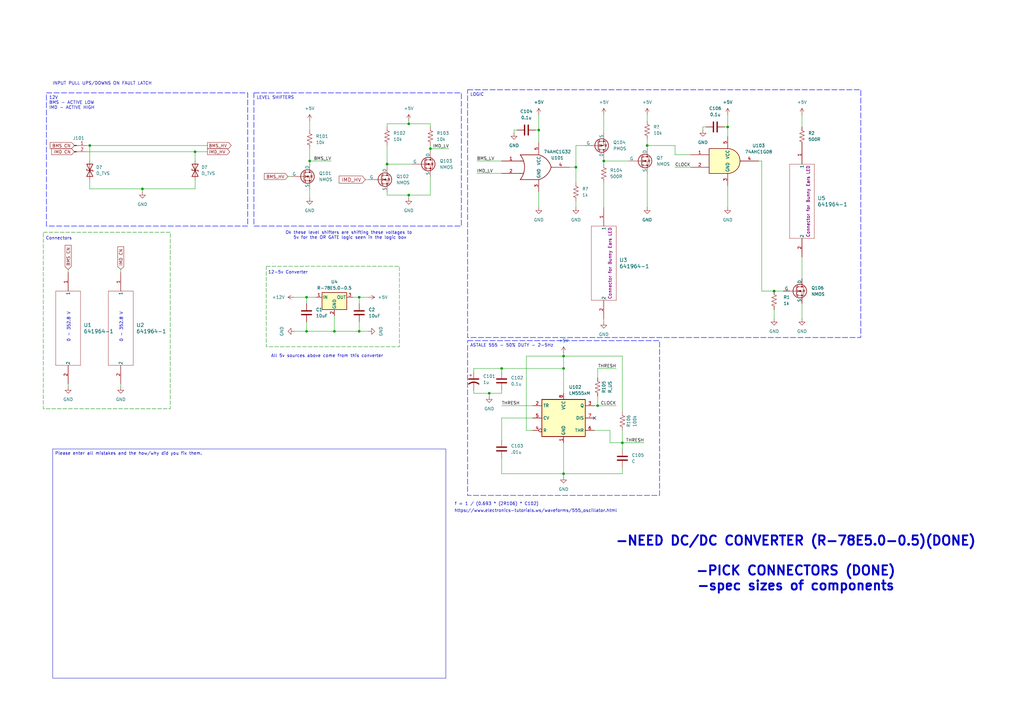
<source format=kicad_sch>
(kicad_sch
	(version 20231120)
	(generator "eeschema")
	(generator_version "8.0")
	(uuid "8333e4c5-977f-459c-982e-d2d7d024e7e8")
	(paper "A3")
	(title_block
		(title "TSSI")
		(date "2025-02-18")
		(rev "A")
		(company "FSAE")
		(comment 1 "Mason Lemoine, Jacob Parent, Daniel Whitley")
	)
	(lib_symbols
		(symbol "+5V_1"
			(power)
			(pin_numbers hide)
			(pin_names
				(offset 0) hide)
			(exclude_from_sim no)
			(in_bom yes)
			(on_board yes)
			(property "Reference" "#PWR"
				(at 0 -3.81 0)
				(effects
					(font
						(size 1.27 1.27)
					)
					(hide yes)
				)
			)
			(property "Value" "+5V"
				(at 0 3.556 0)
				(effects
					(font
						(size 1.27 1.27)
					)
				)
			)
			(property "Footprint" ""
				(at 0 0 0)
				(effects
					(font
						(size 1.27 1.27)
					)
					(hide yes)
				)
			)
			(property "Datasheet" ""
				(at 0 0 0)
				(effects
					(font
						(size 1.27 1.27)
					)
					(hide yes)
				)
			)
			(property "Description" "Power symbol creates a global label with name \"+5V\""
				(at 0 0 0)
				(effects
					(font
						(size 1.27 1.27)
					)
					(hide yes)
				)
			)
			(property "ki_keywords" "global power"
				(at 0 0 0)
				(effects
					(font
						(size 1.27 1.27)
					)
					(hide yes)
				)
			)
			(symbol "+5V_1_0_1"
				(polyline
					(pts
						(xy -0.762 1.27) (xy 0 2.54)
					)
					(stroke
						(width 0)
						(type default)
					)
					(fill
						(type none)
					)
				)
				(polyline
					(pts
						(xy 0 0) (xy 0 2.54)
					)
					(stroke
						(width 0)
						(type default)
					)
					(fill
						(type none)
					)
				)
				(polyline
					(pts
						(xy 0 2.54) (xy 0.762 1.27)
					)
					(stroke
						(width 0)
						(type default)
					)
					(fill
						(type none)
					)
				)
			)
			(symbol "+5V_1_1_1"
				(pin power_in line
					(at 0 0 90)
					(length 0)
					(name "~"
						(effects
							(font
								(size 1.27 1.27)
							)
						)
					)
					(number "1"
						(effects
							(font
								(size 1.27 1.27)
							)
						)
					)
				)
			)
		)
		(symbol "74xGxx:74AHC1G08"
			(exclude_from_sim no)
			(in_bom yes)
			(on_board yes)
			(property "Reference" "U"
				(at -2.54 3.81 0)
				(effects
					(font
						(size 1.27 1.27)
					)
				)
			)
			(property "Value" "74AHC1G08"
				(at 0 -3.81 0)
				(effects
					(font
						(size 1.27 1.27)
					)
				)
			)
			(property "Footprint" ""
				(at 0 0 0)
				(effects
					(font
						(size 1.27 1.27)
					)
					(hide yes)
				)
			)
			(property "Datasheet" "http://www.ti.com/lit/sg/scyt129e/scyt129e.pdf"
				(at 0 0 0)
				(effects
					(font
						(size 1.27 1.27)
					)
					(hide yes)
				)
			)
			(property "Description" "Single AND Gate, Low-Voltage CMOS"
				(at 0 0 0)
				(effects
					(font
						(size 1.27 1.27)
					)
					(hide yes)
				)
			)
			(property "ki_keywords" "Single Gate AND LVC CMOS"
				(at 0 0 0)
				(effects
					(font
						(size 1.27 1.27)
					)
					(hide yes)
				)
			)
			(property "ki_fp_filters" "SOT* SG-*"
				(at 0 0 0)
				(effects
					(font
						(size 1.27 1.27)
					)
					(hide yes)
				)
			)
			(symbol "74AHC1G08_0_1"
				(arc
					(start 0 -5.08)
					(mid 5.0579 0)
					(end 0 5.08)
					(stroke
						(width 0.254)
						(type default)
					)
					(fill
						(type background)
					)
				)
				(polyline
					(pts
						(xy 0 -5.08) (xy -7.62 -5.08) (xy -7.62 5.08) (xy 0 5.08)
					)
					(stroke
						(width 0.254)
						(type default)
					)
					(fill
						(type background)
					)
				)
			)
			(symbol "74AHC1G08_1_1"
				(pin input line
					(at -15.24 2.54 0)
					(length 7.62)
					(name "~"
						(effects
							(font
								(size 1.27 1.27)
							)
						)
					)
					(number "1"
						(effects
							(font
								(size 1.27 1.27)
							)
						)
					)
				)
				(pin input line
					(at -15.24 -2.54 0)
					(length 7.62)
					(name "~"
						(effects
							(font
								(size 1.27 1.27)
							)
						)
					)
					(number "2"
						(effects
							(font
								(size 1.27 1.27)
							)
						)
					)
				)
				(pin power_in line
					(at 0 -10.16 90)
					(length 5.08)
					(name "GND"
						(effects
							(font
								(size 1.27 1.27)
							)
						)
					)
					(number "3"
						(effects
							(font
								(size 1.27 1.27)
							)
						)
					)
				)
				(pin output line
					(at 12.7 0 180)
					(length 7.62)
					(name "~"
						(effects
							(font
								(size 1.27 1.27)
							)
						)
					)
					(number "4"
						(effects
							(font
								(size 1.27 1.27)
							)
						)
					)
				)
				(pin power_in line
					(at 0 10.16 270)
					(length 5.08)
					(name "VCC"
						(effects
							(font
								(size 1.27 1.27)
							)
						)
					)
					(number "5"
						(effects
							(font
								(size 1.27 1.27)
							)
						)
					)
				)
			)
		)
		(symbol "74xGxx:74AHC1G32"
			(exclude_from_sim no)
			(in_bom yes)
			(on_board yes)
			(property "Reference" "U"
				(at -2.54 3.81 0)
				(effects
					(font
						(size 1.27 1.27)
					)
				)
			)
			(property "Value" "74AHC1G32"
				(at 0 -3.81 0)
				(effects
					(font
						(size 1.27 1.27)
					)
				)
			)
			(property "Footprint" ""
				(at 0 0 0)
				(effects
					(font
						(size 1.27 1.27)
					)
					(hide yes)
				)
			)
			(property "Datasheet" "http://www.ti.com/lit/sg/scyt129e/scyt129e.pdf"
				(at 0 0 0)
				(effects
					(font
						(size 1.27 1.27)
					)
					(hide yes)
				)
			)
			(property "Description" "Single OR Gate, Low-Voltage CMOS"
				(at 0 0 0)
				(effects
					(font
						(size 1.27 1.27)
					)
					(hide yes)
				)
			)
			(property "ki_keywords" "Single Gate OR LVC CMOS"
				(at 0 0 0)
				(effects
					(font
						(size 1.27 1.27)
					)
					(hide yes)
				)
			)
			(property "ki_fp_filters" "SOT* SG-*"
				(at 0 0 0)
				(effects
					(font
						(size 1.27 1.27)
					)
					(hide yes)
				)
			)
			(symbol "74AHC1G32_0_1"
				(arc
					(start -7.62 -5.08)
					(mid -5.838 0)
					(end -7.62 5.08)
					(stroke
						(width 0.254)
						(type default)
					)
					(fill
						(type none)
					)
				)
				(arc
					(start 0 -5.08)
					(mid 3.1986 -3.2054)
					(end 5.08 0)
					(stroke
						(width 0.254)
						(type default)
					)
					(fill
						(type none)
					)
				)
				(polyline
					(pts
						(xy -7.62 -2.54) (xy -6.35 -2.54)
					)
					(stroke
						(width 0.254)
						(type default)
					)
					(fill
						(type background)
					)
				)
				(polyline
					(pts
						(xy -7.62 2.54) (xy -6.35 2.54)
					)
					(stroke
						(width 0.254)
						(type default)
					)
					(fill
						(type background)
					)
				)
				(polyline
					(pts
						(xy 0 -5.08) (xy -7.62 -5.08)
					)
					(stroke
						(width 0.254)
						(type default)
					)
					(fill
						(type background)
					)
				)
				(polyline
					(pts
						(xy 0 5.08) (xy -7.62 5.08)
					)
					(stroke
						(width 0.254)
						(type default)
					)
					(fill
						(type background)
					)
				)
				(arc
					(start 5.08 0)
					(mid 3.2238 3.2304)
					(end 0 5.08)
					(stroke
						(width 0.254)
						(type default)
					)
					(fill
						(type none)
					)
				)
			)
			(symbol "74AHC1G32_1_1"
				(pin input line
					(at -15.24 2.54 0)
					(length 7.62)
					(name "~"
						(effects
							(font
								(size 1.27 1.27)
							)
						)
					)
					(number "1"
						(effects
							(font
								(size 1.27 1.27)
							)
						)
					)
				)
				(pin input line
					(at -15.24 -2.54 0)
					(length 7.62)
					(name "~"
						(effects
							(font
								(size 1.27 1.27)
							)
						)
					)
					(number "2"
						(effects
							(font
								(size 1.27 1.27)
							)
						)
					)
				)
				(pin power_in line
					(at 0 -10.16 90)
					(length 5.08)
					(name "GND"
						(effects
							(font
								(size 1.27 1.27)
							)
						)
					)
					(number "3"
						(effects
							(font
								(size 1.27 1.27)
							)
						)
					)
				)
				(pin output line
					(at 12.7 0 180)
					(length 7.62)
					(name "~"
						(effects
							(font
								(size 1.27 1.27)
							)
						)
					)
					(number "4"
						(effects
							(font
								(size 1.27 1.27)
							)
						)
					)
				)
				(pin power_in line
					(at 0 10.16 270)
					(length 5.08)
					(name "VCC"
						(effects
							(font
								(size 1.27 1.27)
							)
						)
					)
					(number "5"
						(effects
							(font
								(size 1.27 1.27)
							)
						)
					)
				)
			)
		)
		(symbol "CONNECTOR:641964-1"
			(pin_names
				(offset 0.254)
			)
			(exclude_from_sim no)
			(in_bom yes)
			(on_board yes)
			(property "Reference" "U"
				(at 22.86 10.16 0)
				(effects
					(font
						(size 1.524 1.524)
					)
				)
			)
			(property "Value" "641964-1"
				(at 22.86 7.62 0)
				(effects
					(font
						(size 1.524 1.524)
					)
				)
			)
			(property "Footprint" "641964-1_TYC"
				(at 0 0 0)
				(effects
					(font
						(size 1.27 1.27)
						(italic yes)
					)
					(hide yes)
				)
			)
			(property "Datasheet" "641964-1"
				(at 0 0 0)
				(effects
					(font
						(size 1.27 1.27)
						(italic yes)
					)
					(hide yes)
				)
			)
			(property "Description" ""
				(at 0 0 0)
				(effects
					(font
						(size 1.27 1.27)
					)
					(hide yes)
				)
			)
			(property "ki_locked" ""
				(at 0 0 0)
				(effects
					(font
						(size 1.27 1.27)
					)
				)
			)
			(property "ki_keywords" "641964-1"
				(at 0 0 0)
				(effects
					(font
						(size 1.27 1.27)
					)
					(hide yes)
				)
			)
			(property "ki_fp_filters" "641964-1_TYC"
				(at 0 0 0)
				(effects
					(font
						(size 1.27 1.27)
					)
					(hide yes)
				)
			)
			(symbol "641964-1_0_1"
				(polyline
					(pts
						(xy 7.62 -5.08) (xy 38.1 -5.08)
					)
					(stroke
						(width 0.127)
						(type default)
					)
					(fill
						(type none)
					)
				)
				(polyline
					(pts
						(xy 7.62 5.08) (xy 7.62 -5.08)
					)
					(stroke
						(width 0.127)
						(type default)
					)
					(fill
						(type none)
					)
				)
				(polyline
					(pts
						(xy 38.1 -5.08) (xy 38.1 5.08)
					)
					(stroke
						(width 0.127)
						(type default)
					)
					(fill
						(type none)
					)
				)
				(polyline
					(pts
						(xy 38.1 5.08) (xy 7.62 5.08)
					)
					(stroke
						(width 0.127)
						(type default)
					)
					(fill
						(type none)
					)
				)
				(pin unspecified line
					(at 0 0 0)
					(length 7.62)
					(name "1"
						(effects
							(font
								(size 1.27 1.27)
							)
						)
					)
					(number "1"
						(effects
							(font
								(size 1.27 1.27)
							)
						)
					)
				)
				(pin unspecified line
					(at 45.72 0 180)
					(length 7.62)
					(name "2"
						(effects
							(font
								(size 1.27 1.27)
							)
						)
					)
					(number "2"
						(effects
							(font
								(size 1.27 1.27)
							)
						)
					)
				)
			)
		)
		(symbol "Connector:Conn_01x02_Pin"
			(pin_names
				(offset 1.016) hide)
			(exclude_from_sim no)
			(in_bom yes)
			(on_board yes)
			(property "Reference" "J"
				(at 0 2.54 0)
				(effects
					(font
						(size 1.27 1.27)
					)
				)
			)
			(property "Value" "Conn_01x02_Pin"
				(at 0 -5.08 0)
				(effects
					(font
						(size 1.27 1.27)
					)
				)
			)
			(property "Footprint" ""
				(at 0 0 0)
				(effects
					(font
						(size 1.27 1.27)
					)
					(hide yes)
				)
			)
			(property "Datasheet" "~"
				(at 0 0 0)
				(effects
					(font
						(size 1.27 1.27)
					)
					(hide yes)
				)
			)
			(property "Description" "Generic connector, single row, 01x02, script generated"
				(at 0 0 0)
				(effects
					(font
						(size 1.27 1.27)
					)
					(hide yes)
				)
			)
			(property "ki_locked" ""
				(at 0 0 0)
				(effects
					(font
						(size 1.27 1.27)
					)
				)
			)
			(property "ki_keywords" "connector"
				(at 0 0 0)
				(effects
					(font
						(size 1.27 1.27)
					)
					(hide yes)
				)
			)
			(property "ki_fp_filters" "Connector*:*_1x??_*"
				(at 0 0 0)
				(effects
					(font
						(size 1.27 1.27)
					)
					(hide yes)
				)
			)
			(symbol "Conn_01x02_Pin_1_1"
				(polyline
					(pts
						(xy 1.27 -2.54) (xy 0.8636 -2.54)
					)
					(stroke
						(width 0.1524)
						(type default)
					)
					(fill
						(type none)
					)
				)
				(polyline
					(pts
						(xy 1.27 0) (xy 0.8636 0)
					)
					(stroke
						(width 0.1524)
						(type default)
					)
					(fill
						(type none)
					)
				)
				(rectangle
					(start 0.8636 -2.413)
					(end 0 -2.667)
					(stroke
						(width 0.1524)
						(type default)
					)
					(fill
						(type outline)
					)
				)
				(rectangle
					(start 0.8636 0.127)
					(end 0 -0.127)
					(stroke
						(width 0.1524)
						(type default)
					)
					(fill
						(type outline)
					)
				)
				(pin passive line
					(at 5.08 0 180)
					(length 3.81)
					(name "Pin_1"
						(effects
							(font
								(size 1.27 1.27)
							)
						)
					)
					(number "1"
						(effects
							(font
								(size 1.27 1.27)
							)
						)
					)
				)
				(pin passive line
					(at 5.08 -2.54 180)
					(length 3.81)
					(name "Pin_2"
						(effects
							(font
								(size 1.27 1.27)
							)
						)
					)
					(number "2"
						(effects
							(font
								(size 1.27 1.27)
							)
						)
					)
				)
			)
		)
		(symbol "Device:C"
			(pin_numbers hide)
			(pin_names
				(offset 0.254)
			)
			(exclude_from_sim no)
			(in_bom yes)
			(on_board yes)
			(property "Reference" "C"
				(at 0.635 2.54 0)
				(effects
					(font
						(size 1.27 1.27)
					)
					(justify left)
				)
			)
			(property "Value" "C"
				(at 0.635 -2.54 0)
				(effects
					(font
						(size 1.27 1.27)
					)
					(justify left)
				)
			)
			(property "Footprint" ""
				(at 0.9652 -3.81 0)
				(effects
					(font
						(size 1.27 1.27)
					)
					(hide yes)
				)
			)
			(property "Datasheet" "~"
				(at 0 0 0)
				(effects
					(font
						(size 1.27 1.27)
					)
					(hide yes)
				)
			)
			(property "Description" "Unpolarized capacitor"
				(at 0 0 0)
				(effects
					(font
						(size 1.27 1.27)
					)
					(hide yes)
				)
			)
			(property "ki_keywords" "cap capacitor"
				(at 0 0 0)
				(effects
					(font
						(size 1.27 1.27)
					)
					(hide yes)
				)
			)
			(property "ki_fp_filters" "C_*"
				(at 0 0 0)
				(effects
					(font
						(size 1.27 1.27)
					)
					(hide yes)
				)
			)
			(symbol "C_0_1"
				(polyline
					(pts
						(xy -2.032 -0.762) (xy 2.032 -0.762)
					)
					(stroke
						(width 0.508)
						(type default)
					)
					(fill
						(type none)
					)
				)
				(polyline
					(pts
						(xy -2.032 0.762) (xy 2.032 0.762)
					)
					(stroke
						(width 0.508)
						(type default)
					)
					(fill
						(type none)
					)
				)
			)
			(symbol "C_1_1"
				(pin passive line
					(at 0 3.81 270)
					(length 2.794)
					(name "~"
						(effects
							(font
								(size 1.27 1.27)
							)
						)
					)
					(number "1"
						(effects
							(font
								(size 1.27 1.27)
							)
						)
					)
				)
				(pin passive line
					(at 0 -3.81 90)
					(length 2.794)
					(name "~"
						(effects
							(font
								(size 1.27 1.27)
							)
						)
					)
					(number "2"
						(effects
							(font
								(size 1.27 1.27)
							)
						)
					)
				)
			)
		)
		(symbol "Device:C_Polarized_US"
			(pin_numbers hide)
			(pin_names
				(offset 0.254) hide)
			(exclude_from_sim no)
			(in_bom yes)
			(on_board yes)
			(property "Reference" "C"
				(at 0.635 2.54 0)
				(effects
					(font
						(size 1.27 1.27)
					)
					(justify left)
				)
			)
			(property "Value" "C_Polarized_US"
				(at 0.635 -2.54 0)
				(effects
					(font
						(size 1.27 1.27)
					)
					(justify left)
				)
			)
			(property "Footprint" ""
				(at 0 0 0)
				(effects
					(font
						(size 1.27 1.27)
					)
					(hide yes)
				)
			)
			(property "Datasheet" "~"
				(at 0 0 0)
				(effects
					(font
						(size 1.27 1.27)
					)
					(hide yes)
				)
			)
			(property "Description" "Polarized capacitor, US symbol"
				(at 0 0 0)
				(effects
					(font
						(size 1.27 1.27)
					)
					(hide yes)
				)
			)
			(property "ki_keywords" "cap capacitor"
				(at 0 0 0)
				(effects
					(font
						(size 1.27 1.27)
					)
					(hide yes)
				)
			)
			(property "ki_fp_filters" "CP_*"
				(at 0 0 0)
				(effects
					(font
						(size 1.27 1.27)
					)
					(hide yes)
				)
			)
			(symbol "C_Polarized_US_0_1"
				(polyline
					(pts
						(xy -2.032 0.762) (xy 2.032 0.762)
					)
					(stroke
						(width 0.508)
						(type default)
					)
					(fill
						(type none)
					)
				)
				(polyline
					(pts
						(xy -1.778 2.286) (xy -0.762 2.286)
					)
					(stroke
						(width 0)
						(type default)
					)
					(fill
						(type none)
					)
				)
				(polyline
					(pts
						(xy -1.27 1.778) (xy -1.27 2.794)
					)
					(stroke
						(width 0)
						(type default)
					)
					(fill
						(type none)
					)
				)
				(arc
					(start 2.032 -1.27)
					(mid 0 -0.5572)
					(end -2.032 -1.27)
					(stroke
						(width 0.508)
						(type default)
					)
					(fill
						(type none)
					)
				)
			)
			(symbol "C_Polarized_US_1_1"
				(pin passive line
					(at 0 3.81 270)
					(length 2.794)
					(name "~"
						(effects
							(font
								(size 1.27 1.27)
							)
						)
					)
					(number "1"
						(effects
							(font
								(size 1.27 1.27)
							)
						)
					)
				)
				(pin passive line
					(at 0 -3.81 90)
					(length 3.302)
					(name "~"
						(effects
							(font
								(size 1.27 1.27)
							)
						)
					)
					(number "2"
						(effects
							(font
								(size 1.27 1.27)
							)
						)
					)
				)
			)
		)
		(symbol "Device:D_TVS"
			(pin_numbers hide)
			(pin_names
				(offset 1.016) hide)
			(exclude_from_sim no)
			(in_bom yes)
			(on_board yes)
			(property "Reference" "D"
				(at 0 2.54 0)
				(effects
					(font
						(size 1.27 1.27)
					)
				)
			)
			(property "Value" "D_TVS"
				(at 0 -2.54 0)
				(effects
					(font
						(size 1.27 1.27)
					)
				)
			)
			(property "Footprint" ""
				(at 0 0 0)
				(effects
					(font
						(size 1.27 1.27)
					)
					(hide yes)
				)
			)
			(property "Datasheet" "~"
				(at 0 0 0)
				(effects
					(font
						(size 1.27 1.27)
					)
					(hide yes)
				)
			)
			(property "Description" "Bidirectional transient-voltage-suppression diode"
				(at 0 0 0)
				(effects
					(font
						(size 1.27 1.27)
					)
					(hide yes)
				)
			)
			(property "ki_keywords" "diode TVS thyrector"
				(at 0 0 0)
				(effects
					(font
						(size 1.27 1.27)
					)
					(hide yes)
				)
			)
			(property "ki_fp_filters" "TO-???* *_Diode_* *SingleDiode* D_*"
				(at 0 0 0)
				(effects
					(font
						(size 1.27 1.27)
					)
					(hide yes)
				)
			)
			(symbol "D_TVS_0_1"
				(polyline
					(pts
						(xy 1.27 0) (xy -1.27 0)
					)
					(stroke
						(width 0)
						(type default)
					)
					(fill
						(type none)
					)
				)
				(polyline
					(pts
						(xy 0.508 1.27) (xy 0 1.27) (xy 0 -1.27) (xy -0.508 -1.27)
					)
					(stroke
						(width 0.254)
						(type default)
					)
					(fill
						(type none)
					)
				)
				(polyline
					(pts
						(xy -2.54 1.27) (xy -2.54 -1.27) (xy 2.54 1.27) (xy 2.54 -1.27) (xy -2.54 1.27)
					)
					(stroke
						(width 0.254)
						(type default)
					)
					(fill
						(type none)
					)
				)
			)
			(symbol "D_TVS_1_1"
				(pin passive line
					(at -3.81 0 0)
					(length 2.54)
					(name "A1"
						(effects
							(font
								(size 1.27 1.27)
							)
						)
					)
					(number "1"
						(effects
							(font
								(size 1.27 1.27)
							)
						)
					)
				)
				(pin passive line
					(at 3.81 0 180)
					(length 2.54)
					(name "A2"
						(effects
							(font
								(size 1.27 1.27)
							)
						)
					)
					(number "2"
						(effects
							(font
								(size 1.27 1.27)
							)
						)
					)
				)
			)
		)
		(symbol "Device:R_US"
			(pin_numbers hide)
			(pin_names
				(offset 0)
			)
			(exclude_from_sim no)
			(in_bom yes)
			(on_board yes)
			(property "Reference" "R"
				(at 2.54 0 90)
				(effects
					(font
						(size 1.27 1.27)
					)
				)
			)
			(property "Value" "R_US"
				(at -2.54 0 90)
				(effects
					(font
						(size 1.27 1.27)
					)
				)
			)
			(property "Footprint" ""
				(at 1.016 -0.254 90)
				(effects
					(font
						(size 1.27 1.27)
					)
					(hide yes)
				)
			)
			(property "Datasheet" "~"
				(at 0 0 0)
				(effects
					(font
						(size 1.27 1.27)
					)
					(hide yes)
				)
			)
			(property "Description" "Resistor, US symbol"
				(at 0 0 0)
				(effects
					(font
						(size 1.27 1.27)
					)
					(hide yes)
				)
			)
			(property "ki_keywords" "R res resistor"
				(at 0 0 0)
				(effects
					(font
						(size 1.27 1.27)
					)
					(hide yes)
				)
			)
			(property "ki_fp_filters" "R_*"
				(at 0 0 0)
				(effects
					(font
						(size 1.27 1.27)
					)
					(hide yes)
				)
			)
			(symbol "R_US_0_1"
				(polyline
					(pts
						(xy 0 -2.286) (xy 0 -2.54)
					)
					(stroke
						(width 0)
						(type default)
					)
					(fill
						(type none)
					)
				)
				(polyline
					(pts
						(xy 0 2.286) (xy 0 2.54)
					)
					(stroke
						(width 0)
						(type default)
					)
					(fill
						(type none)
					)
				)
				(polyline
					(pts
						(xy 0 -0.762) (xy 1.016 -1.143) (xy 0 -1.524) (xy -1.016 -1.905) (xy 0 -2.286)
					)
					(stroke
						(width 0)
						(type default)
					)
					(fill
						(type none)
					)
				)
				(polyline
					(pts
						(xy 0 0.762) (xy 1.016 0.381) (xy 0 0) (xy -1.016 -0.381) (xy 0 -0.762)
					)
					(stroke
						(width 0)
						(type default)
					)
					(fill
						(type none)
					)
				)
				(polyline
					(pts
						(xy 0 2.286) (xy 1.016 1.905) (xy 0 1.524) (xy -1.016 1.143) (xy 0 0.762)
					)
					(stroke
						(width 0)
						(type default)
					)
					(fill
						(type none)
					)
				)
			)
			(symbol "R_US_1_1"
				(pin passive line
					(at 0 3.81 270)
					(length 1.27)
					(name "~"
						(effects
							(font
								(size 1.27 1.27)
							)
						)
					)
					(number "1"
						(effects
							(font
								(size 1.27 1.27)
							)
						)
					)
				)
				(pin passive line
					(at 0 -3.81 90)
					(length 1.27)
					(name "~"
						(effects
							(font
								(size 1.27 1.27)
							)
						)
					)
					(number "2"
						(effects
							(font
								(size 1.27 1.27)
							)
						)
					)
				)
			)
		)
		(symbol "Regulator_Switching:R-78E5.0-0.5"
			(pin_names
				(offset 0.254)
			)
			(exclude_from_sim no)
			(in_bom yes)
			(on_board yes)
			(property "Reference" "U"
				(at -3.81 3.175 0)
				(effects
					(font
						(size 1.27 1.27)
					)
				)
			)
			(property "Value" "R-78E5.0-0.5"
				(at 0 3.175 0)
				(effects
					(font
						(size 1.27 1.27)
					)
					(justify left)
				)
			)
			(property "Footprint" "Converter_DCDC:Converter_DCDC_RECOM_R-78E-0.5_THT"
				(at 1.27 -6.35 0)
				(effects
					(font
						(size 1.27 1.27)
						(italic yes)
					)
					(justify left)
					(hide yes)
				)
			)
			(property "Datasheet" "https://www.recom-power.com/pdf/Innoline/R-78Exx-0.5.pdf"
				(at 0 0 0)
				(effects
					(font
						(size 1.27 1.27)
					)
					(hide yes)
				)
			)
			(property "Description" "500mA Step-Down DC/DC-Regulator, 7-28V input, 5V fixed Output Voltage, LM78xx replacement, -40°C to +85°C, SIP3"
				(at 0 0 0)
				(effects
					(font
						(size 1.27 1.27)
					)
					(hide yes)
				)
			)
			(property "ki_keywords" "dc-dc recom Step-Down DC/DC-Regulator"
				(at 0 0 0)
				(effects
					(font
						(size 1.27 1.27)
					)
					(hide yes)
				)
			)
			(property "ki_fp_filters" "Converter*DCDC*RECOM*R*78E*0.5*"
				(at 0 0 0)
				(effects
					(font
						(size 1.27 1.27)
					)
					(hide yes)
				)
			)
			(symbol "R-78E5.0-0.5_0_1"
				(rectangle
					(start -5.08 1.905)
					(end 5.08 -5.08)
					(stroke
						(width 0.254)
						(type default)
					)
					(fill
						(type background)
					)
				)
			)
			(symbol "R-78E5.0-0.5_1_1"
				(pin power_in line
					(at -7.62 0 0)
					(length 2.54)
					(name "IN"
						(effects
							(font
								(size 1.27 1.27)
							)
						)
					)
					(number "1"
						(effects
							(font
								(size 1.27 1.27)
							)
						)
					)
				)
				(pin power_in line
					(at 0 -7.62 90)
					(length 2.54)
					(name "GND"
						(effects
							(font
								(size 1.27 1.27)
							)
						)
					)
					(number "2"
						(effects
							(font
								(size 1.27 1.27)
							)
						)
					)
				)
				(pin power_out line
					(at 7.62 0 180)
					(length 2.54)
					(name "OUT"
						(effects
							(font
								(size 1.27 1.27)
							)
						)
					)
					(number "3"
						(effects
							(font
								(size 1.27 1.27)
							)
						)
					)
				)
			)
		)
		(symbol "Simulation_SPICE:NMOS"
			(pin_numbers hide)
			(pin_names
				(offset 0)
			)
			(exclude_from_sim no)
			(in_bom yes)
			(on_board yes)
			(property "Reference" "Q"
				(at 5.08 1.27 0)
				(effects
					(font
						(size 1.27 1.27)
					)
					(justify left)
				)
			)
			(property "Value" "NMOS"
				(at 5.08 -1.27 0)
				(effects
					(font
						(size 1.27 1.27)
					)
					(justify left)
				)
			)
			(property "Footprint" ""
				(at 5.08 2.54 0)
				(effects
					(font
						(size 1.27 1.27)
					)
					(hide yes)
				)
			)
			(property "Datasheet" "https://ngspice.sourceforge.io/docs/ngspice-html-manual/manual.xhtml#cha_MOSFETs"
				(at 0 -12.7 0)
				(effects
					(font
						(size 1.27 1.27)
					)
					(hide yes)
				)
			)
			(property "Description" "N-MOSFET transistor, drain/source/gate"
				(at 0 0 0)
				(effects
					(font
						(size 1.27 1.27)
					)
					(hide yes)
				)
			)
			(property "Sim.Device" "NMOS"
				(at 0 -17.145 0)
				(effects
					(font
						(size 1.27 1.27)
					)
					(hide yes)
				)
			)
			(property "Sim.Type" "VDMOS"
				(at 0 -19.05 0)
				(effects
					(font
						(size 1.27 1.27)
					)
					(hide yes)
				)
			)
			(property "Sim.Pins" "1=D 2=G 3=S"
				(at 0 -15.24 0)
				(effects
					(font
						(size 1.27 1.27)
					)
					(hide yes)
				)
			)
			(property "ki_keywords" "transistor NMOS N-MOS N-MOSFET simulation"
				(at 0 0 0)
				(effects
					(font
						(size 1.27 1.27)
					)
					(hide yes)
				)
			)
			(symbol "NMOS_0_1"
				(polyline
					(pts
						(xy 0.254 0) (xy -2.54 0)
					)
					(stroke
						(width 0)
						(type default)
					)
					(fill
						(type none)
					)
				)
				(polyline
					(pts
						(xy 0.254 1.905) (xy 0.254 -1.905)
					)
					(stroke
						(width 0.254)
						(type default)
					)
					(fill
						(type none)
					)
				)
				(polyline
					(pts
						(xy 0.762 -1.27) (xy 0.762 -2.286)
					)
					(stroke
						(width 0.254)
						(type default)
					)
					(fill
						(type none)
					)
				)
				(polyline
					(pts
						(xy 0.762 0.508) (xy 0.762 -0.508)
					)
					(stroke
						(width 0.254)
						(type default)
					)
					(fill
						(type none)
					)
				)
				(polyline
					(pts
						(xy 0.762 2.286) (xy 0.762 1.27)
					)
					(stroke
						(width 0.254)
						(type default)
					)
					(fill
						(type none)
					)
				)
				(polyline
					(pts
						(xy 2.54 2.54) (xy 2.54 1.778)
					)
					(stroke
						(width 0)
						(type default)
					)
					(fill
						(type none)
					)
				)
				(polyline
					(pts
						(xy 2.54 -2.54) (xy 2.54 0) (xy 0.762 0)
					)
					(stroke
						(width 0)
						(type default)
					)
					(fill
						(type none)
					)
				)
				(polyline
					(pts
						(xy 0.762 -1.778) (xy 3.302 -1.778) (xy 3.302 1.778) (xy 0.762 1.778)
					)
					(stroke
						(width 0)
						(type default)
					)
					(fill
						(type none)
					)
				)
				(polyline
					(pts
						(xy 1.016 0) (xy 2.032 0.381) (xy 2.032 -0.381) (xy 1.016 0)
					)
					(stroke
						(width 0)
						(type default)
					)
					(fill
						(type outline)
					)
				)
				(polyline
					(pts
						(xy 2.794 0.508) (xy 2.921 0.381) (xy 3.683 0.381) (xy 3.81 0.254)
					)
					(stroke
						(width 0)
						(type default)
					)
					(fill
						(type none)
					)
				)
				(polyline
					(pts
						(xy 3.302 0.381) (xy 2.921 -0.254) (xy 3.683 -0.254) (xy 3.302 0.381)
					)
					(stroke
						(width 0)
						(type default)
					)
					(fill
						(type none)
					)
				)
				(circle
					(center 1.651 0)
					(radius 2.794)
					(stroke
						(width 0.254)
						(type default)
					)
					(fill
						(type none)
					)
				)
				(circle
					(center 2.54 -1.778)
					(radius 0.254)
					(stroke
						(width 0)
						(type default)
					)
					(fill
						(type outline)
					)
				)
				(circle
					(center 2.54 1.778)
					(radius 0.254)
					(stroke
						(width 0)
						(type default)
					)
					(fill
						(type outline)
					)
				)
			)
			(symbol "NMOS_1_1"
				(pin passive line
					(at 2.54 5.08 270)
					(length 2.54)
					(name "D"
						(effects
							(font
								(size 1.27 1.27)
							)
						)
					)
					(number "1"
						(effects
							(font
								(size 1.27 1.27)
							)
						)
					)
				)
				(pin input line
					(at -5.08 0 0)
					(length 2.54)
					(name "G"
						(effects
							(font
								(size 1.27 1.27)
							)
						)
					)
					(number "2"
						(effects
							(font
								(size 1.27 1.27)
							)
						)
					)
				)
				(pin passive line
					(at 2.54 -5.08 90)
					(length 2.54)
					(name "S"
						(effects
							(font
								(size 1.27 1.27)
							)
						)
					)
					(number "3"
						(effects
							(font
								(size 1.27 1.27)
							)
						)
					)
				)
			)
		)
		(symbol "Simulation_SPICE:PMOS"
			(pin_numbers hide)
			(pin_names
				(offset 0)
			)
			(exclude_from_sim no)
			(in_bom yes)
			(on_board yes)
			(property "Reference" "Q"
				(at 5.08 1.27 0)
				(effects
					(font
						(size 1.27 1.27)
					)
					(justify left)
				)
			)
			(property "Value" "PMOS"
				(at 5.08 -1.27 0)
				(effects
					(font
						(size 1.27 1.27)
					)
					(justify left)
				)
			)
			(property "Footprint" ""
				(at 5.08 2.54 0)
				(effects
					(font
						(size 1.27 1.27)
					)
					(hide yes)
				)
			)
			(property "Datasheet" "https://ngspice.sourceforge.io/docs/ngspice-html-manual/manual.xhtml#cha_MOSFETs"
				(at 0 -12.7 0)
				(effects
					(font
						(size 1.27 1.27)
					)
					(hide yes)
				)
			)
			(property "Description" "P-MOSFET transistor, drain/source/gate"
				(at 0 0 0)
				(effects
					(font
						(size 1.27 1.27)
					)
					(hide yes)
				)
			)
			(property "Sim.Device" "PMOS"
				(at 0 -17.145 0)
				(effects
					(font
						(size 1.27 1.27)
					)
					(hide yes)
				)
			)
			(property "Sim.Type" "VDMOS"
				(at 0 -19.05 0)
				(effects
					(font
						(size 1.27 1.27)
					)
					(hide yes)
				)
			)
			(property "Sim.Pins" "1=D 2=G 3=S"
				(at 0 -15.24 0)
				(effects
					(font
						(size 1.27 1.27)
					)
					(hide yes)
				)
			)
			(property "ki_keywords" "transistor PMOS P-MOS P-MOSFET simulation"
				(at 0 0 0)
				(effects
					(font
						(size 1.27 1.27)
					)
					(hide yes)
				)
			)
			(symbol "PMOS_0_1"
				(polyline
					(pts
						(xy 0.254 0) (xy -2.54 0)
					)
					(stroke
						(width 0)
						(type default)
					)
					(fill
						(type none)
					)
				)
				(polyline
					(pts
						(xy 0.254 1.905) (xy 0.254 -1.905)
					)
					(stroke
						(width 0.254)
						(type default)
					)
					(fill
						(type none)
					)
				)
				(polyline
					(pts
						(xy 0.762 -1.27) (xy 0.762 -2.286)
					)
					(stroke
						(width 0.254)
						(type default)
					)
					(fill
						(type none)
					)
				)
				(polyline
					(pts
						(xy 0.762 0.508) (xy 0.762 -0.508)
					)
					(stroke
						(width 0.254)
						(type default)
					)
					(fill
						(type none)
					)
				)
				(polyline
					(pts
						(xy 0.762 2.286) (xy 0.762 1.27)
					)
					(stroke
						(width 0.254)
						(type default)
					)
					(fill
						(type none)
					)
				)
				(polyline
					(pts
						(xy 2.54 2.54) (xy 2.54 1.778)
					)
					(stroke
						(width 0)
						(type default)
					)
					(fill
						(type none)
					)
				)
				(polyline
					(pts
						(xy 2.54 -2.54) (xy 2.54 0) (xy 0.762 0)
					)
					(stroke
						(width 0)
						(type default)
					)
					(fill
						(type none)
					)
				)
				(polyline
					(pts
						(xy 0.762 1.778) (xy 3.302 1.778) (xy 3.302 -1.778) (xy 0.762 -1.778)
					)
					(stroke
						(width 0)
						(type default)
					)
					(fill
						(type none)
					)
				)
				(polyline
					(pts
						(xy 2.286 0) (xy 1.27 0.381) (xy 1.27 -0.381) (xy 2.286 0)
					)
					(stroke
						(width 0)
						(type default)
					)
					(fill
						(type outline)
					)
				)
				(polyline
					(pts
						(xy 2.794 -0.508) (xy 2.921 -0.381) (xy 3.683 -0.381) (xy 3.81 -0.254)
					)
					(stroke
						(width 0)
						(type default)
					)
					(fill
						(type none)
					)
				)
				(polyline
					(pts
						(xy 3.302 -0.381) (xy 2.921 0.254) (xy 3.683 0.254) (xy 3.302 -0.381)
					)
					(stroke
						(width 0)
						(type default)
					)
					(fill
						(type none)
					)
				)
				(circle
					(center 1.651 0)
					(radius 2.794)
					(stroke
						(width 0.254)
						(type default)
					)
					(fill
						(type none)
					)
				)
				(circle
					(center 2.54 -1.778)
					(radius 0.254)
					(stroke
						(width 0)
						(type default)
					)
					(fill
						(type outline)
					)
				)
				(circle
					(center 2.54 1.778)
					(radius 0.254)
					(stroke
						(width 0)
						(type default)
					)
					(fill
						(type outline)
					)
				)
			)
			(symbol "PMOS_1_1"
				(pin passive line
					(at 2.54 5.08 270)
					(length 2.54)
					(name "D"
						(effects
							(font
								(size 1.27 1.27)
							)
						)
					)
					(number "1"
						(effects
							(font
								(size 1.27 1.27)
							)
						)
					)
				)
				(pin input line
					(at -5.08 0 0)
					(length 2.54)
					(name "G"
						(effects
							(font
								(size 1.27 1.27)
							)
						)
					)
					(number "2"
						(effects
							(font
								(size 1.27 1.27)
							)
						)
					)
				)
				(pin passive line
					(at 2.54 -5.08 90)
					(length 2.54)
					(name "S"
						(effects
							(font
								(size 1.27 1.27)
							)
						)
					)
					(number "3"
						(effects
							(font
								(size 1.27 1.27)
							)
						)
					)
				)
			)
		)
		(symbol "Timer:LM555xM"
			(exclude_from_sim no)
			(in_bom yes)
			(on_board yes)
			(property "Reference" "U"
				(at -10.16 8.89 0)
				(effects
					(font
						(size 1.27 1.27)
					)
					(justify left)
				)
			)
			(property "Value" "LM555xM"
				(at 2.54 8.89 0)
				(effects
					(font
						(size 1.27 1.27)
					)
					(justify left)
				)
			)
			(property "Footprint" "Package_SO:SOIC-8_3.9x4.9mm_P1.27mm"
				(at 21.59 -10.16 0)
				(effects
					(font
						(size 1.27 1.27)
					)
					(hide yes)
				)
			)
			(property "Datasheet" "http://www.ti.com/lit/ds/symlink/lm555.pdf"
				(at 21.59 -10.16 0)
				(effects
					(font
						(size 1.27 1.27)
					)
					(hide yes)
				)
			)
			(property "Description" "Timer, 555 compatible, SOIC-8"
				(at 0 0 0)
				(effects
					(font
						(size 1.27 1.27)
					)
					(hide yes)
				)
			)
			(property "ki_keywords" "single timer 555"
				(at 0 0 0)
				(effects
					(font
						(size 1.27 1.27)
					)
					(hide yes)
				)
			)
			(property "ki_fp_filters" "SOIC*3.9x4.9mm*P1.27mm*"
				(at 0 0 0)
				(effects
					(font
						(size 1.27 1.27)
					)
					(hide yes)
				)
			)
			(symbol "LM555xM_0_0"
				(pin power_in line
					(at 0 -10.16 90)
					(length 2.54)
					(name "GND"
						(effects
							(font
								(size 1.27 1.27)
							)
						)
					)
					(number "1"
						(effects
							(font
								(size 1.27 1.27)
							)
						)
					)
				)
				(pin power_in line
					(at 0 10.16 270)
					(length 2.54)
					(name "VCC"
						(effects
							(font
								(size 1.27 1.27)
							)
						)
					)
					(number "8"
						(effects
							(font
								(size 1.27 1.27)
							)
						)
					)
				)
			)
			(symbol "LM555xM_0_1"
				(rectangle
					(start -8.89 -7.62)
					(end 8.89 7.62)
					(stroke
						(width 0.254)
						(type default)
					)
					(fill
						(type background)
					)
				)
				(rectangle
					(start -8.89 -7.62)
					(end 8.89 7.62)
					(stroke
						(width 0.254)
						(type default)
					)
					(fill
						(type background)
					)
				)
			)
			(symbol "LM555xM_1_1"
				(pin input line
					(at -12.7 5.08 0)
					(length 3.81)
					(name "TR"
						(effects
							(font
								(size 1.27 1.27)
							)
						)
					)
					(number "2"
						(effects
							(font
								(size 1.27 1.27)
							)
						)
					)
				)
				(pin output line
					(at 12.7 5.08 180)
					(length 3.81)
					(name "Q"
						(effects
							(font
								(size 1.27 1.27)
							)
						)
					)
					(number "3"
						(effects
							(font
								(size 1.27 1.27)
							)
						)
					)
				)
				(pin input inverted
					(at -12.7 -5.08 0)
					(length 3.81)
					(name "R"
						(effects
							(font
								(size 1.27 1.27)
							)
						)
					)
					(number "4"
						(effects
							(font
								(size 1.27 1.27)
							)
						)
					)
				)
				(pin input line
					(at -12.7 0 0)
					(length 3.81)
					(name "CV"
						(effects
							(font
								(size 1.27 1.27)
							)
						)
					)
					(number "5"
						(effects
							(font
								(size 1.27 1.27)
							)
						)
					)
				)
				(pin input line
					(at 12.7 -5.08 180)
					(length 3.81)
					(name "THR"
						(effects
							(font
								(size 1.27 1.27)
							)
						)
					)
					(number "6"
						(effects
							(font
								(size 1.27 1.27)
							)
						)
					)
				)
				(pin input line
					(at 12.7 0 180)
					(length 3.81)
					(name "DIS"
						(effects
							(font
								(size 1.27 1.27)
							)
						)
					)
					(number "7"
						(effects
							(font
								(size 1.27 1.27)
							)
						)
					)
				)
			)
		)
		(symbol "power:+12V"
			(power)
			(pin_numbers hide)
			(pin_names
				(offset 0) hide)
			(exclude_from_sim no)
			(in_bom yes)
			(on_board yes)
			(property "Reference" "#PWR"
				(at 0 -3.81 0)
				(effects
					(font
						(size 1.27 1.27)
					)
					(hide yes)
				)
			)
			(property "Value" "+12V"
				(at 0 3.556 0)
				(effects
					(font
						(size 1.27 1.27)
					)
				)
			)
			(property "Footprint" ""
				(at 0 0 0)
				(effects
					(font
						(size 1.27 1.27)
					)
					(hide yes)
				)
			)
			(property "Datasheet" ""
				(at 0 0 0)
				(effects
					(font
						(size 1.27 1.27)
					)
					(hide yes)
				)
			)
			(property "Description" "Power symbol creates a global label with name \"+12V\""
				(at 0 0 0)
				(effects
					(font
						(size 1.27 1.27)
					)
					(hide yes)
				)
			)
			(property "ki_keywords" "global power"
				(at 0 0 0)
				(effects
					(font
						(size 1.27 1.27)
					)
					(hide yes)
				)
			)
			(symbol "+12V_0_1"
				(polyline
					(pts
						(xy -0.762 1.27) (xy 0 2.54)
					)
					(stroke
						(width 0)
						(type default)
					)
					(fill
						(type none)
					)
				)
				(polyline
					(pts
						(xy 0 0) (xy 0 2.54)
					)
					(stroke
						(width 0)
						(type default)
					)
					(fill
						(type none)
					)
				)
				(polyline
					(pts
						(xy 0 2.54) (xy 0.762 1.27)
					)
					(stroke
						(width 0)
						(type default)
					)
					(fill
						(type none)
					)
				)
			)
			(symbol "+12V_1_1"
				(pin power_in line
					(at 0 0 90)
					(length 0)
					(name "~"
						(effects
							(font
								(size 1.27 1.27)
							)
						)
					)
					(number "1"
						(effects
							(font
								(size 1.27 1.27)
							)
						)
					)
				)
			)
		)
		(symbol "power:+5V"
			(power)
			(pin_numbers hide)
			(pin_names
				(offset 0) hide)
			(exclude_from_sim no)
			(in_bom yes)
			(on_board yes)
			(property "Reference" "#PWR"
				(at 0 -3.81 0)
				(effects
					(font
						(size 1.27 1.27)
					)
					(hide yes)
				)
			)
			(property "Value" "+5V"
				(at 0 3.556 0)
				(effects
					(font
						(size 1.27 1.27)
					)
				)
			)
			(property "Footprint" ""
				(at 0 0 0)
				(effects
					(font
						(size 1.27 1.27)
					)
					(hide yes)
				)
			)
			(property "Datasheet" ""
				(at 0 0 0)
				(effects
					(font
						(size 1.27 1.27)
					)
					(hide yes)
				)
			)
			(property "Description" "Power symbol creates a global label with name \"+5V\""
				(at 0 0 0)
				(effects
					(font
						(size 1.27 1.27)
					)
					(hide yes)
				)
			)
			(property "ki_keywords" "global power"
				(at 0 0 0)
				(effects
					(font
						(size 1.27 1.27)
					)
					(hide yes)
				)
			)
			(symbol "+5V_0_1"
				(polyline
					(pts
						(xy -0.762 1.27) (xy 0 2.54)
					)
					(stroke
						(width 0)
						(type default)
					)
					(fill
						(type none)
					)
				)
				(polyline
					(pts
						(xy 0 0) (xy 0 2.54)
					)
					(stroke
						(width 0)
						(type default)
					)
					(fill
						(type none)
					)
				)
				(polyline
					(pts
						(xy 0 2.54) (xy 0.762 1.27)
					)
					(stroke
						(width 0)
						(type default)
					)
					(fill
						(type none)
					)
				)
			)
			(symbol "+5V_1_1"
				(pin power_in line
					(at 0 0 90)
					(length 0)
					(name "~"
						(effects
							(font
								(size 1.27 1.27)
							)
						)
					)
					(number "1"
						(effects
							(font
								(size 1.27 1.27)
							)
						)
					)
				)
			)
		)
		(symbol "power:GND"
			(power)
			(pin_numbers hide)
			(pin_names
				(offset 0) hide)
			(exclude_from_sim no)
			(in_bom yes)
			(on_board yes)
			(property "Reference" "#PWR"
				(at 0 -6.35 0)
				(effects
					(font
						(size 1.27 1.27)
					)
					(hide yes)
				)
			)
			(property "Value" "GND"
				(at 0 -3.81 0)
				(effects
					(font
						(size 1.27 1.27)
					)
				)
			)
			(property "Footprint" ""
				(at 0 0 0)
				(effects
					(font
						(size 1.27 1.27)
					)
					(hide yes)
				)
			)
			(property "Datasheet" ""
				(at 0 0 0)
				(effects
					(font
						(size 1.27 1.27)
					)
					(hide yes)
				)
			)
			(property "Description" "Power symbol creates a global label with name \"GND\" , ground"
				(at 0 0 0)
				(effects
					(font
						(size 1.27 1.27)
					)
					(hide yes)
				)
			)
			(property "ki_keywords" "global power"
				(at 0 0 0)
				(effects
					(font
						(size 1.27 1.27)
					)
					(hide yes)
				)
			)
			(symbol "GND_0_1"
				(polyline
					(pts
						(xy 0 0) (xy 0 -1.27) (xy 1.27 -1.27) (xy 0 -2.54) (xy -1.27 -1.27) (xy 0 -1.27)
					)
					(stroke
						(width 0)
						(type default)
					)
					(fill
						(type none)
					)
				)
			)
			(symbol "GND_1_1"
				(pin power_in line
					(at 0 0 270)
					(length 0)
					(name "~"
						(effects
							(font
								(size 1.27 1.27)
							)
						)
					)
					(number "1"
						(effects
							(font
								(size 1.27 1.27)
							)
						)
					)
				)
			)
		)
	)
	(junction
		(at 125.73 135.89)
		(diameter 0)
		(color 0 0 0 0)
		(uuid "03e1cc56-a9cd-474c-b452-5a7cf8f57e20")
	)
	(junction
		(at 176.53 60.96)
		(diameter 0)
		(color 0 0 0 0)
		(uuid "0478851f-b85a-4660-8193-641f45550b74")
	)
	(junction
		(at 167.64 50.8)
		(diameter 0)
		(color 0 0 0 0)
		(uuid "0e8ee191-76ad-4312-825f-2d65f140f3e4")
	)
	(junction
		(at 265.43 59.69)
		(diameter 0)
		(color 0 0 0 0)
		(uuid "1e10b766-8766-4b85-a82c-0e8632d4fe94")
	)
	(junction
		(at 231.14 194.31)
		(diameter 0)
		(color 0 0 0 0)
		(uuid "30dba2b8-22ea-4fb4-840c-5dcf6aa51982")
	)
	(junction
		(at 127 66.04)
		(diameter 0)
		(color 0 0 0 0)
		(uuid "3a94aac0-6e35-4622-95c2-9b76da9f30eb")
	)
	(junction
		(at 167.64 80.01)
		(diameter 0)
		(color 0 0 0 0)
		(uuid "3ac00003-2124-4b15-8cc6-41cd74b6749a")
	)
	(junction
		(at 200.66 161.29)
		(diameter 0)
		(color 0 0 0 0)
		(uuid "3f008262-e5eb-4ccc-86c4-e4fcc23c733f")
	)
	(junction
		(at 220.98 53.34)
		(diameter 0)
		(color 0 0 0 0)
		(uuid "41679f1c-3ab9-4b32-bd87-2d498e2f9082")
	)
	(junction
		(at 158.75 67.31)
		(diameter 0)
		(color 0 0 0 0)
		(uuid "47c01f07-4170-48d0-a575-992a115400aa")
	)
	(junction
		(at 236.22 68.58)
		(diameter 0)
		(color 0 0 0 0)
		(uuid "5aa79e2c-c814-4a5e-880a-08de5480d19b")
	)
	(junction
		(at 205.74 151.13)
		(diameter 0)
		(color 0 0 0 0)
		(uuid "6979984e-a97e-4759-96f5-3e61907949bf")
	)
	(junction
		(at 247.65 66.04)
		(diameter 0)
		(color 0 0 0 0)
		(uuid "69dcbaed-909f-4ca7-a2be-8eb038a25bd8")
	)
	(junction
		(at 147.32 121.92)
		(diameter 0)
		(color 0 0 0 0)
		(uuid "72ab4ab6-2a21-4545-8292-b3e86e84161a")
	)
	(junction
		(at 317.5 119.38)
		(diameter 0)
		(color 0 0 0 0)
		(uuid "7d07bcd7-256c-4099-9dfb-961a8b8a4b02")
	)
	(junction
		(at 255.27 181.61)
		(diameter 0)
		(color 0 0 0 0)
		(uuid "7da1691e-8cd0-4878-a9b2-0f848d240dd7")
	)
	(junction
		(at 137.16 135.89)
		(diameter 0)
		(color 0 0 0 0)
		(uuid "84bc5ad8-7c71-44b1-bb5f-d28566ba2891")
	)
	(junction
		(at 231.14 146.05)
		(diameter 0)
		(color 0 0 0 0)
		(uuid "855f705b-25f1-425c-aeb8-7c7d73fc1d8b")
	)
	(junction
		(at 58.42 77.47)
		(diameter 0)
		(color 0 0 0 0)
		(uuid "9b5a94f7-4b71-4e9c-95d5-e0eb189627cd")
	)
	(junction
		(at 231.14 151.13)
		(diameter 0)
		(color 0 0 0 0)
		(uuid "a174d096-c027-4405-8018-c06c15bc1708")
	)
	(junction
		(at 147.32 135.89)
		(diameter 0)
		(color 0 0 0 0)
		(uuid "a92733a6-b6c7-4e9e-b097-42758200d6c0")
	)
	(junction
		(at 125.73 121.92)
		(diameter 0)
		(color 0 0 0 0)
		(uuid "befa98b5-ca49-4a87-9766-5b87ce71ae44")
	)
	(junction
		(at 80.01 62.23)
		(diameter 0)
		(color 0 0 0 0)
		(uuid "cefa229f-8134-465e-adb1-231778159d67")
	)
	(junction
		(at 36.83 59.69)
		(diameter 0)
		(color 0 0 0 0)
		(uuid "e0b365ec-fc3d-40da-80f6-0cc0b303f28a")
	)
	(junction
		(at 245.11 166.37)
		(diameter 0)
		(color 0 0 0 0)
		(uuid "e2d109c1-30c1-4f13-9d8d-e471fb589dfe")
	)
	(junction
		(at 298.45 52.07)
		(diameter 0)
		(color 0 0 0 0)
		(uuid "f7223021-2869-4b3d-a669-ff9f9151fc36")
	)
	(no_connect
		(at 243.84 171.45)
		(uuid "1c58174a-7018-4a7b-9888-a1b91e124909")
	)
	(wire
		(pts
			(xy 220.98 53.34) (xy 220.98 58.42)
		)
		(stroke
			(width 0)
			(type default)
		)
		(uuid "01d4e836-ec21-4c0c-ac7d-c60da9f6a13a")
	)
	(wire
		(pts
			(xy 245.11 151.13) (xy 245.11 154.94)
		)
		(stroke
			(width 0)
			(type default)
		)
		(uuid "02c5eb5e-0f70-48de-85ec-8aa823c47fa1")
	)
	(wire
		(pts
			(xy 231.14 146.05) (xy 231.14 151.13)
		)
		(stroke
			(width 0)
			(type default)
		)
		(uuid "03949463-add2-4b55-90a5-02806d3267d5")
	)
	(wire
		(pts
			(xy 184.15 60.96) (xy 176.53 60.96)
		)
		(stroke
			(width 0)
			(type default)
		)
		(uuid "05262ae1-a77e-4bf3-b99d-7cdd7d22eea6")
	)
	(wire
		(pts
			(xy 144.78 121.92) (xy 147.32 121.92)
		)
		(stroke
			(width 0)
			(type default)
		)
		(uuid "05a90683-3c3d-4ae7-9370-c805041f3818")
	)
	(wire
		(pts
			(xy 247.65 66.04) (xy 247.65 67.31)
		)
		(stroke
			(width 0)
			(type default)
		)
		(uuid "0acd15ec-345e-412a-a3e5-175ea886f7a0")
	)
	(wire
		(pts
			(xy 265.43 57.15) (xy 265.43 59.69)
		)
		(stroke
			(width 0)
			(type default)
		)
		(uuid "0cc8b22e-bbda-4db6-bf25-4367cb02afd8")
	)
	(wire
		(pts
			(xy 137.16 135.89) (xy 147.32 135.89)
		)
		(stroke
			(width 0)
			(type default)
		)
		(uuid "0f39075e-fa56-4254-bd11-ce3f1497a8c7")
	)
	(wire
		(pts
			(xy 80.01 77.47) (xy 58.42 77.47)
		)
		(stroke
			(width 0)
			(type default)
		)
		(uuid "1452465f-9450-48df-8acb-f0aa009345f6")
	)
	(wire
		(pts
			(xy 231.14 194.31) (xy 255.27 194.31)
		)
		(stroke
			(width 0)
			(type default)
		)
		(uuid "1917c6f2-ec23-45e3-bdc9-5c351e125e9b")
	)
	(wire
		(pts
			(xy 311.15 66.04) (xy 312.42 66.04)
		)
		(stroke
			(width 0)
			(type default)
		)
		(uuid "196bc32e-9f75-4f79-806f-b60837acd99d")
	)
	(wire
		(pts
			(xy 220.98 46.99) (xy 220.98 53.34)
		)
		(stroke
			(width 0)
			(type default)
		)
		(uuid "1d1445e0-81d9-4885-a155-d7a8b004f2ae")
	)
	(wire
		(pts
			(xy 147.32 135.89) (xy 151.13 135.89)
		)
		(stroke
			(width 0)
			(type default)
		)
		(uuid "1e4a3814-25e6-4393-9b38-729096498c70")
	)
	(wire
		(pts
			(xy 247.65 74.93) (xy 247.65 85.09)
		)
		(stroke
			(width 0)
			(type default)
		)
		(uuid "1e88b66f-166e-42bf-8863-3ed09616f49b")
	)
	(wire
		(pts
			(xy 205.74 151.13) (xy 231.14 151.13)
		)
		(stroke
			(width 0)
			(type default)
		)
		(uuid "1ff3256a-66fe-4a7c-8a2d-eb37c03edb90")
	)
	(wire
		(pts
			(xy 36.83 77.47) (xy 58.42 77.47)
		)
		(stroke
			(width 0)
			(type default)
		)
		(uuid "2168f260-7764-4420-9a65-f2825cfbb382")
	)
	(wire
		(pts
			(xy 176.53 59.69) (xy 176.53 60.96)
		)
		(stroke
			(width 0)
			(type default)
		)
		(uuid "235b97be-355c-4c43-9451-51b95e6ed534")
	)
	(wire
		(pts
			(xy 125.73 132.08) (xy 125.73 135.89)
		)
		(stroke
			(width 0)
			(type default)
		)
		(uuid "26480367-0085-4664-a7cd-d765c72c2366")
	)
	(wire
		(pts
			(xy 265.43 46.99) (xy 265.43 49.53)
		)
		(stroke
			(width 0)
			(type default)
		)
		(uuid "289de583-8073-4320-b1c8-5da46573cc85")
	)
	(wire
		(pts
			(xy 27.94 157.48) (xy 27.94 158.75)
		)
		(stroke
			(width 0)
			(type default)
		)
		(uuid "2ca95a91-eca5-4396-ad3c-e010b4fa89de")
	)
	(wire
		(pts
			(xy 147.32 121.92) (xy 147.32 124.46)
		)
		(stroke
			(width 0)
			(type default)
		)
		(uuid "2d36679d-5560-4ba9-bf74-1e7a940eff72")
	)
	(wire
		(pts
			(xy 200.66 161.29) (xy 205.74 161.29)
		)
		(stroke
			(width 0)
			(type default)
		)
		(uuid "2dbb003e-e7b7-4597-96ed-466db59db0f2")
	)
	(wire
		(pts
			(xy 215.9 146.05) (xy 231.14 146.05)
		)
		(stroke
			(width 0)
			(type default)
		)
		(uuid "2eed1200-73d3-4690-94c6-47bd42b76fe2")
	)
	(wire
		(pts
			(xy 265.43 59.69) (xy 265.43 60.96)
		)
		(stroke
			(width 0)
			(type default)
		)
		(uuid "2f34a6b1-2362-45e7-9a8e-a87ac41ac577")
	)
	(wire
		(pts
			(xy 127 81.28) (xy 127 77.47)
		)
		(stroke
			(width 0)
			(type default)
		)
		(uuid "2fc29251-f924-4c71-a13e-63c48903083f")
	)
	(wire
		(pts
			(xy 317.5 119.38) (xy 321.31 119.38)
		)
		(stroke
			(width 0)
			(type default)
		)
		(uuid "303d8f3d-22c7-4c0a-a1df-dafd25b015d4")
	)
	(wire
		(pts
			(xy 80.01 62.23) (xy 85.09 62.23)
		)
		(stroke
			(width 0)
			(type default)
		)
		(uuid "30d38a81-9a2e-4aca-b9d9-7bec0e05ced5")
	)
	(wire
		(pts
			(xy 194.31 161.29) (xy 200.66 161.29)
		)
		(stroke
			(width 0)
			(type default)
		)
		(uuid "31620bdd-1fbc-4ec1-ad0c-9bc7e5d8edf5")
	)
	(wire
		(pts
			(xy 27.94 110.49) (xy 27.94 111.76)
		)
		(stroke
			(width 0)
			(type default)
		)
		(uuid "3a1f6ee6-cd6d-46a8-a914-f22dc6f82dd6")
	)
	(wire
		(pts
			(xy 36.83 73.66) (xy 36.83 77.47)
		)
		(stroke
			(width 0)
			(type default)
		)
		(uuid "3c44132d-262d-4c8f-b1d2-8b5a4b477ead")
	)
	(wire
		(pts
			(xy 236.22 59.69) (xy 240.03 59.69)
		)
		(stroke
			(width 0)
			(type default)
		)
		(uuid "3ecc8c58-106a-4851-b776-98c968493f38")
	)
	(wire
		(pts
			(xy 231.14 151.13) (xy 231.14 161.29)
		)
		(stroke
			(width 0)
			(type default)
		)
		(uuid "4006731c-2ed7-440d-98e1-21da8d9c5fb8")
	)
	(wire
		(pts
			(xy 205.74 187.96) (xy 205.74 194.31)
		)
		(stroke
			(width 0)
			(type default)
		)
		(uuid "40ddce31-8ac8-4ee1-b93c-42fac802ec18")
	)
	(wire
		(pts
			(xy 250.19 176.53) (xy 243.84 176.53)
		)
		(stroke
			(width 0)
			(type default)
		)
		(uuid "420cc38f-94de-4ca0-a800-1c1dabe11269")
	)
	(wire
		(pts
			(xy 80.01 73.66) (xy 80.01 77.47)
		)
		(stroke
			(width 0)
			(type default)
		)
		(uuid "4317bb0a-b673-4645-9544-9329f4a62007")
	)
	(wire
		(pts
			(xy 200.66 162.56) (xy 200.66 161.29)
		)
		(stroke
			(width 0)
			(type default)
		)
		(uuid "4406c245-538c-4532-9397-7cea9109b64f")
	)
	(wire
		(pts
			(xy 247.65 66.04) (xy 257.81 66.04)
		)
		(stroke
			(width 0)
			(type default)
		)
		(uuid "4b5fedc5-5b45-4a54-9dbd-c4d92aaa166d")
	)
	(wire
		(pts
			(xy 231.14 146.05) (xy 255.27 146.05)
		)
		(stroke
			(width 0)
			(type default)
		)
		(uuid "50fc3255-2811-4baa-a426-3a6235a072b1")
	)
	(wire
		(pts
			(xy 137.16 129.54) (xy 137.16 135.89)
		)
		(stroke
			(width 0)
			(type default)
		)
		(uuid "510f95bb-b398-43a7-8d8b-2ce137c2b046")
	)
	(wire
		(pts
			(xy 147.32 132.08) (xy 147.32 135.89)
		)
		(stroke
			(width 0)
			(type default)
		)
		(uuid "51a852f6-7498-40d5-9844-80085c0f5c7f")
	)
	(wire
		(pts
			(xy 255.27 181.61) (xy 255.27 184.15)
		)
		(stroke
			(width 0)
			(type default)
		)
		(uuid "530ee128-e7e4-47d1-a05f-e13b1f8365ea")
	)
	(wire
		(pts
			(xy 231.14 194.31) (xy 231.14 195.58)
		)
		(stroke
			(width 0)
			(type default)
		)
		(uuid "5311f81a-7c71-4bb0-a33a-b5227cc5df99")
	)
	(wire
		(pts
			(xy 49.53 157.48) (xy 49.53 158.75)
		)
		(stroke
			(width 0)
			(type default)
		)
		(uuid "531a8942-8f31-45d6-a63e-5f0e26334cd9")
	)
	(wire
		(pts
			(xy 195.58 71.12) (xy 205.74 71.12)
		)
		(stroke
			(width 0)
			(type default)
		)
		(uuid "5450b04f-3c29-438c-849e-b7b45a88245d")
	)
	(wire
		(pts
			(xy 252.73 166.37) (xy 245.11 166.37)
		)
		(stroke
			(width 0)
			(type default)
		)
		(uuid "54ba63cb-7034-4fd6-97b3-a856b597086c")
	)
	(wire
		(pts
			(xy 220.98 78.74) (xy 220.98 85.09)
		)
		(stroke
			(width 0)
			(type default)
		)
		(uuid "563920e1-7f88-4d71-a2a0-4294c8305989")
	)
	(wire
		(pts
			(xy 328.93 105.41) (xy 328.93 114.3)
		)
		(stroke
			(width 0)
			(type default)
		)
		(uuid "5738931a-e1f9-46bb-ac1c-edebe05146f4")
	)
	(wire
		(pts
			(xy 298.45 46.99) (xy 298.45 52.07)
		)
		(stroke
			(width 0)
			(type default)
		)
		(uuid "58696dbc-b3d7-4afc-9994-efcff63e0d31")
	)
	(wire
		(pts
			(xy 255.27 146.05) (xy 255.27 168.91)
		)
		(stroke
			(width 0)
			(type default)
		)
		(uuid "5878e585-e33f-4f65-96f8-3e613384c79e")
	)
	(wire
		(pts
			(xy 127 66.04) (xy 127 67.31)
		)
		(stroke
			(width 0)
			(type default)
		)
		(uuid "58a134b3-be94-4464-bf2f-cfd8ac0cf37a")
	)
	(wire
		(pts
			(xy 231.14 181.61) (xy 231.14 194.31)
		)
		(stroke
			(width 0)
			(type default)
		)
		(uuid "5a44d25f-3225-45fa-a13a-5a831c6f2355")
	)
	(wire
		(pts
			(xy 236.22 82.55) (xy 236.22 85.09)
		)
		(stroke
			(width 0)
			(type default)
		)
		(uuid "5b84bc03-211b-41af-b0ba-ca2407361999")
	)
	(wire
		(pts
			(xy 250.19 181.61) (xy 255.27 181.61)
		)
		(stroke
			(width 0)
			(type default)
		)
		(uuid "5bae1c7e-cb02-416f-a77c-891e9d348217")
	)
	(wire
		(pts
			(xy 158.75 80.01) (xy 167.64 80.01)
		)
		(stroke
			(width 0)
			(type default)
		)
		(uuid "64debdde-2bbd-4c7b-99fc-ccc4ad5119ad")
	)
	(wire
		(pts
			(xy 205.74 166.37) (xy 218.44 166.37)
		)
		(stroke
			(width 0)
			(type default)
		)
		(uuid "6c6ee142-dbee-417e-9736-c5f1b45c3729")
	)
	(wire
		(pts
			(xy 176.53 80.01) (xy 176.53 72.39)
		)
		(stroke
			(width 0)
			(type default)
		)
		(uuid "6fd72a66-10ab-4f1a-999d-d5aa3ecc2b97")
	)
	(wire
		(pts
			(xy 167.64 80.01) (xy 176.53 80.01)
		)
		(stroke
			(width 0)
			(type default)
		)
		(uuid "70571043-c5c3-48b6-82dc-edbb351e028d")
	)
	(wire
		(pts
			(xy 135.89 66.04) (xy 127 66.04)
		)
		(stroke
			(width 0)
			(type default)
		)
		(uuid "78464876-b6f4-43a3-a101-ffd591a92018")
	)
	(wire
		(pts
			(xy 288.29 52.07) (xy 289.56 52.07)
		)
		(stroke
			(width 0)
			(type default)
		)
		(uuid "78516d61-9ad6-4c2b-ad1d-549cc5dcae73")
	)
	(wire
		(pts
			(xy 194.31 151.13) (xy 205.74 151.13)
		)
		(stroke
			(width 0)
			(type default)
		)
		(uuid "7861195b-eb06-4720-88cd-74a220ec198f")
	)
	(wire
		(pts
			(xy 312.42 66.04) (xy 312.42 119.38)
		)
		(stroke
			(width 0)
			(type default)
		)
		(uuid "7fa02f67-5107-4a19-b968-36531fd656b3")
	)
	(wire
		(pts
			(xy 210.82 54.61) (xy 210.82 53.34)
		)
		(stroke
			(width 0)
			(type default)
		)
		(uuid "80859d3a-99d7-45ad-bde4-31cba95a883f")
	)
	(wire
		(pts
			(xy 236.22 74.93) (xy 236.22 68.58)
		)
		(stroke
			(width 0)
			(type default)
		)
		(uuid "808ccb27-6a19-452c-8738-0606936e649e")
	)
	(wire
		(pts
			(xy 317.5 127) (xy 317.5 130.81)
		)
		(stroke
			(width 0)
			(type default)
		)
		(uuid "84b123d9-5ea1-4060-821a-592a39543a17")
	)
	(wire
		(pts
			(xy 255.27 191.77) (xy 255.27 194.31)
		)
		(stroke
			(width 0)
			(type default)
		)
		(uuid "84c4b889-f49d-4848-bec8-6c70bf47ed05")
	)
	(wire
		(pts
			(xy 245.11 166.37) (xy 243.84 166.37)
		)
		(stroke
			(width 0)
			(type default)
		)
		(uuid "85e3f2e1-9332-4e2d-a5b5-2fe1f9bd16b0")
	)
	(wire
		(pts
			(xy 255.27 176.53) (xy 255.27 181.61)
		)
		(stroke
			(width 0)
			(type default)
		)
		(uuid "8e66f32c-59a6-4e69-b3b4-a035f3e3a243")
	)
	(wire
		(pts
			(xy 147.32 121.92) (xy 151.13 121.92)
		)
		(stroke
			(width 0)
			(type default)
		)
		(uuid "8ef4d3da-9387-4cf0-a1ad-15fa5fe1735e")
	)
	(wire
		(pts
			(xy 328.93 124.46) (xy 328.93 130.81)
		)
		(stroke
			(width 0)
			(type default)
		)
		(uuid "900c7a2e-eb2f-4457-bbd9-c492374b4b1d")
	)
	(wire
		(pts
			(xy 247.65 64.77) (xy 247.65 66.04)
		)
		(stroke
			(width 0)
			(type default)
		)
		(uuid "93ee2882-d2cf-4476-b77f-ba95584aab08")
	)
	(wire
		(pts
			(xy 219.71 53.34) (xy 220.98 53.34)
		)
		(stroke
			(width 0)
			(type default)
		)
		(uuid "9461a4e5-4318-44cd-94e5-07dedfb1044c")
	)
	(wire
		(pts
			(xy 252.73 151.13) (xy 245.11 151.13)
		)
		(stroke
			(width 0)
			(type default)
		)
		(uuid "9841c230-26db-4acd-a444-5b241044f1d3")
	)
	(wire
		(pts
			(xy 276.86 68.58) (xy 283.21 68.58)
		)
		(stroke
			(width 0)
			(type default)
		)
		(uuid "9b857b37-413a-4568-ae18-819da78daacc")
	)
	(wire
		(pts
			(xy 158.75 67.31) (xy 168.91 67.31)
		)
		(stroke
			(width 0)
			(type default)
		)
		(uuid "9f709723-9f23-4b85-bfbd-8793a018b846")
	)
	(wire
		(pts
			(xy 215.9 176.53) (xy 215.9 146.05)
		)
		(stroke
			(width 0)
			(type default)
		)
		(uuid "9fbc6e9b-488f-4c64-b4e0-58345b0837ff")
	)
	(wire
		(pts
			(xy 298.45 76.2) (xy 298.45 85.09)
		)
		(stroke
			(width 0)
			(type default)
		)
		(uuid "a144dd2b-7c67-43fc-8479-d07475d6ebfa")
	)
	(wire
		(pts
			(xy 194.31 151.13) (xy 194.31 152.4)
		)
		(stroke
			(width 0)
			(type default)
		)
		(uuid "a42e9bed-9c54-40e7-81c6-fbd60eba4668")
	)
	(wire
		(pts
			(xy 158.75 68.58) (xy 158.75 67.31)
		)
		(stroke
			(width 0)
			(type default)
		)
		(uuid "a6ff78fa-eb48-4992-9757-fd4b93736b9d")
	)
	(wire
		(pts
			(xy 125.73 121.92) (xy 129.54 121.92)
		)
		(stroke
			(width 0)
			(type default)
		)
		(uuid "a8367aea-15ed-4635-b1d4-289a9a00cfb4")
	)
	(wire
		(pts
			(xy 158.75 50.8) (xy 167.64 50.8)
		)
		(stroke
			(width 0)
			(type default)
		)
		(uuid "a83e1a03-c252-468f-ac49-063337ea2303")
	)
	(wire
		(pts
			(xy 276.86 63.5) (xy 283.21 63.5)
		)
		(stroke
			(width 0)
			(type default)
		)
		(uuid "a9993915-4c63-48df-8903-8321e4c41224")
	)
	(wire
		(pts
			(xy 120.65 121.92) (xy 125.73 121.92)
		)
		(stroke
			(width 0)
			(type default)
		)
		(uuid "ac6688e8-b288-4ec6-a84d-2ea255b5ebda")
	)
	(wire
		(pts
			(xy 158.75 52.07) (xy 158.75 50.8)
		)
		(stroke
			(width 0)
			(type default)
		)
		(uuid "aca1af42-aa9a-4a1a-bcfb-ad6f7e63eed4")
	)
	(wire
		(pts
			(xy 36.83 59.69) (xy 36.83 66.04)
		)
		(stroke
			(width 0)
			(type default)
		)
		(uuid "acf81f99-6f23-4867-b52b-1eed523c2885")
	)
	(wire
		(pts
			(xy 255.27 181.61) (xy 264.16 181.61)
		)
		(stroke
			(width 0)
			(type default)
		)
		(uuid "adc3b314-4092-4183-bf61-1e355de9b0ea")
	)
	(wire
		(pts
			(xy 205.74 160.02) (xy 205.74 161.29)
		)
		(stroke
			(width 0)
			(type default)
		)
		(uuid "af05bdbc-9a48-4df5-89f5-fd4d484b4fa4")
	)
	(wire
		(pts
			(xy 276.86 59.69) (xy 276.86 63.5)
		)
		(stroke
			(width 0)
			(type default)
		)
		(uuid "b1d4d27c-cc81-453c-ade4-68ce34c18d40")
	)
	(wire
		(pts
			(xy 205.74 151.13) (xy 205.74 152.4)
		)
		(stroke
			(width 0)
			(type default)
		)
		(uuid "b3790da7-965e-45b5-ac75-c2588bc7a6e5")
	)
	(wire
		(pts
			(xy 35.56 59.69) (xy 36.83 59.69)
		)
		(stroke
			(width 0)
			(type default)
		)
		(uuid "b466d108-e74b-483b-8da3-6221e2d45d46")
	)
	(wire
		(pts
			(xy 205.74 171.45) (xy 218.44 171.45)
		)
		(stroke
			(width 0)
			(type default)
		)
		(uuid "b5a978d4-bef5-4320-b51a-345196eee34a")
	)
	(wire
		(pts
			(xy 158.75 59.69) (xy 158.75 67.31)
		)
		(stroke
			(width 0)
			(type default)
		)
		(uuid "b5ef1d2b-edc9-4c11-84f4-59f2e64d41fc")
	)
	(wire
		(pts
			(xy 194.31 160.02) (xy 194.31 161.29)
		)
		(stroke
			(width 0)
			(type default)
		)
		(uuid "b8740d13-36af-4934-bce2-bcfd38c563ec")
	)
	(wire
		(pts
			(xy 80.01 62.23) (xy 80.01 66.04)
		)
		(stroke
			(width 0)
			(type default)
		)
		(uuid "b9d3ca32-9bf4-40af-94ac-f9b3c2b5878e")
	)
	(wire
		(pts
			(xy 120.65 135.89) (xy 125.73 135.89)
		)
		(stroke
			(width 0)
			(type default)
		)
		(uuid "b9e4dcb3-ba93-4e25-9ed1-63e8550febc7")
	)
	(wire
		(pts
			(xy 58.42 78.74) (xy 58.42 77.47)
		)
		(stroke
			(width 0)
			(type default)
		)
		(uuid "baf86367-7570-4feb-88fe-320c597e556b")
	)
	(wire
		(pts
			(xy 312.42 119.38) (xy 317.5 119.38)
		)
		(stroke
			(width 0)
			(type default)
		)
		(uuid "bd72f278-0f11-412f-b334-5e480997a347")
	)
	(wire
		(pts
			(xy 36.83 59.69) (xy 85.09 59.69)
		)
		(stroke
			(width 0)
			(type default)
		)
		(uuid "bf75c40a-4e1f-44d9-8d6a-58e802dd63a4")
	)
	(wire
		(pts
			(xy 118.11 72.39) (xy 119.38 72.39)
		)
		(stroke
			(width 0)
			(type default)
		)
		(uuid "c4787833-c280-403a-a5c7-d134f357b9b8")
	)
	(wire
		(pts
			(xy 127 60.96) (xy 127 66.04)
		)
		(stroke
			(width 0)
			(type default)
		)
		(uuid "c4ae477a-34ce-41a9-8a4f-77210dcf13f3")
	)
	(wire
		(pts
			(xy 231.14 144.78) (xy 231.14 146.05)
		)
		(stroke
			(width 0)
			(type default)
		)
		(uuid "c52ec3cc-ff56-4372-825c-666fcd2199cf")
	)
	(wire
		(pts
			(xy 205.74 194.31) (xy 231.14 194.31)
		)
		(stroke
			(width 0)
			(type default)
		)
		(uuid "cb01d0a5-fc70-4706-8ca2-c79ac24f0c12")
	)
	(wire
		(pts
			(xy 167.64 50.8) (xy 176.53 50.8)
		)
		(stroke
			(width 0)
			(type default)
		)
		(uuid "cbdd2337-d4cc-4cc8-a737-509023449b4f")
	)
	(wire
		(pts
			(xy 245.11 162.56) (xy 245.11 166.37)
		)
		(stroke
			(width 0)
			(type default)
		)
		(uuid "cd10411f-e13c-43c7-85be-678f2fe7b887")
	)
	(wire
		(pts
			(xy 125.73 121.92) (xy 125.73 124.46)
		)
		(stroke
			(width 0)
			(type default)
		)
		(uuid "cdc7a4bb-1156-4210-8bbc-76f4381a9289")
	)
	(wire
		(pts
			(xy 149.86 73.66) (xy 151.13 73.66)
		)
		(stroke
			(width 0)
			(type default)
		)
		(uuid "ce144464-aadb-4f67-8dd0-afa33d07f7ff")
	)
	(wire
		(pts
			(xy 35.56 62.23) (xy 80.01 62.23)
		)
		(stroke
			(width 0)
			(type default)
		)
		(uuid "ce696342-9ff3-4fe5-8d13-ce14473c95c6")
	)
	(wire
		(pts
			(xy 298.45 52.07) (xy 298.45 55.88)
		)
		(stroke
			(width 0)
			(type default)
		)
		(uuid "d3f11857-1cd0-42f8-be34-07319ee990c6")
	)
	(wire
		(pts
			(xy 265.43 71.12) (xy 265.43 85.09)
		)
		(stroke
			(width 0)
			(type default)
		)
		(uuid "d3f4350c-e959-496b-bee7-d641766641d7")
	)
	(wire
		(pts
			(xy 210.82 53.34) (xy 212.09 53.34)
		)
		(stroke
			(width 0)
			(type default)
		)
		(uuid "d98e7ee8-9c7b-4e76-b63e-2e01f54641f1")
	)
	(wire
		(pts
			(xy 167.64 81.28) (xy 167.64 80.01)
		)
		(stroke
			(width 0)
			(type default)
		)
		(uuid "daece5b3-ff51-4887-b12f-abe50ddabb6d")
	)
	(wire
		(pts
			(xy 176.53 50.8) (xy 176.53 52.07)
		)
		(stroke
			(width 0)
			(type default)
		)
		(uuid "dc86caf4-d14f-45eb-a16b-4de4d933adb2")
	)
	(wire
		(pts
			(xy 205.74 171.45) (xy 205.74 180.34)
		)
		(stroke
			(width 0)
			(type default)
		)
		(uuid "de3f0326-ee16-4ea2-8391-175b13460b0f")
	)
	(wire
		(pts
			(xy 127 53.34) (xy 127 49.53)
		)
		(stroke
			(width 0)
			(type default)
		)
		(uuid "e54d796c-7c8d-41d7-8a92-8b18bae85240")
	)
	(wire
		(pts
			(xy 250.19 176.53) (xy 250.19 181.61)
		)
		(stroke
			(width 0)
			(type default)
		)
		(uuid "e635b782-44fd-4df6-b1c9-1013099354cf")
	)
	(wire
		(pts
			(xy 247.65 130.81) (xy 247.65 132.08)
		)
		(stroke
			(width 0)
			(type default)
		)
		(uuid "e753f724-b5d0-4ba4-9028-f098066f9da1")
	)
	(wire
		(pts
			(xy 125.73 135.89) (xy 137.16 135.89)
		)
		(stroke
			(width 0)
			(type default)
		)
		(uuid "e8e1fd02-d7ea-441e-9412-8accbe429dfa")
	)
	(wire
		(pts
			(xy 236.22 68.58) (xy 236.22 59.69)
		)
		(stroke
			(width 0)
			(type default)
		)
		(uuid "eaf56b0c-e1b1-41e8-97e2-de226690716e")
	)
	(wire
		(pts
			(xy 167.64 50.8) (xy 167.64 49.53)
		)
		(stroke
			(width 0)
			(type default)
		)
		(uuid "ece3fe9b-4566-497b-9e69-cfff42d0108a")
	)
	(wire
		(pts
			(xy 195.58 66.04) (xy 205.74 66.04)
		)
		(stroke
			(width 0)
			(type default)
		)
		(uuid "ef3bf701-2b49-4aa9-8c17-82285747ef98")
	)
	(wire
		(pts
			(xy 176.53 60.96) (xy 176.53 62.23)
		)
		(stroke
			(width 0)
			(type default)
		)
		(uuid "f27b9722-566c-4159-828e-8574ff4ce505")
	)
	(wire
		(pts
			(xy 328.93 46.99) (xy 328.93 52.07)
		)
		(stroke
			(width 0)
			(type default)
		)
		(uuid "f2c7db03-e945-45a1-95fe-d5ba59bd3949")
	)
	(wire
		(pts
			(xy 288.29 53.34) (xy 288.29 52.07)
		)
		(stroke
			(width 0)
			(type default)
		)
		(uuid "f41a4ead-7d5e-4d94-8040-ad61b5a864ac")
	)
	(wire
		(pts
			(xy 218.44 176.53) (xy 215.9 176.53)
		)
		(stroke
			(width 0)
			(type default)
		)
		(uuid "f4f06226-581b-419b-bc0f-e847b4829742")
	)
	(wire
		(pts
			(xy 236.22 68.58) (xy 233.68 68.58)
		)
		(stroke
			(width 0)
			(type default)
		)
		(uuid "f792fd41-f592-4086-ba61-051ca0fe5f6a")
	)
	(wire
		(pts
			(xy 247.65 46.99) (xy 247.65 54.61)
		)
		(stroke
			(width 0)
			(type default)
		)
		(uuid "f7ee0cb3-9ff3-4056-8264-cb3b3b8054c2")
	)
	(wire
		(pts
			(xy 49.53 110.49) (xy 49.53 111.76)
		)
		(stroke
			(width 0)
			(type default)
		)
		(uuid "fb367d67-e382-4266-a690-50dcef9fa23b")
	)
	(wire
		(pts
			(xy 158.75 78.74) (xy 158.75 80.01)
		)
		(stroke
			(width 0)
			(type default)
		)
		(uuid "fbdfdb83-f943-4e3a-a36b-c2cc422afc4b")
	)
	(wire
		(pts
			(xy 265.43 59.69) (xy 276.86 59.69)
		)
		(stroke
			(width 0)
			(type default)
		)
		(uuid "fd237d47-2c52-4009-80fc-eb0591de2715")
	)
	(wire
		(pts
			(xy 297.18 52.07) (xy 298.45 52.07)
		)
		(stroke
			(width 0)
			(type default)
		)
		(uuid "fdf696f9-f16e-4b98-993d-34b23530144b")
	)
	(rectangle
		(start 69.85 101.6)
		(end 69.85 101.6)
		(stroke
			(width 0)
			(type default)
		)
		(fill
			(type none)
		)
		(uuid 127ef610-2382-4317-b1b9-e56359a8aaa7)
	)
	(rectangle
		(start 110.49 109.22)
		(end 110.49 109.22)
		(stroke
			(width 0)
			(type default)
		)
		(fill
			(type none)
		)
		(uuid 42175c92-b83d-488b-b2c8-202e260cfe73)
	)
	(rectangle
		(start 111.76 107.95)
		(end 111.76 107.95)
		(stroke
			(width 0)
			(type default)
		)
		(fill
			(type none)
		)
		(uuid 5aeccea0-b04f-4287-99be-b4925b9a6e56)
	)
	(rectangle
		(start 109.22 109.22)
		(end 163.83 142.24)
		(stroke
			(width 0)
			(type dash)
			(color 0 132 0 1)
		)
		(fill
			(type none)
		)
		(uuid 7c501f76-4776-4c31-90fe-8495c586b34a)
	)
	(rectangle
		(start 17.78 95.25)
		(end 69.85 167.64)
		(stroke
			(width 0)
			(type dash)
			(color 0 132 0 1)
		)
		(fill
			(type none)
		)
		(uuid f4814fe1-68b2-4010-95b6-ca5379147cf1)
	)
	(text_box "LEVEL SHIFTERS"
		(exclude_from_sim no)
		(at 104.14 38.1 0)
		(size 85.09 54.61)
		(stroke
			(width 0.2032)
			(type dash)
			(color 0 0 255 1)
		)
		(fill
			(type none)
		)
		(effects
			(font
				(size 1.27 1.27)
			)
			(justify left top)
		)
		(uuid "173fcb99-1042-4a29-9f61-ed18ee181921")
	)
	(text_box "ASTALE 555 - 50% DUTY - 2-5Hz"
		(exclude_from_sim no)
		(at 191.77 139.7 0)
		(size 78.74 63.5)
		(stroke
			(width 0.2032)
			(type dash)
			(color 0 0 255 1)
		)
		(fill
			(type none)
		)
		(effects
			(font
				(size 1.27 1.27)
			)
			(justify left top)
		)
		(uuid "459bdd82-d4d8-4ae3-9045-32f8db5b96fe")
	)
	(text_box "LOGIC"
		(exclude_from_sim no)
		(at 191.77 36.83 0)
		(size 161.29 101.6)
		(stroke
			(width 0.2032)
			(type dash)
			(color 0 0 255 1)
		)
		(fill
			(type none)
		)
		(effects
			(font
				(size 1.27 1.27)
			)
			(justify left top)
		)
		(uuid "ad9ac548-7a81-4584-b12a-42ac5da7c1c8")
	)
	(text_box "12V\nBMS - ACTIVE LOW\nIMD - ACTIVE HIGH"
		(exclude_from_sim no)
		(at 19.05 38.1 0)
		(size 82.55 54.61)
		(stroke
			(width 0.2032)
			(type dash)
			(color 0 0 255 1)
		)
		(fill
			(type none)
		)
		(effects
			(font
				(size 1.27 1.27)
			)
			(justify left top)
		)
		(uuid "b22cc6ee-9e91-41dd-a2dd-997f38f7444f")
	)
	(text_box "Please enter all mistakes and the how/why did you fix them."
		(exclude_from_sim no)
		(at 21.59 184.15 0)
		(size 161.29 93.98)
		(stroke
			(width 0)
			(type default)
		)
		(fill
			(type none)
		)
		(effects
			(font
				(size 1.27 1.27)
			)
			(justify left top)
		)
		(uuid "de698764-0c73-4af6-b2b7-a1f4aa40aecc")
	)
	(text "-NEED DC/DC CONVERTER (R-78E5.0-0.5)(DONE)\n\n-PICK CONNECTORS (DONE)\n-spec sizes of components\n"
		(exclude_from_sim no)
		(at 326.39 231.14 0)
		(effects
			(font
				(size 3.81 3.81)
				(thickness 0.762)
				(bold yes)
			)
		)
		(uuid "00e9abf2-5f23-44da-9d1e-b3dfda090043")
	)
	(text "All 5v sources above come from this converter "
		(exclude_from_sim no)
		(at 134.62 146.05 0)
		(effects
			(font
				(size 1.27 1.27)
			)
		)
		(uuid "4bde8430-0d6f-4ea8-a804-f75c25155e4b")
	)
	(text "f = 1 / (0.693 * (2R106) * C102)"
		(exclude_from_sim no)
		(at 186.436 206.756 0)
		(effects
			(font
				(size 1.27 1.27)
			)
			(justify left)
		)
		(uuid "4e0c155f-c81b-4301-afa3-92a3908de84d")
	)
	(text "INPUT PULL UPS/DOWNS ON FAULT LATCH"
		(exclude_from_sim no)
		(at 41.91 34.29 0)
		(effects
			(font
				(size 1.27 1.27)
			)
		)
		(uuid "764f4a66-4b7a-4a93-a456-61aa16cf2e41")
	)
	(text "Connectors"
		(exclude_from_sim no)
		(at 24.13 97.79 0)
		(effects
			(font
				(size 1.27 1.27)
			)
		)
		(uuid "aacd1910-c2c4-4e28-8a27-9d04be050a04")
	)
	(text "0 - 352.8 V"
		(exclude_from_sim no)
		(at 28.194 134.112 90)
		(effects
			(font
				(size 1.27 1.27)
			)
		)
		(uuid "b08c6dfb-1bdc-4d8d-8c1a-8f7722041108")
	)
	(text "Ok these level shifters are shifting these voltages to \n5v for the OR GATE logic seen in the logic box\n"
		(exclude_from_sim no)
		(at 143.51 96.52 0)
		(effects
			(font
				(size 1.27 1.27)
			)
		)
		(uuid "c82a0372-42f4-4d3d-9aee-65351f189884")
	)
	(text "12-5v Converter"
		(exclude_from_sim no)
		(at 118.11 111.76 0)
		(effects
			(font
				(size 1.27 1.27)
			)
		)
		(uuid "d46ec6f5-ad7d-4726-8fdd-522d0ed57b60")
	)
	(text "https://www.electronics-tutorials.ws/waveforms/555_oscillator.html"
		(exclude_from_sim no)
		(at 219.71 209.55 0)
		(effects
			(font
				(size 1.27 1.27)
			)
			(href "https://www.electronics-tutorials.ws/waveforms/555_oscillator.html")
		)
		(uuid "d5c6100b-e095-441a-9eb2-a5921a00d626")
	)
	(text "0 - 352.8 V"
		(exclude_from_sim no)
		(at 49.784 134.112 90)
		(effects
			(font
				(size 1.27 1.27)
			)
		)
		(uuid "f26a74cd-87bf-4c85-a24b-8be60fc47508")
	)
	(label "BMS_LV"
		(at 135.89 66.04 180)
		(fields_autoplaced yes)
		(effects
			(font
				(size 1.27 1.27)
			)
			(justify right bottom)
		)
		(uuid "50639330-7705-4426-8376-f7dfd2246d81")
	)
	(label "IMD_LV"
		(at 195.58 71.12 0)
		(fields_autoplaced yes)
		(effects
			(font
				(size 1.27 1.27)
			)
			(justify left bottom)
		)
		(uuid "85a5e82d-fffe-4383-b23f-71569889efbe")
	)
	(label "IMD_LV"
		(at 184.15 60.96 180)
		(fields_autoplaced yes)
		(effects
			(font
				(size 1.27 1.27)
			)
			(justify right bottom)
		)
		(uuid "92369a1d-33cc-4b5f-acc0-f5f43b31ae8e")
	)
	(label "CLOCK"
		(at 276.86 68.58 0)
		(fields_autoplaced yes)
		(effects
			(font
				(size 1.27 1.27)
			)
			(justify left bottom)
		)
		(uuid "ad381f1d-a2d8-49ab-aadb-1aa303b07ba6")
	)
	(label "BMS_LV"
		(at 195.58 66.04 0)
		(fields_autoplaced yes)
		(effects
			(font
				(size 1.27 1.27)
			)
			(justify left bottom)
		)
		(uuid "aeaddf9d-733e-4b4e-b7ad-3783ebe0aafd")
	)
	(label "THRESH"
		(at 252.73 151.13 180)
		(fields_autoplaced yes)
		(effects
			(font
				(size 1.27 1.27)
			)
			(justify right bottom)
		)
		(uuid "d1fd919b-dd2c-4141-a4c6-278ad908408a")
	)
	(label "THRESH"
		(at 205.74 166.37 0)
		(fields_autoplaced yes)
		(effects
			(font
				(size 1.27 1.27)
			)
			(justify left bottom)
		)
		(uuid "e843363e-be2a-48ac-95e8-a3f44edfdc2a")
	)
	(label "THRESH"
		(at 264.16 181.61 180)
		(fields_autoplaced yes)
		(effects
			(font
				(size 1.27 1.27)
			)
			(justify right bottom)
		)
		(uuid "e9bace38-68e3-4293-9c6a-2062b6116d1e")
	)
	(label "CLOCK"
		(at 252.73 166.37 180)
		(fields_autoplaced yes)
		(effects
			(font
				(size 1.27 1.27)
			)
			(justify right bottom)
		)
		(uuid "f309a47f-a3ca-42c4-b212-e2d8ca841906")
	)
	(global_label "IMD CN"
		(shape input)
		(at 49.53 110.49 90)
		(fields_autoplaced yes)
		(effects
			(font
				(size 1.27 1.27)
			)
			(justify left)
		)
		(uuid "284883e7-b9cd-4b10-9c38-b372bee1ebdb")
		(property "Intersheetrefs" "${INTERSHEET_REFS}"
			(at 49.53 100.6105 90)
			(effects
				(font
					(size 1.27 1.27)
				)
				(justify left)
				(hide yes)
			)
		)
	)
	(global_label "BMS_HV"
		(shape input)
		(at 118.11 72.39 180)
		(fields_autoplaced yes)
		(effects
			(font
				(size 1.27 1.27)
			)
			(justify right)
		)
		(uuid "4da3364f-a9ce-4534-aedf-893f222aa905")
		(property "Intersheetrefs" "${INTERSHEET_REFS}"
			(at 107.8072 72.39 0)
			(effects
				(font
					(size 1.27 1.27)
				)
				(justify right)
				(hide yes)
			)
		)
	)
	(global_label "BMS CN"
		(shape input)
		(at 27.94 110.49 90)
		(fields_autoplaced yes)
		(effects
			(font
				(size 1.27 1.27)
			)
			(justify left)
		)
		(uuid "7100e1a8-43e1-43cc-a19d-f9268c76c908")
		(property "Intersheetrefs" "${INTERSHEET_REFS}"
			(at 27.94 100.0058 90)
			(effects
				(font
					(size 1.27 1.27)
				)
				(justify left)
				(hide yes)
			)
		)
	)
	(global_label "IMD_HV"
		(shape output)
		(at 85.09 62.23 0)
		(fields_autoplaced yes)
		(effects
			(font
				(size 1.27 1.27)
			)
			(justify left)
		)
		(uuid "98eee99b-8a9b-4464-a759-50d9ecad8653")
		(property "Intersheetrefs" "${INTERSHEET_REFS}"
			(at 94.7881 62.23 0)
			(effects
				(font
					(size 1.27 1.27)
				)
				(justify left)
				(hide yes)
			)
		)
	)
	(global_label "BMS CN"
		(shape input)
		(at 30.48 59.69 180)
		(fields_autoplaced yes)
		(effects
			(font
				(size 1.27 1.27)
			)
			(justify right)
		)
		(uuid "a8ad777f-ae54-4bc2-9f9d-859c08446e99")
		(property "Intersheetrefs" "${INTERSHEET_REFS}"
			(at 19.9958 59.69 0)
			(effects
				(font
					(size 1.27 1.27)
				)
				(justify right)
				(hide yes)
			)
		)
	)
	(global_label "IMD_HV"
		(shape input)
		(at 149.86 73.66 180)
		(fields_autoplaced yes)
		(effects
			(font
				(size 1.5 1.5)
			)
			(justify right)
		)
		(uuid "d6234da4-323f-4288-b6e1-975563fc32c1")
		(property "Intersheetrefs" "${INTERSHEET_REFS}"
			(at 138.4061 73.66 0)
			(effects
				(font
					(size 1.27 1.27)
				)
				(justify right)
				(hide yes)
			)
		)
	)
	(global_label "IMD CN"
		(shape input)
		(at 30.48 62.23 180)
		(fields_autoplaced yes)
		(effects
			(font
				(size 1.27 1.27)
			)
			(justify right)
		)
		(uuid "da57f9ba-d112-4ae8-9eaf-afbd1e2d7806")
		(property "Intersheetrefs" "${INTERSHEET_REFS}"
			(at 20.6005 62.23 0)
			(effects
				(font
					(size 1.27 1.27)
				)
				(justify right)
				(hide yes)
			)
		)
	)
	(global_label "BMS_HV"
		(shape output)
		(at 85.09 59.69 0)
		(fields_autoplaced yes)
		(effects
			(font
				(size 1.27 1.27)
			)
			(justify left)
		)
		(uuid "f57933d4-0c7d-4e4b-9375-f2653c41b6db")
		(property "Intersheetrefs" "${INTERSHEET_REFS}"
			(at 95.3928 59.69 0)
			(effects
				(font
					(size 1.27 1.27)
				)
				(justify left)
				(hide yes)
			)
		)
	)
	(symbol
		(lib_id "power:GND")
		(at 58.42 78.74 0)
		(unit 1)
		(exclude_from_sim no)
		(in_bom yes)
		(on_board yes)
		(dnp no)
		(fields_autoplaced yes)
		(uuid "01474a03-bf33-4181-8e0b-f7e0f8a96f6c")
		(property "Reference" "#PWR0122"
			(at 58.42 85.09 0)
			(effects
				(font
					(size 1.27 1.27)
				)
				(hide yes)
			)
		)
		(property "Value" "GND"
			(at 58.42 83.82 0)
			(effects
				(font
					(size 1.27 1.27)
				)
			)
		)
		(property "Footprint" ""
			(at 58.42 78.74 0)
			(effects
				(font
					(size 1.27 1.27)
				)
				(hide yes)
			)
		)
		(property "Datasheet" ""
			(at 58.42 78.74 0)
			(effects
				(font
					(size 1.27 1.27)
				)
				(hide yes)
			)
		)
		(property "Description" "Power symbol creates a global label with name \"GND\" , ground"
			(at 58.42 78.74 0)
			(effects
				(font
					(size 1.27 1.27)
				)
				(hide yes)
			)
		)
		(pin "1"
			(uuid "a0ae32c5-bf69-4170-b62c-02033a4a01ee")
		)
		(instances
			(project "TTSI 4"
				(path "/8333e4c5-977f-459c-982e-d2d7d024e7e8"
					(reference "#PWR0122")
					(unit 1)
				)
			)
		)
	)
	(symbol
		(lib_id "Device:R_US")
		(at 176.53 55.88 0)
		(unit 1)
		(exclude_from_sim no)
		(in_bom yes)
		(on_board yes)
		(dnp no)
		(fields_autoplaced yes)
		(uuid "02d93d8f-713f-4fd8-a3a1-26214aa9b922")
		(property "Reference" "R103"
			(at 179.07 54.6099 0)
			(effects
				(font
					(size 1.27 1.27)
				)
				(justify left)
			)
		)
		(property "Value" "10k"
			(at 179.07 57.1499 0)
			(effects
				(font
					(size 1.27 1.27)
				)
				(justify left)
			)
		)
		(property "Footprint" ""
			(at 177.546 56.134 90)
			(effects
				(font
					(size 1.27 1.27)
				)
				(hide yes)
			)
		)
		(property "Datasheet" "https://jlcpcb.com/api/file/downloadByFileSystemAccessId/8558359556762984448"
			(at 176.53 55.88 0)
			(effects
				(font
					(size 1.27 1.27)
				)
				(hide yes)
			)
		)
		(property "Description" "Resistor, US symbol"
			(at 176.53 55.88 0)
			(effects
				(font
					(size 1.27 1.27)
				)
				(hide yes)
			)
		)
		(property "JLC#" "C130232"
			(at 176.53 55.88 0)
			(effects
				(font
					(size 1.27 1.27)
				)
				(hide yes)
			)
		)
		(pin "2"
			(uuid "bda6985e-ec54-482f-b19a-1f1469b1c265")
		)
		(pin "1"
			(uuid "d229df63-4154-4f6d-a45a-5e49d751a344")
		)
		(instances
			(project "TTSI 4"
				(path "/8333e4c5-977f-459c-982e-d2d7d024e7e8"
					(reference "R103")
					(unit 1)
				)
			)
		)
	)
	(symbol
		(lib_id "power:GND")
		(at 220.98 85.09 0)
		(unit 1)
		(exclude_from_sim no)
		(in_bom yes)
		(on_board yes)
		(dnp no)
		(fields_autoplaced yes)
		(uuid "032e9be7-cfd6-4cf4-8d69-9c69b2c2f299")
		(property "Reference" "#PWR0108"
			(at 220.98 91.44 0)
			(effects
				(font
					(size 1.27 1.27)
				)
				(hide yes)
			)
		)
		(property "Value" "GND"
			(at 220.98 90.17 0)
			(effects
				(font
					(size 1.27 1.27)
				)
			)
		)
		(property "Footprint" ""
			(at 220.98 85.09 0)
			(effects
				(font
					(size 1.27 1.27)
				)
				(hide yes)
			)
		)
		(property "Datasheet" ""
			(at 220.98 85.09 0)
			(effects
				(font
					(size 1.27 1.27)
				)
				(hide yes)
			)
		)
		(property "Description" "Power symbol creates a global label with name \"GND\" , ground"
			(at 220.98 85.09 0)
			(effects
				(font
					(size 1.27 1.27)
				)
				(hide yes)
			)
		)
		(pin "1"
			(uuid "26977e01-0f45-4aec-8af2-00318ca6842f")
		)
		(instances
			(project "TTSI 4"
				(path "/8333e4c5-977f-459c-982e-d2d7d024e7e8"
					(reference "#PWR0108")
					(unit 1)
				)
			)
		)
	)
	(symbol
		(lib_id "Regulator_Switching:R-78E5.0-0.5")
		(at 137.16 121.92 0)
		(unit 1)
		(exclude_from_sim no)
		(in_bom yes)
		(on_board yes)
		(dnp no)
		(fields_autoplaced yes)
		(uuid "05f1d892-d56b-4760-a552-c6e90f26887d")
		(property "Reference" "U4"
			(at 137.16 115.57 0)
			(effects
				(font
					(size 1.27 1.27)
				)
			)
		)
		(property "Value" "R-78E5.0-0.5"
			(at 137.16 118.11 0)
			(effects
				(font
					(size 1.27 1.27)
				)
			)
		)
		(property "Footprint" "Converter_DCDC:Converter_DCDC_RECOM_R-78E-0.5_THT"
			(at 138.43 128.27 0)
			(effects
				(font
					(size 1.27 1.27)
					(italic yes)
				)
				(justify left)
				(hide yes)
			)
		)
		(property "Datasheet" "https://www.recom-power.com/pdf/Innoline/R-78Exx-0.5.pdf"
			(at 137.16 121.92 0)
			(effects
				(font
					(size 1.27 1.27)
				)
				(hide yes)
			)
		)
		(property "Description" "500mA Step-Down DC/DC-Regulator, 7-28V input, 5V fixed Output Voltage, LM78xx replacement, -40°C to +85°C, SIP3"
			(at 137.16 121.92 0)
			(effects
				(font
					(size 1.27 1.27)
				)
				(hide yes)
			)
		)
		(property "JLC#" "C5199916"
			(at 137.16 121.92 0)
			(effects
				(font
					(size 1.27 1.27)
				)
				(hide yes)
			)
		)
		(pin "1"
			(uuid "21ba5c73-fd8c-4f80-93f3-3a2167833948")
		)
		(pin "2"
			(uuid "b95f5590-489c-4aaf-8165-8aadf17c02f6")
		)
		(pin "3"
			(uuid "40eec463-5229-4c18-a69f-522b9933b7ee")
		)
		(instances
			(project "TTSI 4"
				(path "/8333e4c5-977f-459c-982e-d2d7d024e7e8"
					(reference "U4")
					(unit 1)
				)
			)
		)
	)
	(symbol
		(lib_id "power:GND")
		(at 236.22 85.09 0)
		(unit 1)
		(exclude_from_sim no)
		(in_bom yes)
		(on_board yes)
		(dnp no)
		(fields_autoplaced yes)
		(uuid "15ce2832-4fa2-44a7-b01e-6e7e5c66c383")
		(property "Reference" "#PWR0121"
			(at 236.22 91.44 0)
			(effects
				(font
					(size 1.27 1.27)
				)
				(hide yes)
			)
		)
		(property "Value" "GND"
			(at 236.22 90.17 0)
			(effects
				(font
					(size 1.27 1.27)
				)
			)
		)
		(property "Footprint" ""
			(at 236.22 85.09 0)
			(effects
				(font
					(size 1.27 1.27)
				)
				(hide yes)
			)
		)
		(property "Datasheet" ""
			(at 236.22 85.09 0)
			(effects
				(font
					(size 1.27 1.27)
				)
				(hide yes)
			)
		)
		(property "Description" "Power symbol creates a global label with name \"GND\" , ground"
			(at 236.22 85.09 0)
			(effects
				(font
					(size 1.27 1.27)
				)
				(hide yes)
			)
		)
		(pin "1"
			(uuid "3c258dab-a832-44c3-8862-73c7c86aabca")
		)
		(instances
			(project "TTSI 4"
				(path "/8333e4c5-977f-459c-982e-d2d7d024e7e8"
					(reference "#PWR0121")
					(unit 1)
				)
			)
		)
	)
	(symbol
		(lib_id "Simulation_SPICE:NMOS")
		(at 124.46 72.39 0)
		(unit 1)
		(exclude_from_sim no)
		(in_bom yes)
		(on_board yes)
		(dnp no)
		(fields_autoplaced yes)
		(uuid "192fe299-a408-4947-b3b5-f3bb1657b5fd")
		(property "Reference" "Q101"
			(at 130.81 71.1199 0)
			(effects
				(font
					(size 1.27 1.27)
				)
				(justify left)
			)
		)
		(property "Value" "NMOS"
			(at 130.81 73.6599 0)
			(effects
				(font
					(size 1.27 1.27)
				)
				(justify left)
			)
		)
		(property "Footprint" ""
			(at 129.54 69.85 0)
			(effects
				(font
					(size 1.27 1.27)
				)
				(hide yes)
			)
		)
		(property "Datasheet" "https://www.lcsc.com/datasheet/lcsc_datasheet_2304140030_Diodes-Incorporated-DMN62D0U-7_C151421.pdf"
			(at 124.46 85.09 0)
			(effects
				(font
					(size 1.27 1.27)
				)
				(hide yes)
			)
		)
		(property "Description" "N-MOSFET transistor, drain/source/gate"
			(at 124.46 72.39 0)
			(effects
				(font
					(size 1.27 1.27)
				)
				(hide yes)
			)
		)
		(property "Sim.Device" "NMOS"
			(at 124.46 89.535 0)
			(effects
				(font
					(size 1.27 1.27)
				)
				(hide yes)
			)
		)
		(property "Sim.Type" "VDMOS"
			(at 124.46 91.44 0)
			(effects
				(font
					(size 1.27 1.27)
				)
				(hide yes)
			)
		)
		(property "Sim.Pins" "1=D 2=G 3=S"
			(at 124.46 87.63 0)
			(effects
				(font
					(size 1.27 1.27)
				)
				(hide yes)
			)
		)
		(property "JLC#" " C151421"
			(at 124.46 72.39 0)
			(effects
				(font
					(size 1.27 1.27)
				)
				(hide yes)
			)
		)
		(pin "1"
			(uuid "80ad5975-e33f-4b2f-8eab-bb3a3495d48d")
		)
		(pin "3"
			(uuid "2758075b-b1b0-4e1d-8b66-a32be1741ae0")
		)
		(pin "2"
			(uuid "f9c324ed-a62c-400d-9991-87d4cb93db66")
		)
		(instances
			(project "TTSI 4"
				(path "/8333e4c5-977f-459c-982e-d2d7d024e7e8"
					(reference "Q101")
					(unit 1)
				)
			)
		)
	)
	(symbol
		(lib_id "Device:R_US")
		(at 265.43 53.34 0)
		(unit 1)
		(exclude_from_sim no)
		(in_bom yes)
		(on_board yes)
		(dnp no)
		(fields_autoplaced yes)
		(uuid "1c2487ab-aed8-44d8-93c5-fe8a1350389e")
		(property "Reference" "R?"
			(at 267.97 52.0699 0)
			(effects
				(font
					(size 1.27 1.27)
				)
				(justify left)
			)
		)
		(property "Value" "10k"
			(at 267.97 54.6099 0)
			(effects
				(font
					(size 1.27 1.27)
				)
				(justify left)
			)
		)
		(property "Footprint" ""
			(at 266.446 53.594 90)
			(effects
				(font
					(size 1.27 1.27)
				)
				(hide yes)
			)
		)
		(property "Datasheet" "https://jlcpcb.com/api/file/downloadByFileSystemAccessId/8558359556762984448"
			(at 265.43 53.34 0)
			(effects
				(font
					(size 1.27 1.27)
				)
				(hide yes)
			)
		)
		(property "Description" "Resistor, US symbol"
			(at 265.43 53.34 0)
			(effects
				(font
					(size 1.27 1.27)
				)
				(hide yes)
			)
		)
		(property "JLC#" "C130232"
			(at 265.43 53.34 0)
			(effects
				(font
					(size 1.27 1.27)
				)
				(hide yes)
			)
		)
		(pin "2"
			(uuid "3751d4c0-ef61-4119-9bdc-9769c526c394")
		)
		(pin "1"
			(uuid "d722024b-7d45-44b4-b99c-8501d5e39485")
		)
		(instances
			(project "TTSI 4"
				(path "/8333e4c5-977f-459c-982e-d2d7d024e7e8"
					(reference "R?")
					(unit 1)
				)
			)
		)
	)
	(symbol
		(lib_id "Device:D_TVS")
		(at 36.83 69.85 90)
		(unit 1)
		(exclude_from_sim no)
		(in_bom yes)
		(on_board yes)
		(dnp no)
		(fields_autoplaced yes)
		(uuid "25089e33-f0b1-4bec-9078-489a7035eca0")
		(property "Reference" "D?"
			(at 39.37 68.5799 90)
			(effects
				(font
					(size 1.27 1.27)
				)
				(justify right)
			)
		)
		(property "Value" "D_TVS"
			(at 39.37 71.1199 90)
			(effects
				(font
					(size 1.27 1.27)
				)
				(justify right)
			)
		)
		(property "Footprint" ""
			(at 36.83 69.85 0)
			(effects
				(font
					(size 1.27 1.27)
				)
				(hide yes)
			)
		)
		(property "Datasheet" "~https://www.lcsc.com/datasheet/lcsc_datasheet_2007231239_Yangzhou-Yangjie-Elec-Tech-SMBJ6-8CA_C698991.pdf"
			(at 36.83 69.85 0)
			(effects
				(font
					(size 1.27 1.27)
				)
				(hide yes)
			)
		)
		(property "Description" "Bidirectional transient-voltage-suppression diode"
			(at 36.83 69.85 0)
			(effects
				(font
					(size 1.27 1.27)
				)
				(hide yes)
			)
		)
		(property "JLC#" "C698991"
			(at 36.83 69.85 0)
			(effects
				(font
					(size 1.27 1.27)
				)
				(hide yes)
			)
		)
		(pin "2"
			(uuid "b7508c8d-9e09-4291-80e6-62e9f972cc79")
		)
		(pin "1"
			(uuid "5284edce-c4ad-4d4f-a557-e9b2ca7cc6d7")
		)
		(instances
			(project "TTSI 4"
				(path "/8333e4c5-977f-459c-982e-d2d7d024e7e8"
					(reference "D?")
					(unit 1)
				)
			)
		)
	)
	(symbol
		(lib_id "power:GND")
		(at 167.64 81.28 0)
		(unit 1)
		(exclude_from_sim no)
		(in_bom yes)
		(on_board yes)
		(dnp no)
		(fields_autoplaced yes)
		(uuid "2546de5c-b67a-43ab-83b6-d7475f5862c2")
		(property "Reference" "#PWR0104"
			(at 167.64 87.63 0)
			(effects
				(font
					(size 1.27 1.27)
				)
				(hide yes)
			)
		)
		(property "Value" "GND"
			(at 167.64 86.36 0)
			(effects
				(font
					(size 1.27 1.27)
				)
			)
		)
		(property "Footprint" ""
			(at 167.64 81.28 0)
			(effects
				(font
					(size 1.27 1.27)
				)
				(hide yes)
			)
		)
		(property "Datasheet" ""
			(at 167.64 81.28 0)
			(effects
				(font
					(size 1.27 1.27)
				)
				(hide yes)
			)
		)
		(property "Description" "Power symbol creates a global label with name \"GND\" , ground"
			(at 167.64 81.28 0)
			(effects
				(font
					(size 1.27 1.27)
				)
				(hide yes)
			)
		)
		(pin "1"
			(uuid "1df7e093-497c-4727-9acf-525c00910249")
		)
		(instances
			(project "TTSI 4"
				(path "/8333e4c5-977f-459c-982e-d2d7d024e7e8"
					(reference "#PWR0104")
					(unit 1)
				)
			)
		)
	)
	(symbol
		(lib_id "Device:R_US")
		(at 317.5 123.19 0)
		(unit 1)
		(exclude_from_sim no)
		(in_bom yes)
		(on_board yes)
		(dnp no)
		(uuid "27cc1dd2-10ba-4175-9e37-a44687a1f48f")
		(property "Reference" "R1"
			(at 321.31 121.9199 0)
			(effects
				(font
					(size 1.27 1.27)
				)
				(justify left)
			)
		)
		(property "Value" "1k"
			(at 321.31 124.4599 0)
			(effects
				(font
					(size 1.27 1.27)
				)
				(justify left)
			)
		)
		(property "Footprint" ""
			(at 318.516 123.444 90)
			(effects
				(font
					(size 1.27 1.27)
				)
				(hide yes)
			)
		)
		(property "Datasheet" "https://www.yageo.com/upload/media/product/products/datasheet/rchip/PYu-RC_Group_51_RoHS_L_12.pdf"
			(at 317.5 123.19 0)
			(effects
				(font
					(size 1.27 1.27)
				)
				(hide yes)
			)
		)
		(property "Description" "Resistor, US symbol"
			(at 317.5 123.19 0)
			(effects
				(font
					(size 1.27 1.27)
				)
				(hide yes)
			)
		)
		(property "JLC#" " C105637"
			(at 317.5 123.19 0)
			(effects
				(font
					(size 1.27 1.27)
				)
				(hide yes)
			)
		)
		(pin "2"
			(uuid "b843b34f-b3a8-4607-aafa-8788a4886ae2")
		)
		(pin "1"
			(uuid "666dc0ca-e38d-4518-a5e4-a8f1221daa0d")
		)
		(instances
			(project "TTSI 4"
				(path "/8333e4c5-977f-459c-982e-d2d7d024e7e8"
					(reference "R1")
					(unit 1)
				)
			)
		)
	)
	(symbol
		(lib_id "Device:R_US")
		(at 245.11 158.75 180)
		(unit 1)
		(exclude_from_sim no)
		(in_bom yes)
		(on_board yes)
		(dnp no)
		(uuid "28ac0b0c-4749-4502-8c0b-81cdc453accc")
		(property "Reference" "R105"
			(at 247.65 158.75 90)
			(effects
				(font
					(size 1.27 1.27)
				)
			)
		)
		(property "Value" "R_US"
			(at 250.19 158.75 90)
			(effects
				(font
					(size 1.27 1.27)
				)
			)
		)
		(property "Footprint" ""
			(at 244.094 158.496 90)
			(effects
				(font
					(size 1.27 1.27)
				)
				(hide yes)
			)
		)
		(property "Datasheet" "~"
			(at 245.11 158.75 0)
			(effects
				(font
					(size 1.27 1.27)
				)
				(hide yes)
			)
		)
		(property "Description" "Resistor, US symbol"
			(at 245.11 158.75 0)
			(effects
				(font
					(size 1.27 1.27)
				)
				(hide yes)
			)
		)
		(property "JLC#" ""
			(at 245.11 158.75 0)
			(effects
				(font
					(size 1.27 1.27)
				)
				(hide yes)
			)
		)
		(pin "2"
			(uuid "5ac2d0c7-120b-4826-982e-eb8f7a7fb718")
		)
		(pin "1"
			(uuid "be82a44e-4c7e-4af0-8e09-f26a42b10fb2")
		)
		(instances
			(project "TTSI 4"
				(path "/8333e4c5-977f-459c-982e-d2d7d024e7e8"
					(reference "R105")
					(unit 1)
				)
			)
		)
	)
	(symbol
		(lib_id "Device:C")
		(at 125.73 128.27 0)
		(unit 1)
		(exclude_from_sim no)
		(in_bom yes)
		(on_board yes)
		(dnp no)
		(fields_autoplaced yes)
		(uuid "2adf0e24-9ce9-4b16-93e6-5339f9d08f01")
		(property "Reference" "C1"
			(at 129.54 126.9999 0)
			(effects
				(font
					(size 1.27 1.27)
				)
				(justify left)
			)
		)
		(property "Value" "10uF"
			(at 129.54 129.5399 0)
			(effects
				(font
					(size 1.27 1.27)
				)
				(justify left)
			)
		)
		(property "Footprint" "Capacitor_SMD:C_0402_1005Metric"
			(at 126.6952 132.08 0)
			(effects
				(font
					(size 1.27 1.27)
				)
				(hide yes)
			)
		)
		(property "Datasheet" "https://www.lcsc.com/datasheet/lcsc_datasheet_2304140030_Samsung-Electro-Mechanics-CL21A106KOQNNNG_C307520.pdf"
			(at 125.73 128.27 0)
			(effects
				(font
					(size 1.27 1.27)
				)
				(hide yes)
			)
		)
		(property "Description" "Unpolarized capacitor"
			(at 125.73 128.27 0)
			(effects
				(font
					(size 1.27 1.27)
				)
				(hide yes)
			)
		)
		(property "JLC#" "C307520"
			(at 125.73 128.27 0)
			(effects
				(font
					(size 1.27 1.27)
				)
				(hide yes)
			)
		)
		(pin "1"
			(uuid "fa597f29-0f4a-490f-8482-a4be5455d7f7")
		)
		(pin "2"
			(uuid "1a68eae4-2af4-41c4-8bd7-bead0a5ded85")
		)
		(instances
			(project "TTSI 4"
				(path "/8333e4c5-977f-459c-982e-d2d7d024e7e8"
					(reference "C1")
					(unit 1)
				)
			)
		)
	)
	(symbol
		(lib_id "74xGxx:74AHC1G08")
		(at 298.45 66.04 0)
		(unit 1)
		(exclude_from_sim no)
		(in_bom yes)
		(on_board yes)
		(dnp no)
		(fields_autoplaced yes)
		(uuid "2c8b3fd8-277a-49c4-bb9c-345861ab5a89")
		(property "Reference" "U103"
			(at 311.15 59.7214 0)
			(effects
				(font
					(size 1.27 1.27)
				)
			)
		)
		(property "Value" "74AHC1G08"
			(at 311.15 62.2614 0)
			(effects
				(font
					(size 1.27 1.27)
				)
			)
		)
		(property "Footprint" "Package_TO_SOT_SMD:SOT-353_SC-70-5"
			(at 298.45 66.04 0)
			(effects
				(font
					(size 1.27 1.27)
				)
				(hide yes)
			)
		)
		(property "Datasheet" "http://www.ti.com/lit/sg/scyt129e/scyt129e.pdf"
			(at 298.45 66.04 0)
			(effects
				(font
					(size 1.27 1.27)
				)
				(hide yes)
			)
		)
		(property "Description" "Single AND Gate, Low-Voltage CMOS"
			(at 298.45 66.04 0)
			(effects
				(font
					(size 1.27 1.27)
				)
				(hide yes)
			)
		)
		(property "JLC#" "C2861162"
			(at 298.45 66.04 0)
			(effects
				(font
					(size 1.27 1.27)
				)
				(hide yes)
			)
		)
		(pin "2"
			(uuid "9eeb1815-4dfd-41b9-8efb-fe962755aa3b")
		)
		(pin "4"
			(uuid "14f976be-dd02-4243-a0e4-3b48d6da26d1")
		)
		(pin "1"
			(uuid "4745cc31-a8de-46e3-934c-0415c33f436a")
		)
		(pin "5"
			(uuid "000abe81-b47e-4abb-ad9b-737d57602cd5")
		)
		(pin "3"
			(uuid "79e99e86-7c41-4594-bf75-7a35c35b40c1")
		)
		(instances
			(project "TTSI 4"
				(path "/8333e4c5-977f-459c-982e-d2d7d024e7e8"
					(reference "U103")
					(unit 1)
				)
			)
		)
	)
	(symbol
		(lib_id "Timer:LM555xM")
		(at 231.14 171.45 0)
		(unit 1)
		(exclude_from_sim no)
		(in_bom yes)
		(on_board yes)
		(dnp no)
		(fields_autoplaced yes)
		(uuid "2cc7143b-9654-4b9c-b44b-95a974dfd05b")
		(property "Reference" "U102"
			(at 233.3341 158.75 0)
			(effects
				(font
					(size 1.27 1.27)
				)
				(justify left)
			)
		)
		(property "Value" "LM555xM"
			(at 233.3341 161.29 0)
			(effects
				(font
					(size 1.27 1.27)
				)
				(justify left)
			)
		)
		(property "Footprint" "Package_SO:SOIC-8_3.9x4.9mm_P1.27mm"
			(at 252.73 181.61 0)
			(effects
				(font
					(size 1.27 1.27)
				)
				(hide yes)
			)
		)
		(property "Datasheet" "http://www.ti.com/lit/ds/symlink/lm555.pdf"
			(at 252.73 181.61 0)
			(effects
				(font
					(size 1.27 1.27)
				)
				(hide yes)
			)
		)
		(property "Description" "Timer, 555 compatible, SOIC-8"
			(at 231.14 171.45 0)
			(effects
				(font
					(size 1.27 1.27)
				)
				(hide yes)
			)
		)
		(property "JLC#" ""
			(at 231.14 171.45 0)
			(effects
				(font
					(size 1.27 1.27)
				)
				(hide yes)
			)
		)
		(pin "5"
			(uuid "8fc36fcd-3ffb-42dc-a1c9-3c48fe957c7e")
		)
		(pin "7"
			(uuid "f74e00e1-5c7c-4f06-8ac8-79fac2e2ad66")
		)
		(pin "8"
			(uuid "754f1f2d-a880-44f3-a247-3957f2764858")
		)
		(pin "3"
			(uuid "c5f5be3a-ced9-4ffe-b112-285f7e105e08")
		)
		(pin "2"
			(uuid "8dd1c6f9-3dc8-4bea-aef4-41df35aed778")
		)
		(pin "6"
			(uuid "c00aadbc-f05a-462b-9fd7-6cfa39ae2703")
		)
		(pin "4"
			(uuid "3b380aa2-6da7-4f73-9e5c-ef5926b695b9")
		)
		(pin "1"
			(uuid "0360198c-f6b0-45f0-be21-07bea6bc1c42")
		)
		(instances
			(project "TTSI 4"
				(path "/8333e4c5-977f-459c-982e-d2d7d024e7e8"
					(reference "U102")
					(unit 1)
				)
			)
		)
	)
	(symbol
		(lib_id "Simulation_SPICE:NMOS")
		(at 156.21 73.66 0)
		(unit 1)
		(exclude_from_sim no)
		(in_bom yes)
		(on_board yes)
		(dnp no)
		(fields_autoplaced yes)
		(uuid "2d05c5b7-a46f-487b-a7a8-b5d43fd8fe7e")
		(property "Reference" "Q102"
			(at 162.56 72.3899 0)
			(effects
				(font
					(size 1.27 1.27)
				)
				(justify left)
			)
		)
		(property "Value" "NMOS"
			(at 162.56 74.9299 0)
			(effects
				(font
					(size 1.27 1.27)
				)
				(justify left)
			)
		)
		(property "Footprint" ""
			(at 161.29 71.12 0)
			(effects
				(font
					(size 1.27 1.27)
				)
				(hide yes)
			)
		)
		(property "Datasheet" "https://www.lcsc.com/datasheet/lcsc_datasheet_2304140030_Diodes-Incorporated-DMN62D0U-7_C151421.pdf"
			(at 156.21 86.36 0)
			(effects
				(font
					(size 1.27 1.27)
				)
				(hide yes)
			)
		)
		(property "Description" "N-MOSFET transistor, drain/source/gate"
			(at 156.21 73.66 0)
			(effects
				(font
					(size 1.27 1.27)
				)
				(hide yes)
			)
		)
		(property "Sim.Device" "NMOS"
			(at 156.21 90.805 0)
			(effects
				(font
					(size 1.27 1.27)
				)
				(hide yes)
			)
		)
		(property "Sim.Type" "VDMOS"
			(at 156.21 92.71 0)
			(effects
				(font
					(size 1.27 1.27)
				)
				(hide yes)
			)
		)
		(property "Sim.Pins" "1=D 2=G 3=S"
			(at 156.21 88.9 0)
			(effects
				(font
					(size 1.27 1.27)
				)
				(hide yes)
			)
		)
		(property "JLC#" " C151421"
			(at 156.21 73.66 0)
			(effects
				(font
					(size 1.27 1.27)
				)
				(hide yes)
			)
		)
		(pin "1"
			(uuid "f9c0de9c-c318-47b3-a74b-7f338e55aa2f")
		)
		(pin "2"
			(uuid "7a0b96e1-3280-4888-a595-a1603326c3c2")
		)
		(pin "3"
			(uuid "9c7d5fd4-416f-46d5-9c98-38a56f0a7aec")
		)
		(instances
			(project "TTSI 4"
				(path "/8333e4c5-977f-459c-982e-d2d7d024e7e8"
					(reference "Q102")
					(unit 1)
				)
			)
		)
	)
	(symbol
		(lib_id "74xGxx:74AHC1G32")
		(at 220.98 68.58 0)
		(unit 1)
		(exclude_from_sim no)
		(in_bom yes)
		(on_board yes)
		(dnp no)
		(uuid "34b54059-d440-42b8-8417-43ef1acc1ed1")
		(property "Reference" "U101"
			(at 228.6 64.77 0)
			(effects
				(font
					(size 1.27 1.27)
				)
			)
		)
		(property "Value" "74AHC1G32"
			(at 228.6 62.23 0)
			(effects
				(font
					(size 1.27 1.27)
				)
			)
		)
		(property "Footprint" "Package_TO_SOT_SMD:SOT-353_SC-70-5"
			(at 220.98 68.58 0)
			(effects
				(font
					(size 1.27 1.27)
				)
				(hide yes)
			)
		)
		(property "Datasheet" "http://www.ti.com/lit/sg/scyt129e/scyt129e.pdf"
			(at 220.98 68.58 0)
			(effects
				(font
					(size 1.27 1.27)
				)
				(hide yes)
			)
		)
		(property "Description" "Single OR Gate, Low-Voltage CMOS"
			(at 220.98 68.58 0)
			(effects
				(font
					(size 1.27 1.27)
				)
				(hide yes)
			)
		)
		(property "JLC#" "C7394028"
			(at 220.98 68.58 0)
			(effects
				(font
					(size 1.27 1.27)
				)
				(hide yes)
			)
		)
		(pin "4"
			(uuid "29a8fc5c-42bd-43b3-8eb2-2d8a5abc4fe3")
		)
		(pin "3"
			(uuid "4fbe2391-5881-4b16-a6a0-2dd15c96eb67")
		)
		(pin "5"
			(uuid "90bdfc8a-0cab-4348-82b8-98401da231c9")
		)
		(pin "2"
			(uuid "db52ef82-300e-495a-b84a-be8c28d57d3c")
		)
		(pin "1"
			(uuid "7bf954f2-b7d9-474d-9134-bac496f629f4")
		)
		(instances
			(project "TTSI 4"
				(path "/8333e4c5-977f-459c-982e-d2d7d024e7e8"
					(reference "U101")
					(unit 1)
				)
			)
		)
	)
	(symbol
		(lib_id "power:GND")
		(at 210.82 54.61 0)
		(unit 1)
		(exclude_from_sim no)
		(in_bom yes)
		(on_board yes)
		(dnp no)
		(fields_autoplaced yes)
		(uuid "47c84a76-8388-4bc7-98e9-edf47535ecfd")
		(property "Reference" "#PWR0106"
			(at 210.82 60.96 0)
			(effects
				(font
					(size 1.27 1.27)
				)
				(hide yes)
			)
		)
		(property "Value" "GND"
			(at 210.82 59.69 0)
			(effects
				(font
					(size 1.27 1.27)
				)
			)
		)
		(property "Footprint" ""
			(at 210.82 54.61 0)
			(effects
				(font
					(size 1.27 1.27)
				)
				(hide yes)
			)
		)
		(property "Datasheet" ""
			(at 210.82 54.61 0)
			(effects
				(font
					(size 1.27 1.27)
				)
				(hide yes)
			)
		)
		(property "Description" "Power symbol creates a global label with name \"GND\" , ground"
			(at 210.82 54.61 0)
			(effects
				(font
					(size 1.27 1.27)
				)
				(hide yes)
			)
		)
		(pin "1"
			(uuid "08b507ae-9b9f-4704-aff5-0f8b5b54eaa0")
		)
		(instances
			(project "TTSI 4"
				(path "/8333e4c5-977f-459c-982e-d2d7d024e7e8"
					(reference "#PWR0106")
					(unit 1)
				)
			)
		)
	)
	(symbol
		(lib_id "power:GND")
		(at 200.66 162.56 0)
		(unit 1)
		(exclude_from_sim no)
		(in_bom yes)
		(on_board yes)
		(dnp no)
		(fields_autoplaced yes)
		(uuid "49f51878-c18e-455b-b4d7-da09a1af1a3e")
		(property "Reference" "#PWR0105"
			(at 200.66 168.91 0)
			(effects
				(font
					(size 1.27 1.27)
				)
				(hide yes)
			)
		)
		(property "Value" "GND"
			(at 200.66 167.64 0)
			(effects
				(font
					(size 1.27 1.27)
				)
			)
		)
		(property "Footprint" ""
			(at 200.66 162.56 0)
			(effects
				(font
					(size 1.27 1.27)
				)
				(hide yes)
			)
		)
		(property "Datasheet" ""
			(at 200.66 162.56 0)
			(effects
				(font
					(size 1.27 1.27)
				)
				(hide yes)
			)
		)
		(property "Description" "Power symbol creates a global label with name \"GND\" , ground"
			(at 200.66 162.56 0)
			(effects
				(font
					(size 1.27 1.27)
				)
				(hide yes)
			)
		)
		(pin "1"
			(uuid "032d681d-e568-4071-9974-617575314ecb")
		)
		(instances
			(project "TTSI 4"
				(path "/8333e4c5-977f-459c-982e-d2d7d024e7e8"
					(reference "#PWR0105")
					(unit 1)
				)
			)
		)
	)
	(symbol
		(lib_id "power:GND")
		(at 328.93 130.81 0)
		(unit 1)
		(exclude_from_sim no)
		(in_bom yes)
		(on_board yes)
		(dnp no)
		(fields_autoplaced yes)
		(uuid "50f53a15-2788-4e42-b0f0-382d047c711c")
		(property "Reference" "#PWR0119"
			(at 328.93 137.16 0)
			(effects
				(font
					(size 1.27 1.27)
				)
				(hide yes)
			)
		)
		(property "Value" "GND"
			(at 328.93 135.89 0)
			(effects
				(font
					(size 1.27 1.27)
				)
			)
		)
		(property "Footprint" ""
			(at 328.93 130.81 0)
			(effects
				(font
					(size 1.27 1.27)
				)
				(hide yes)
			)
		)
		(property "Datasheet" ""
			(at 328.93 130.81 0)
			(effects
				(font
					(size 1.27 1.27)
				)
				(hide yes)
			)
		)
		(property "Description" "Power symbol creates a global label with name \"GND\" , ground"
			(at 328.93 130.81 0)
			(effects
				(font
					(size 1.27 1.27)
				)
				(hide yes)
			)
		)
		(pin "1"
			(uuid "0bdd2367-9c29-4fde-a0e5-6fb9a0522efd")
		)
		(instances
			(project "TTSI 4"
				(path "/8333e4c5-977f-459c-982e-d2d7d024e7e8"
					(reference "#PWR0119")
					(unit 1)
				)
			)
		)
	)
	(symbol
		(lib_id "Device:C")
		(at 147.32 128.27 0)
		(unit 1)
		(exclude_from_sim no)
		(in_bom yes)
		(on_board yes)
		(dnp no)
		(fields_autoplaced yes)
		(uuid "515f879b-6946-4974-9ce9-5d5cd0722921")
		(property "Reference" "C2"
			(at 151.13 126.9999 0)
			(effects
				(font
					(size 1.27 1.27)
				)
				(justify left)
			)
		)
		(property "Value" "10uF"
			(at 151.13 129.5399 0)
			(effects
				(font
					(size 1.27 1.27)
				)
				(justify left)
			)
		)
		(property "Footprint" "Capacitor_SMD:C_0402_1005Metric"
			(at 148.2852 132.08 0)
			(effects
				(font
					(size 1.27 1.27)
				)
				(hide yes)
			)
		)
		(property "Datasheet" "https://www.lcsc.com/datasheet/lcsc_datasheet_2304140030_Samsung-Electro-Mechanics-CL21A106KOQNNNG_C307520.pdf"
			(at 147.32 128.27 0)
			(effects
				(font
					(size 1.27 1.27)
				)
				(hide yes)
			)
		)
		(property "Description" "Unpolarized capacitor"
			(at 147.32 128.27 0)
			(effects
				(font
					(size 1.27 1.27)
				)
				(hide yes)
			)
		)
		(property "JLC#" "C307520"
			(at 147.32 128.27 0)
			(effects
				(font
					(size 1.27 1.27)
				)
				(hide yes)
			)
		)
		(pin "1"
			(uuid "1fdc2d86-5ecf-4cbb-b034-530f244c8a96")
		)
		(pin "2"
			(uuid "7993ccc3-7365-481b-aac8-ee25227c948f")
		)
		(instances
			(project "TTSI 4"
				(path "/8333e4c5-977f-459c-982e-d2d7d024e7e8"
					(reference "C2")
					(unit 1)
				)
			)
		)
	)
	(symbol
		(lib_id "power:GND")
		(at 288.29 53.34 0)
		(unit 1)
		(exclude_from_sim no)
		(in_bom yes)
		(on_board yes)
		(dnp no)
		(fields_autoplaced yes)
		(uuid "5fa6fde1-e55a-469c-aea6-5ac6714740f5")
		(property "Reference" "#PWR0115"
			(at 288.29 59.69 0)
			(effects
				(font
					(size 1.27 1.27)
				)
				(hide yes)
			)
		)
		(property "Value" "GND"
			(at 288.29 58.42 0)
			(effects
				(font
					(size 1.27 1.27)
				)
			)
		)
		(property "Footprint" ""
			(at 288.29 53.34 0)
			(effects
				(font
					(size 1.27 1.27)
				)
				(hide yes)
			)
		)
		(property "Datasheet" ""
			(at 288.29 53.34 0)
			(effects
				(font
					(size 1.27 1.27)
				)
				(hide yes)
			)
		)
		(property "Description" "Power symbol creates a global label with name \"GND\" , ground"
			(at 288.29 53.34 0)
			(effects
				(font
					(size 1.27 1.27)
				)
				(hide yes)
			)
		)
		(pin "1"
			(uuid "bd68976b-b606-40bf-a2d5-5b0911361f93")
		)
		(instances
			(project "TTSI 4"
				(path "/8333e4c5-977f-459c-982e-d2d7d024e7e8"
					(reference "#PWR0115")
					(unit 1)
				)
			)
		)
	)
	(symbol
		(lib_id "Device:C")
		(at 215.9 53.34 270)
		(unit 1)
		(exclude_from_sim no)
		(in_bom yes)
		(on_board yes)
		(dnp no)
		(fields_autoplaced yes)
		(uuid "61096fdb-6a16-4e03-8439-b263407144db")
		(property "Reference" "C104"
			(at 215.9 45.72 90)
			(effects
				(font
					(size 1.27 1.27)
				)
			)
		)
		(property "Value" "0.1u"
			(at 215.9 48.26 90)
			(effects
				(font
					(size 1.27 1.27)
				)
			)
		)
		(property "Footprint" "Capacitor_SMD:C_0402_1005Metric"
			(at 212.09 54.3052 0)
			(effects
				(font
					(size 1.27 1.27)
				)
				(hide yes)
			)
		)
		(property "Datasheet" "https://www.lcsc.com/datasheet/lcsc_datasheet_2304140030_Samsung-Electro-Mechanics-CL05B104KP5NNNC_C133086.pdf"
			(at 215.9 53.34 0)
			(effects
				(font
					(size 1.27 1.27)
				)
				(hide yes)
			)
		)
		(property "Description" "Unpolarized capacitor"
			(at 215.9 53.34 0)
			(effects
				(font
					(size 1.27 1.27)
				)
				(hide yes)
			)
		)
		(property "JLC#" "C133086"
			(at 215.9 53.34 0)
			(effects
				(font
					(size 1.27 1.27)
				)
				(hide yes)
			)
		)
		(pin "1"
			(uuid "d5bbd0be-c3e4-4e0c-b361-2e430ea9abbb")
		)
		(pin "2"
			(uuid "a17d3a62-5903-4a39-ae67-8f8eb251cf7e")
		)
		(instances
			(project "TTSI 4"
				(path "/8333e4c5-977f-459c-982e-d2d7d024e7e8"
					(reference "C104")
					(unit 1)
				)
			)
		)
	)
	(symbol
		(lib_id "power:GND")
		(at 265.43 85.09 0)
		(unit 1)
		(exclude_from_sim no)
		(in_bom yes)
		(on_board yes)
		(dnp no)
		(fields_autoplaced yes)
		(uuid "61b67ace-d1dd-42c5-91fc-9ba855430a9b")
		(property "Reference" "#PWR0114"
			(at 265.43 91.44 0)
			(effects
				(font
					(size 1.27 1.27)
				)
				(hide yes)
			)
		)
		(property "Value" "GND"
			(at 265.43 90.17 0)
			(effects
				(font
					(size 1.27 1.27)
				)
			)
		)
		(property "Footprint" ""
			(at 265.43 85.09 0)
			(effects
				(font
					(size 1.27 1.27)
				)
				(hide yes)
			)
		)
		(property "Datasheet" ""
			(at 265.43 85.09 0)
			(effects
				(font
					(size 1.27 1.27)
				)
				(hide yes)
			)
		)
		(property "Description" "Power symbol creates a global label with name \"GND\" , ground"
			(at 265.43 85.09 0)
			(effects
				(font
					(size 1.27 1.27)
				)
				(hide yes)
			)
		)
		(pin "1"
			(uuid "440bead8-3470-41ed-bbf2-841c7715d140")
		)
		(instances
			(project "TTSI 4"
				(path "/8333e4c5-977f-459c-982e-d2d7d024e7e8"
					(reference "#PWR0114")
					(unit 1)
				)
			)
		)
	)
	(symbol
		(lib_id "power:GND")
		(at 298.45 85.09 0)
		(unit 1)
		(exclude_from_sim no)
		(in_bom yes)
		(on_board yes)
		(dnp no)
		(fields_autoplaced yes)
		(uuid "638a8364-7920-4f5b-8c21-60f2dc6e3412")
		(property "Reference" "#PWR0117"
			(at 298.45 91.44 0)
			(effects
				(font
					(size 1.27 1.27)
				)
				(hide yes)
			)
		)
		(property "Value" "GND"
			(at 298.45 90.17 0)
			(effects
				(font
					(size 1.27 1.27)
				)
			)
		)
		(property "Footprint" ""
			(at 298.45 85.09 0)
			(effects
				(font
					(size 1.27 1.27)
				)
				(hide yes)
			)
		)
		(property "Datasheet" ""
			(at 298.45 85.09 0)
			(effects
				(font
					(size 1.27 1.27)
				)
				(hide yes)
			)
		)
		(property "Description" "Power symbol creates a global label with name \"GND\" , ground"
			(at 298.45 85.09 0)
			(effects
				(font
					(size 1.27 1.27)
				)
				(hide yes)
			)
		)
		(pin "1"
			(uuid "36893aa7-2702-40e9-b243-599232d53ccd")
		)
		(instances
			(project "TTSI 4"
				(path "/8333e4c5-977f-459c-982e-d2d7d024e7e8"
					(reference "#PWR0117")
					(unit 1)
				)
			)
		)
	)
	(symbol
		(lib_id "Device:R_US")
		(at 247.65 71.12 0)
		(unit 1)
		(exclude_from_sim no)
		(in_bom yes)
		(on_board yes)
		(dnp no)
		(fields_autoplaced yes)
		(uuid "65cd21e7-676f-42ca-9935-9f17404b5598")
		(property "Reference" "R104"
			(at 250.19 69.8499 0)
			(effects
				(font
					(size 1.27 1.27)
				)
				(justify left)
			)
		)
		(property "Value" "500R"
			(at 250.19 72.3899 0)
			(effects
				(font
					(size 1.27 1.27)
				)
				(justify left)
			)
		)
		(property "Footprint" ""
			(at 248.666 71.374 90)
			(effects
				(font
					(size 1.27 1.27)
				)
				(hide yes)
			)
		)
		(property "Datasheet" "~"
			(at 247.65 71.12 0)
			(effects
				(font
					(size 1.27 1.27)
				)
				(hide yes)
			)
		)
		(property "Description" "Resistor, US symbol"
			(at 247.65 71.12 0)
			(effects
				(font
					(size 1.27 1.27)
				)
				(hide yes)
			)
		)
		(property "JLC#" ""
			(at 247.65 71.12 0)
			(effects
				(font
					(size 1.27 1.27)
				)
				(hide yes)
			)
		)
		(pin "2"
			(uuid "a19b0146-f3b7-40de-a35b-d034625ab96e")
		)
		(pin "1"
			(uuid "b81598f8-3ea3-4447-95f2-a349d1367078")
		)
		(instances
			(project "TTSI 4"
				(path "/8333e4c5-977f-459c-982e-d2d7d024e7e8"
					(reference "R104")
					(unit 1)
				)
			)
		)
	)
	(symbol
		(lib_id "CONNECTOR:641964-1")
		(at 328.93 59.69 270)
		(unit 1)
		(exclude_from_sim no)
		(in_bom yes)
		(on_board yes)
		(dnp no)
		(uuid "66ac54ec-8fe5-45e1-9127-79e07a9b9bc4")
		(property "Reference" "U5"
			(at 335.28 81.2799 90)
			(effects
				(font
					(size 1.524 1.524)
				)
				(justify left)
			)
		)
		(property "Value" "641964-1"
			(at 335.28 83.8199 90)
			(effects
				(font
					(size 1.524 1.524)
				)
				(justify left)
			)
		)
		(property "Footprint" "641964-1_TYC"
			(at 328.93 59.69 0)
			(effects
				(font
					(size 1.27 1.27)
					(italic yes)
				)
				(hide yes)
			)
		)
		(property "Datasheet" "641964-1"
			(at 328.93 59.69 0)
			(effects
				(font
					(size 1.27 1.27)
					(italic yes)
				)
				(hide yes)
			)
		)
		(property "Description" "Connector for Bunny Ears LED"
			(at 331.47 82.55 0)
			(effects
				(font
					(size 1.27 1.27)
				)
			)
		)
		(pin "1"
			(uuid "b09e468e-3297-458b-bc0a-f32f40ce3f5c")
		)
		(pin "2"
			(uuid "77c67762-a0c0-4a4b-851f-42d79274f85e")
		)
		(instances
			(project "TTSI 4"
				(path "/8333e4c5-977f-459c-982e-d2d7d024e7e8"
					(reference "U5")
					(unit 1)
				)
			)
		)
	)
	(symbol
		(lib_name "+5V_1")
		(lib_id "power:+5V")
		(at 127 49.53 0)
		(unit 1)
		(exclude_from_sim no)
		(in_bom yes)
		(on_board yes)
		(dnp no)
		(fields_autoplaced yes)
		(uuid "6709e040-bc55-404b-b41c-265c5c01f539")
		(property "Reference" "#PWR0101"
			(at 127 53.34 0)
			(effects
				(font
					(size 1.27 1.27)
				)
				(hide yes)
			)
		)
		(property "Value" "+5V"
			(at 127 44.45 0)
			(effects
				(font
					(size 1.27 1.27)
				)
			)
		)
		(property "Footprint" ""
			(at 127 49.53 0)
			(effects
				(font
					(size 1.27 1.27)
				)
				(hide yes)
			)
		)
		(property "Datasheet" ""
			(at 127 49.53 0)
			(effects
				(font
					(size 1.27 1.27)
				)
				(hide yes)
			)
		)
		(property "Description" "Power symbol creates a global label with name \"+5V\""
			(at 127 49.53 0)
			(effects
				(font
					(size 1.27 1.27)
				)
				(hide yes)
			)
		)
		(pin "1"
			(uuid "d5f38f1f-8e6c-4462-8a28-3bb423b5522a")
		)
		(instances
			(project "TTSI 4"
				(path "/8333e4c5-977f-459c-982e-d2d7d024e7e8"
					(reference "#PWR0101")
					(unit 1)
				)
			)
		)
	)
	(symbol
		(lib_id "CONNECTOR:641964-1")
		(at 247.65 85.09 270)
		(unit 1)
		(exclude_from_sim no)
		(in_bom yes)
		(on_board yes)
		(dnp no)
		(uuid "680118b4-b486-42b9-9c65-bbcf150d8859")
		(property "Reference" "U3"
			(at 254 106.6799 90)
			(effects
				(font
					(size 1.524 1.524)
				)
				(justify left)
			)
		)
		(property "Value" "641964-1"
			(at 254 109.2199 90)
			(effects
				(font
					(size 1.524 1.524)
				)
				(justify left)
			)
		)
		(property "Footprint" "641964-1_TYC"
			(at 247.65 85.09 0)
			(effects
				(font
					(size 1.27 1.27)
					(italic yes)
				)
				(hide yes)
			)
		)
		(property "Datasheet" "641964-1"
			(at 247.65 85.09 0)
			(effects
				(font
					(size 1.27 1.27)
					(italic yes)
				)
				(hide yes)
			)
		)
		(property "Description" "Connector for Bunny Ears LED"
			(at 250.19 107.95 0)
			(effects
				(font
					(size 1.27 1.27)
				)
			)
		)
		(pin "1"
			(uuid "48b62e83-fbad-499d-8bd8-9ccec9dd5577")
		)
		(pin "2"
			(uuid "144df8d5-e491-4cc2-8a67-af9f028f7a71")
		)
		(instances
			(project "TTSI 4"
				(path "/8333e4c5-977f-459c-982e-d2d7d024e7e8"
					(reference "U3")
					(unit 1)
				)
			)
		)
	)
	(symbol
		(lib_id "Simulation_SPICE:NMOS")
		(at 326.39 119.38 0)
		(unit 1)
		(exclude_from_sim no)
		(in_bom yes)
		(on_board yes)
		(dnp no)
		(fields_autoplaced yes)
		(uuid "688bea6e-1d4b-41aa-8ba6-dd6a039c72d6")
		(property "Reference" "Q106"
			(at 332.74 118.1099 0)
			(effects
				(font
					(size 1.27 1.27)
				)
				(justify left)
			)
		)
		(property "Value" "NMOS"
			(at 332.74 120.6499 0)
			(effects
				(font
					(size 1.27 1.27)
				)
				(justify left)
			)
		)
		(property "Footprint" ""
			(at 331.47 116.84 0)
			(effects
				(font
					(size 1.27 1.27)
				)
				(hide yes)
			)
		)
		(property "Datasheet" "https://www.lcsc.com/datasheet/lcsc_datasheet_2304140030_Diodes-Incorporated-DMN62D0U-7_C151421.pdf"
			(at 326.39 132.08 0)
			(effects
				(font
					(size 1.27 1.27)
				)
				(hide yes)
			)
		)
		(property "Description" "N-MOSFET transistor, drain/source/gate"
			(at 326.39 119.38 0)
			(effects
				(font
					(size 1.27 1.27)
				)
				(hide yes)
			)
		)
		(property "Sim.Device" "NMOS"
			(at 326.39 136.525 0)
			(effects
				(font
					(size 1.27 1.27)
				)
				(hide yes)
			)
		)
		(property "Sim.Type" "VDMOS"
			(at 326.39 138.43 0)
			(effects
				(font
					(size 1.27 1.27)
				)
				(hide yes)
			)
		)
		(property "Sim.Pins" "1=D 2=G 3=S"
			(at 326.39 134.62 0)
			(effects
				(font
					(size 1.27 1.27)
				)
				(hide yes)
			)
		)
		(property "JLC#" " C151421"
			(at 326.39 119.38 0)
			(effects
				(font
					(size 1.27 1.27)
				)
				(hide yes)
			)
		)
		(pin "1"
			(uuid "693112f7-2022-4ce0-ab9e-125f849a7363")
		)
		(pin "2"
			(uuid "015c3514-f1ba-41ce-b0d0-a15c97e23cbb")
		)
		(pin "3"
			(uuid "84eac560-9f67-465a-86c6-8d648ea5c2a3")
		)
		(instances
			(project "TTSI 4"
				(path "/8333e4c5-977f-459c-982e-d2d7d024e7e8"
					(reference "Q106")
					(unit 1)
				)
			)
		)
	)
	(symbol
		(lib_name "+5V_1")
		(lib_id "power:+5V")
		(at 328.93 46.99 0)
		(unit 1)
		(exclude_from_sim no)
		(in_bom yes)
		(on_board yes)
		(dnp no)
		(fields_autoplaced yes)
		(uuid "6d172d3e-0638-48de-a2f8-89cd9442c574")
		(property "Reference" "#PWR0118"
			(at 328.93 50.8 0)
			(effects
				(font
					(size 1.27 1.27)
				)
				(hide yes)
			)
		)
		(property "Value" "+5V"
			(at 328.93 41.91 0)
			(effects
				(font
					(size 1.27 1.27)
				)
			)
		)
		(property "Footprint" ""
			(at 328.93 46.99 0)
			(effects
				(font
					(size 1.27 1.27)
				)
				(hide yes)
			)
		)
		(property "Datasheet" ""
			(at 328.93 46.99 0)
			(effects
				(font
					(size 1.27 1.27)
				)
				(hide yes)
			)
		)
		(property "Description" "Power symbol creates a global label with name \"+5V\""
			(at 328.93 46.99 0)
			(effects
				(font
					(size 1.27 1.27)
				)
				(hide yes)
			)
		)
		(pin "1"
			(uuid "46b12ca9-f6ef-4530-b135-8123caa4d7a7")
		)
		(instances
			(project "TTSI 4"
				(path "/8333e4c5-977f-459c-982e-d2d7d024e7e8"
					(reference "#PWR0118")
					(unit 1)
				)
			)
		)
	)
	(symbol
		(lib_id "Simulation_SPICE:PMOS")
		(at 245.11 59.69 0)
		(mirror x)
		(unit 1)
		(exclude_from_sim no)
		(in_bom yes)
		(on_board yes)
		(dnp no)
		(fields_autoplaced yes)
		(uuid "6f5ed347-b9b4-436d-9800-7a523d6b6c2e")
		(property "Reference" "Q104"
			(at 251.46 58.4199 0)
			(effects
				(font
					(size 1.27 1.27)
				)
				(justify left)
			)
		)
		(property "Value" "PMOS"
			(at 251.46 60.9599 0)
			(effects
				(font
					(size 1.27 1.27)
				)
				(justify left)
			)
		)
		(property "Footprint" ""
			(at 250.19 62.23 0)
			(effects
				(font
					(size 1.27 1.27)
				)
				(hide yes)
			)
		)
		(property "Datasheet" "https://www.lcsc.com/datasheet/lcsc_datasheet_1811081520_Diodes-Incorporated-DMG1013T-7_C96676.pdf"
			(at 245.11 46.99 0)
			(effects
				(font
					(size 1.27 1.27)
				)
				(hide yes)
			)
		)
		(property "Description" "P-MOSFET transistor, drain/source/gate"
			(at 245.11 59.69 0)
			(effects
				(font
					(size 1.27 1.27)
				)
				(hide yes)
			)
		)
		(property "Sim.Device" "PMOS"
			(at 245.11 42.545 0)
			(effects
				(font
					(size 1.27 1.27)
				)
				(hide yes)
			)
		)
		(property "Sim.Type" "VDMOS"
			(at 245.11 40.64 0)
			(effects
				(font
					(size 1.27 1.27)
				)
				(hide yes)
			)
		)
		(property "Sim.Pins" "1=D 2=G 3=S"
			(at 245.11 44.45 0)
			(effects
				(font
					(size 1.27 1.27)
				)
				(hide yes)
			)
		)
		(property "JLC#" "C96676"
			(at 245.11 59.69 0)
			(effects
				(font
					(size 1.27 1.27)
				)
				(hide yes)
			)
		)
		(pin "1"
			(uuid "5966979d-243c-4813-b755-70654a946aa6")
		)
		(pin "2"
			(uuid "242b0095-83c6-440f-9126-4be222252232")
		)
		(pin "3"
			(uuid "e5eddbc0-4e33-4650-80e5-e8cfa7c4afbe")
		)
		(instances
			(project "TTSI 4"
				(path "/8333e4c5-977f-459c-982e-d2d7d024e7e8"
					(reference "Q104")
					(unit 1)
				)
			)
		)
	)
	(symbol
		(lib_id "power:GND")
		(at 120.65 135.89 270)
		(unit 1)
		(exclude_from_sim no)
		(in_bom yes)
		(on_board yes)
		(dnp no)
		(fields_autoplaced yes)
		(uuid "7c852c80-b22e-44d4-90f0-f2f18abe5bea")
		(property "Reference" "#PWR04"
			(at 114.3 135.89 0)
			(effects
				(font
					(size 1.27 1.27)
				)
				(hide yes)
			)
		)
		(property "Value" "GND"
			(at 115.57 135.89 0)
			(effects
				(font
					(size 1.27 1.27)
				)
			)
		)
		(property "Footprint" ""
			(at 120.65 135.89 0)
			(effects
				(font
					(size 1.27 1.27)
				)
				(hide yes)
			)
		)
		(property "Datasheet" ""
			(at 120.65 135.89 0)
			(effects
				(font
					(size 1.27 1.27)
				)
				(hide yes)
			)
		)
		(property "Description" "Power symbol creates a global label with name \"GND\" , ground"
			(at 120.65 135.89 0)
			(effects
				(font
					(size 1.27 1.27)
				)
				(hide yes)
			)
		)
		(pin "1"
			(uuid "e448819c-e20d-49bc-9830-57255f176292")
		)
		(instances
			(project "TTSI 4"
				(path "/8333e4c5-977f-459c-982e-d2d7d024e7e8"
					(reference "#PWR04")
					(unit 1)
				)
			)
		)
	)
	(symbol
		(lib_id "power:+5V")
		(at 151.13 121.92 270)
		(unit 1)
		(exclude_from_sim no)
		(in_bom yes)
		(on_board yes)
		(dnp no)
		(fields_autoplaced yes)
		(uuid "8676fbfe-b16b-421e-ba6e-e15e28cff0ea")
		(property "Reference" "#PWR03"
			(at 147.32 121.92 0)
			(effects
				(font
					(size 1.27 1.27)
				)
				(hide yes)
			)
		)
		(property "Value" "+5V"
			(at 154.94 121.9199 90)
			(effects
				(font
					(size 1.27 1.27)
				)
				(justify left)
			)
		)
		(property "Footprint" ""
			(at 151.13 121.92 0)
			(effects
				(font
					(size 1.27 1.27)
				)
				(hide yes)
			)
		)
		(property "Datasheet" ""
			(at 151.13 121.92 0)
			(effects
				(font
					(size 1.27 1.27)
				)
				(hide yes)
			)
		)
		(property "Description" "Power symbol creates a global label with name \"+5V\""
			(at 151.13 121.92 0)
			(effects
				(font
					(size 1.27 1.27)
				)
				(hide yes)
			)
		)
		(pin "1"
			(uuid "75c70bb7-a3b7-4163-bf5e-2af5d4359788")
		)
		(instances
			(project "TTSI 4"
				(path "/8333e4c5-977f-459c-982e-d2d7d024e7e8"
					(reference "#PWR03")
					(unit 1)
				)
			)
		)
	)
	(symbol
		(lib_id "Connector:Conn_01x02_Pin")
		(at 30.48 59.69 0)
		(unit 1)
		(exclude_from_sim no)
		(in_bom yes)
		(on_board yes)
		(dnp no)
		(uuid "867ca7b6-2b45-418f-a938-c214624ecdd6")
		(property "Reference" "J101"
			(at 32.258 56.642 0)
			(effects
				(font
					(size 1.27 1.27)
				)
			)
		)
		(property "Value" "Conn_01x02_Pin"
			(at 31.115 57.15 0)
			(effects
				(font
					(size 1.27 1.27)
				)
				(hide yes)
			)
		)
		(property "Footprint" ""
			(at 30.48 59.69 0)
			(effects
				(font
					(size 1.27 1.27)
				)
				(hide yes)
			)
		)
		(property "Datasheet" "~"
			(at 30.48 59.69 0)
			(effects
				(font
					(size 1.27 1.27)
				)
				(hide yes)
			)
		)
		(property "Description" "Generic connector, single row, 01x02, script generated"
			(at 30.48 59.69 0)
			(effects
				(font
					(size 1.27 1.27)
				)
				(hide yes)
			)
		)
		(property "JLC#" ""
			(at 30.48 59.69 0)
			(effects
				(font
					(size 1.27 1.27)
				)
				(hide yes)
			)
		)
		(pin "1"
			(uuid "64dbe725-9c33-443f-82b5-a2be51bddad3")
		)
		(pin "2"
			(uuid "70721fea-c482-498e-b262-ba3b359bc6b1")
		)
		(instances
			(project "TTSI 4"
				(path "/8333e4c5-977f-459c-982e-d2d7d024e7e8"
					(reference "J101")
					(unit 1)
				)
			)
		)
	)
	(symbol
		(lib_id "Device:R_US")
		(at 127 57.15 0)
		(unit 1)
		(exclude_from_sim no)
		(in_bom yes)
		(on_board yes)
		(dnp no)
		(fields_autoplaced yes)
		(uuid "89a52e0f-28a4-4547-9015-85326f1d1b7e")
		(property "Reference" "R101"
			(at 129.54 55.8799 0)
			(effects
				(font
					(size 1.27 1.27)
				)
				(justify left)
			)
		)
		(property "Value" "10k"
			(at 129.54 58.4199 0)
			(effects
				(font
					(size 1.27 1.27)
				)
				(justify left)
			)
		)
		(property "Footprint" ""
			(at 128.016 57.404 90)
			(effects
				(font
					(size 1.27 1.27)
				)
				(hide yes)
			)
		)
		(property "Datasheet" "https://jlcpcb.com/api/file/downloadByFileSystemAccessId/8558359556762984448"
			(at 127 57.15 0)
			(effects
				(font
					(size 1.27 1.27)
				)
				(hide yes)
			)
		)
		(property "Description" "Resistor, US symbol"
			(at 127 57.15 0)
			(effects
				(font
					(size 1.27 1.27)
				)
				(hide yes)
			)
		)
		(property "JLC#" "C130232"
			(at 127 57.15 0)
			(effects
				(font
					(size 1.27 1.27)
				)
				(hide yes)
			)
		)
		(pin "2"
			(uuid "44076811-52ab-4402-b44e-f469a3f18c02")
		)
		(pin "1"
			(uuid "04d230c9-764b-473e-b274-c6145034aef1")
		)
		(instances
			(project "TTSI 4"
				(path "/8333e4c5-977f-459c-982e-d2d7d024e7e8"
					(reference "R101")
					(unit 1)
				)
			)
		)
	)
	(symbol
		(lib_id "Device:R_US")
		(at 158.75 55.88 0)
		(unit 1)
		(exclude_from_sim no)
		(in_bom yes)
		(on_board yes)
		(dnp no)
		(fields_autoplaced yes)
		(uuid "8abc5d16-c658-41b8-8050-cd0726d35dd0")
		(property "Reference" "R102"
			(at 161.29 54.6099 0)
			(effects
				(font
					(size 1.27 1.27)
				)
				(justify left)
			)
		)
		(property "Value" "10k"
			(at 161.29 57.1499 0)
			(effects
				(font
					(size 1.27 1.27)
				)
				(justify left)
			)
		)
		(property "Footprint" ""
			(at 159.766 56.134 90)
			(effects
				(font
					(size 1.27 1.27)
				)
				(hide yes)
			)
		)
		(property "Datasheet" "https://jlcpcb.com/api/file/downloadByFileSystemAccessId/8558359556762984448"
			(at 158.75 55.88 0)
			(effects
				(font
					(size 1.27 1.27)
				)
				(hide yes)
			)
		)
		(property "Description" "Resistor, US symbol"
			(at 158.75 55.88 0)
			(effects
				(font
					(size 1.27 1.27)
				)
				(hide yes)
			)
		)
		(property "JLC#" "C130232"
			(at 158.75 55.88 0)
			(effects
				(font
					(size 1.27 1.27)
				)
				(hide yes)
			)
		)
		(pin "2"
			(uuid "cab60b69-518f-474c-bc4d-32fdca07b575")
		)
		(pin "1"
			(uuid "1ba63586-c708-48d4-a15c-a52763bfd167")
		)
		(instances
			(project "TTSI 4"
				(path "/8333e4c5-977f-459c-982e-d2d7d024e7e8"
					(reference "R102")
					(unit 1)
				)
			)
		)
	)
	(symbol
		(lib_id "Device:C_Polarized_US")
		(at 194.31 156.21 0)
		(unit 1)
		(exclude_from_sim no)
		(in_bom yes)
		(on_board yes)
		(dnp no)
		(uuid "8eb2a771-49c9-454a-9418-0d6b00b12cfc")
		(property "Reference" "C101"
			(at 198.12 154.3049 0)
			(effects
				(font
					(size 1.27 1.27)
				)
				(justify left)
			)
		)
		(property "Value" "1u"
			(at 198.12 156.8449 0)
			(effects
				(font
					(size 1.27 1.27)
				)
				(justify left)
			)
		)
		(property "Footprint" ""
			(at 194.31 156.21 0)
			(effects
				(font
					(size 1.27 1.27)
				)
				(hide yes)
			)
		)
		(property "Datasheet" "https://www.lcsc.com/datasheet/lcsc_datasheet_2304140030_Samsung-Electro-Mechanics-CL10B105KO8NNNC_C59782.pdf"
			(at 194.31 156.21 0)
			(effects
				(font
					(size 1.27 1.27)
				)
				(hide yes)
			)
		)
		(property "Description" "Polarized capacitor, US symbol"
			(at 194.31 156.21 0)
			(effects
				(font
					(size 1.27 1.27)
				)
				(hide yes)
			)
		)
		(property "JLC#" "C59782"
			(at 194.31 156.21 0)
			(effects
				(font
					(size 1.27 1.27)
				)
				(hide yes)
			)
		)
		(pin "1"
			(uuid "25426d16-cdef-4a0a-85cc-7fbd454d75ca")
		)
		(pin "2"
			(uuid "cb93050e-1f0a-4ff1-80f7-7b9dfb21d471")
		)
		(instances
			(project "TTSI 4"
				(path "/8333e4c5-977f-459c-982e-d2d7d024e7e8"
					(reference "C101")
					(unit 1)
				)
			)
		)
	)
	(symbol
		(lib_name "+5V_1")
		(lib_id "power:+5V")
		(at 231.14 144.78 0)
		(unit 1)
		(exclude_from_sim no)
		(in_bom yes)
		(on_board yes)
		(dnp no)
		(fields_autoplaced yes)
		(uuid "95591bc1-2167-4551-a90d-59e1db0cd65b")
		(property "Reference" "#PWR0109"
			(at 231.14 148.59 0)
			(effects
				(font
					(size 1.27 1.27)
				)
				(hide yes)
			)
		)
		(property "Value" "+5V"
			(at 231.14 139.7 0)
			(effects
				(font
					(size 1.27 1.27)
				)
			)
		)
		(property "Footprint" ""
			(at 231.14 144.78 0)
			(effects
				(font
					(size 1.27 1.27)
				)
				(hide yes)
			)
		)
		(property "Datasheet" ""
			(at 231.14 144.78 0)
			(effects
				(font
					(size 1.27 1.27)
				)
				(hide yes)
			)
		)
		(property "Description" "Power symbol creates a global label with name \"+5V\""
			(at 231.14 144.78 0)
			(effects
				(font
					(size 1.27 1.27)
				)
				(hide yes)
			)
		)
		(pin "1"
			(uuid "04cb77db-2e45-4335-9136-ab12abdb29dd")
		)
		(instances
			(project "TTSI 4"
				(path "/8333e4c5-977f-459c-982e-d2d7d024e7e8"
					(reference "#PWR0109")
					(unit 1)
				)
			)
		)
	)
	(symbol
		(lib_name "+5V_1")
		(lib_id "power:+5V")
		(at 298.45 46.99 0)
		(unit 1)
		(exclude_from_sim no)
		(in_bom yes)
		(on_board yes)
		(dnp no)
		(fields_autoplaced yes)
		(uuid "a7e8405e-dc3e-49a9-aef1-827181d93563")
		(property "Reference" "#PWR0116"
			(at 298.45 50.8 0)
			(effects
				(font
					(size 1.27 1.27)
				)
				(hide yes)
			)
		)
		(property "Value" "+5V"
			(at 298.45 41.91 0)
			(effects
				(font
					(size 1.27 1.27)
				)
			)
		)
		(property "Footprint" ""
			(at 298.45 46.99 0)
			(effects
				(font
					(size 1.27 1.27)
				)
				(hide yes)
			)
		)
		(property "Datasheet" ""
			(at 298.45 46.99 0)
			(effects
				(font
					(size 1.27 1.27)
				)
				(hide yes)
			)
		)
		(property "Description" "Power symbol creates a global label with name \"+5V\""
			(at 298.45 46.99 0)
			(effects
				(font
					(size 1.27 1.27)
				)
				(hide yes)
			)
		)
		(pin "1"
			(uuid "647fe725-807b-4803-9873-6453610a9a89")
		)
		(instances
			(project "TTSI 4"
				(path "/8333e4c5-977f-459c-982e-d2d7d024e7e8"
					(reference "#PWR0116")
					(unit 1)
				)
			)
		)
	)
	(symbol
		(lib_id "Device:C")
		(at 205.74 184.15 0)
		(unit 1)
		(exclude_from_sim no)
		(in_bom yes)
		(on_board yes)
		(dnp no)
		(fields_autoplaced yes)
		(uuid "ace897ef-d6c9-430e-90be-717b6d16e19a")
		(property "Reference" "C103"
			(at 209.55 182.8799 0)
			(effects
				(font
					(size 1.27 1.27)
				)
				(justify left)
			)
		)
		(property "Value" ".01u"
			(at 209.55 185.4199 0)
			(effects
				(font
					(size 1.27 1.27)
				)
				(justify left)
			)
		)
		(property "Footprint" "Capacitor_SMD:C_0402_1005Metric"
			(at 206.7052 187.96 0)
			(effects
				(font
					(size 1.27 1.27)
				)
				(hide yes)
			)
		)
		(property "Datasheet" "https://jlcpcb.com/api/file/downloadByFileSystemAccessId/8579707307011465216"
			(at 205.74 184.15 0)
			(effects
				(font
					(size 1.27 1.27)
				)
				(hide yes)
			)
		)
		(property "Description" "Unpolarized capacitor"
			(at 205.74 184.15 0)
			(effects
				(font
					(size 1.27 1.27)
				)
				(hide yes)
			)
		)
		(property "JLC#" "C15195"
			(at 205.74 184.15 0)
			(effects
				(font
					(size 1.27 1.27)
				)
				(hide yes)
			)
		)
		(pin "1"
			(uuid "3d2fab3f-0b66-4b81-b8b7-f061ae4f3254")
		)
		(pin "2"
			(uuid "ecbb0c1c-cb43-4c34-9429-0e890d7865e2")
		)
		(instances
			(project "TTSI 4"
				(path "/8333e4c5-977f-459c-982e-d2d7d024e7e8"
					(reference "C103")
					(unit 1)
				)
			)
		)
	)
	(symbol
		(lib_id "power:GND")
		(at 231.14 195.58 0)
		(unit 1)
		(exclude_from_sim no)
		(in_bom yes)
		(on_board yes)
		(dnp no)
		(fields_autoplaced yes)
		(uuid "af0c5574-ed33-4482-a49e-3091c8d3252e")
		(property "Reference" "#PWR0110"
			(at 231.14 201.93 0)
			(effects
				(font
					(size 1.27 1.27)
				)
				(hide yes)
			)
		)
		(property "Value" "GND"
			(at 231.14 200.66 0)
			(effects
				(font
					(size 1.27 1.27)
				)
			)
		)
		(property "Footprint" ""
			(at 231.14 195.58 0)
			(effects
				(font
					(size 1.27 1.27)
				)
				(hide yes)
			)
		)
		(property "Datasheet" ""
			(at 231.14 195.58 0)
			(effects
				(font
					(size 1.27 1.27)
				)
				(hide yes)
			)
		)
		(property "Description" "Power symbol creates a global label with name \"GND\" , ground"
			(at 231.14 195.58 0)
			(effects
				(font
					(size 1.27 1.27)
				)
				(hide yes)
			)
		)
		(pin "1"
			(uuid "78a9ef13-0aed-4d22-a5cc-448d9182a1a5")
		)
		(instances
			(project "TTSI 4"
				(path "/8333e4c5-977f-459c-982e-d2d7d024e7e8"
					(reference "#PWR0110")
					(unit 1)
				)
			)
		)
	)
	(symbol
		(lib_name "+5V_1")
		(lib_id "power:+5V")
		(at 220.98 46.99 0)
		(unit 1)
		(exclude_from_sim no)
		(in_bom yes)
		(on_board yes)
		(dnp no)
		(fields_autoplaced yes)
		(uuid "b7620e2f-f783-46b0-bc49-33fa7b50a823")
		(property "Reference" "#PWR0107"
			(at 220.98 50.8 0)
			(effects
				(font
					(size 1.27 1.27)
				)
				(hide yes)
			)
		)
		(property "Value" "+5V"
			(at 220.98 41.91 0)
			(effects
				(font
					(size 1.27 1.27)
				)
			)
		)
		(property "Footprint" ""
			(at 220.98 46.99 0)
			(effects
				(font
					(size 1.27 1.27)
				)
				(hide yes)
			)
		)
		(property "Datasheet" ""
			(at 220.98 46.99 0)
			(effects
				(font
					(size 1.27 1.27)
				)
				(hide yes)
			)
		)
		(property "Description" "Power symbol creates a global label with name \"+5V\""
			(at 220.98 46.99 0)
			(effects
				(font
					(size 1.27 1.27)
				)
				(hide yes)
			)
		)
		(pin "1"
			(uuid "d3cda333-3db4-48a4-b677-10e226b984d0")
		)
		(instances
			(project "TTSI 4"
				(path "/8333e4c5-977f-459c-982e-d2d7d024e7e8"
					(reference "#PWR0107")
					(unit 1)
				)
			)
		)
	)
	(symbol
		(lib_name "+5V_1")
		(lib_id "power:+5V")
		(at 167.64 49.53 0)
		(unit 1)
		(exclude_from_sim no)
		(in_bom yes)
		(on_board yes)
		(dnp no)
		(fields_autoplaced yes)
		(uuid "b77516cb-07c7-465b-ae9c-e7c23f4f631d")
		(property "Reference" "#PWR0103"
			(at 167.64 53.34 0)
			(effects
				(font
					(size 1.27 1.27)
				)
				(hide yes)
			)
		)
		(property "Value" "+5V"
			(at 167.64 44.45 0)
			(effects
				(font
					(size 1.27 1.27)
				)
			)
		)
		(property "Footprint" ""
			(at 167.64 49.53 0)
			(effects
				(font
					(size 1.27 1.27)
				)
				(hide yes)
			)
		)
		(property "Datasheet" ""
			(at 167.64 49.53 0)
			(effects
				(font
					(size 1.27 1.27)
				)
				(hide yes)
			)
		)
		(property "Description" "Power symbol creates a global label with name \"+5V\""
			(at 167.64 49.53 0)
			(effects
				(font
					(size 1.27 1.27)
				)
				(hide yes)
			)
		)
		(pin "1"
			(uuid "1b4c69dd-6d43-4cc6-b227-6137752686ea")
		)
		(instances
			(project "TTSI 4"
				(path "/8333e4c5-977f-459c-982e-d2d7d024e7e8"
					(reference "#PWR0103")
					(unit 1)
				)
			)
		)
	)
	(symbol
		(lib_id "Device:C")
		(at 205.74 156.21 0)
		(unit 1)
		(exclude_from_sim no)
		(in_bom yes)
		(on_board yes)
		(dnp no)
		(fields_autoplaced yes)
		(uuid "ba9ca04c-1ead-47a9-8376-ea355d57ef5d")
		(property "Reference" "C102"
			(at 209.55 154.9399 0)
			(effects
				(font
					(size 1.27 1.27)
				)
				(justify left)
			)
		)
		(property "Value" "0.1u"
			(at 209.55 157.4799 0)
			(effects
				(font
					(size 1.27 1.27)
				)
				(justify left)
			)
		)
		(property "Footprint" "Capacitor_SMD:C_0402_1005Metric"
			(at 206.7052 160.02 0)
			(effects
				(font
					(size 1.27 1.27)
				)
				(hide yes)
			)
		)
		(property "Datasheet" "https://www.lcsc.com/datasheet/lcsc_datasheet_2304140030_Samsung-Electro-Mechanics-CL05B104KP5NNNC_C133086.pdf"
			(at 205.74 156.21 0)
			(effects
				(font
					(size 1.27 1.27)
				)
				(hide yes)
			)
		)
		(property "Description" "Unpolarized capacitor"
			(at 205.74 156.21 0)
			(effects
				(font
					(size 1.27 1.27)
				)
				(hide yes)
			)
		)
		(property "JLC#" "C133086"
			(at 205.74 156.21 0)
			(effects
				(font
					(size 1.27 1.27)
				)
				(hide yes)
			)
		)
		(pin "1"
			(uuid "95fce73a-8191-4b78-acac-d4f5353bb3f2")
		)
		(pin "2"
			(uuid "59712217-dad6-4dfe-a975-2403c0276dae")
		)
		(instances
			(project "TTSI 4"
				(path "/8333e4c5-977f-459c-982e-d2d7d024e7e8"
					(reference "C102")
					(unit 1)
				)
			)
		)
	)
	(symbol
		(lib_id "Device:R_US")
		(at 236.22 78.74 0)
		(unit 1)
		(exclude_from_sim no)
		(in_bom yes)
		(on_board yes)
		(dnp no)
		(fields_autoplaced yes)
		(uuid "be7b5c25-1a1a-441e-9b55-869a4192a213")
		(property "Reference" "R?"
			(at 238.76 77.4699 0)
			(effects
				(font
					(size 1.27 1.27)
				)
				(justify left)
			)
		)
		(property "Value" "1k"
			(at 238.76 80.0099 0)
			(effects
				(font
					(size 1.27 1.27)
				)
				(justify left)
			)
		)
		(property "Footprint" ""
			(at 237.236 78.994 90)
			(effects
				(font
					(size 1.27 1.27)
				)
				(hide yes)
			)
		)
		(property "Datasheet" "https://www.yageo.com/upload/media/product/products/datasheet/rchip/PYu-RC_Group_51_RoHS_L_12.pdf"
			(at 236.22 78.74 0)
			(effects
				(font
					(size 1.27 1.27)
				)
				(hide yes)
			)
		)
		(property "Description" "Resistor, US symbol"
			(at 236.22 78.74 0)
			(effects
				(font
					(size 1.27 1.27)
				)
				(hide yes)
			)
		)
		(property "JLC#" " C105637"
			(at 236.22 78.74 0)
			(effects
				(font
					(size 1.27 1.27)
				)
				(hide yes)
			)
		)
		(pin "2"
			(uuid "3f93e4c7-a2c2-446a-a40b-82e4dad014fa")
		)
		(pin "1"
			(uuid "6bacc6b6-d37e-4afe-a2d0-ca630ba26c5f")
		)
		(instances
			(project "TTSI 4"
				(path "/8333e4c5-977f-459c-982e-d2d7d024e7e8"
					(reference "R?")
					(unit 1)
				)
			)
		)
	)
	(symbol
		(lib_id "power:GND")
		(at 127 81.28 0)
		(unit 1)
		(exclude_from_sim no)
		(in_bom yes)
		(on_board yes)
		(dnp no)
		(fields_autoplaced yes)
		(uuid "bf7dd563-5364-4289-8ea7-0462b6bc55ed")
		(property "Reference" "#PWR0102"
			(at 127 87.63 0)
			(effects
				(font
					(size 1.27 1.27)
				)
				(hide yes)
			)
		)
		(property "Value" "GND"
			(at 127 86.36 0)
			(effects
				(font
					(size 1.27 1.27)
				)
			)
		)
		(property "Footprint" ""
			(at 127 81.28 0)
			(effects
				(font
					(size 1.27 1.27)
				)
				(hide yes)
			)
		)
		(property "Datasheet" ""
			(at 127 81.28 0)
			(effects
				(font
					(size 1.27 1.27)
				)
				(hide yes)
			)
		)
		(property "Description" "Power symbol creates a global label with name \"GND\" , ground"
			(at 127 81.28 0)
			(effects
				(font
					(size 1.27 1.27)
				)
				(hide yes)
			)
		)
		(pin "1"
			(uuid "8fe01817-af7a-4178-a8f1-b5d0c0000616")
		)
		(instances
			(project "TTSI 4"
				(path "/8333e4c5-977f-459c-982e-d2d7d024e7e8"
					(reference "#PWR0102")
					(unit 1)
				)
			)
		)
	)
	(symbol
		(lib_id "Device:R_US")
		(at 328.93 55.88 0)
		(unit 1)
		(exclude_from_sim no)
		(in_bom yes)
		(on_board yes)
		(dnp no)
		(fields_autoplaced yes)
		(uuid "c69ca766-1cfc-47b6-a0aa-0476d4cb0e9c")
		(property "Reference" "R2"
			(at 331.47 54.6099 0)
			(effects
				(font
					(size 1.27 1.27)
				)
				(justify left)
			)
		)
		(property "Value" "500R"
			(at 331.47 57.1499 0)
			(effects
				(font
					(size 1.27 1.27)
				)
				(justify left)
			)
		)
		(property "Footprint" ""
			(at 329.946 56.134 90)
			(effects
				(font
					(size 1.27 1.27)
				)
				(hide yes)
			)
		)
		(property "Datasheet" "~"
			(at 328.93 55.88 0)
			(effects
				(font
					(size 1.27 1.27)
				)
				(hide yes)
			)
		)
		(property "Description" "Resistor, US symbol"
			(at 328.93 55.88 0)
			(effects
				(font
					(size 1.27 1.27)
				)
				(hide yes)
			)
		)
		(property "JLC#" ""
			(at 328.93 55.88 0)
			(effects
				(font
					(size 1.27 1.27)
				)
				(hide yes)
			)
		)
		(pin "2"
			(uuid "c36f2179-e1e2-452f-922f-55c170a7abc2")
		)
		(pin "1"
			(uuid "12c1e2e5-1e54-4919-9427-e90aabe4a737")
		)
		(instances
			(project "TTSI 4"
				(path "/8333e4c5-977f-459c-982e-d2d7d024e7e8"
					(reference "R2")
					(unit 1)
				)
			)
		)
	)
	(symbol
		(lib_name "+5V_1")
		(lib_id "power:+5V")
		(at 265.43 46.99 0)
		(unit 1)
		(exclude_from_sim no)
		(in_bom yes)
		(on_board yes)
		(dnp no)
		(fields_autoplaced yes)
		(uuid "c9ff84db-76b5-4081-9102-a1f8372b5d16")
		(property "Reference" "#PWR0113"
			(at 265.43 50.8 0)
			(effects
				(font
					(size 1.27 1.27)
				)
				(hide yes)
			)
		)
		(property "Value" "+5V"
			(at 265.43 41.91 0)
			(effects
				(font
					(size 1.27 1.27)
				)
			)
		)
		(property "Footprint" ""
			(at 265.43 46.99 0)
			(effects
				(font
					(size 1.27 1.27)
				)
				(hide yes)
			)
		)
		(property "Datasheet" ""
			(at 265.43 46.99 0)
			(effects
				(font
					(size 1.27 1.27)
				)
				(hide yes)
			)
		)
		(property "Description" "Power symbol creates a global label with name \"+5V\""
			(at 265.43 46.99 0)
			(effects
				(font
					(size 1.27 1.27)
				)
				(hide yes)
			)
		)
		(pin "1"
			(uuid "06841fd2-35d2-4d08-b1d2-9dcff362bda7")
		)
		(instances
			(project "TTSI 4"
				(path "/8333e4c5-977f-459c-982e-d2d7d024e7e8"
					(reference "#PWR0113")
					(unit 1)
				)
			)
		)
	)
	(symbol
		(lib_id "Simulation_SPICE:NMOS")
		(at 173.99 67.31 0)
		(unit 1)
		(exclude_from_sim no)
		(in_bom yes)
		(on_board yes)
		(dnp no)
		(fields_autoplaced yes)
		(uuid "cc76fde8-2284-4e3d-bc31-1707d715efc5")
		(property "Reference" "Q103"
			(at 180.34 66.0399 0)
			(effects
				(font
					(size 1.27 1.27)
				)
				(justify left)
			)
		)
		(property "Value" "NMOS"
			(at 180.34 68.5799 0)
			(effects
				(font
					(size 1.27 1.27)
				)
				(justify left)
			)
		)
		(property "Footprint" ""
			(at 179.07 64.77 0)
			(effects
				(font
					(size 1.27 1.27)
				)
				(hide yes)
			)
		)
		(property "Datasheet" "https://www.lcsc.com/datasheet/lcsc_datasheet_2304140030_Diodes-Incorporated-DMN62D0U-7_C151421.pdf"
			(at 173.99 80.01 0)
			(effects
				(font
					(size 1.27 1.27)
				)
				(hide yes)
			)
		)
		(property "Description" "N-MOSFET transistor, drain/source/gate"
			(at 173.99 67.31 0)
			(effects
				(font
					(size 1.27 1.27)
				)
				(hide yes)
			)
		)
		(property "Sim.Device" "NMOS"
			(at 173.99 84.455 0)
			(effects
				(font
					(size 1.27 1.27)
				)
				(hide yes)
			)
		)
		(property "Sim.Type" "VDMOS"
			(at 173.99 86.36 0)
			(effects
				(font
					(size 1.27 1.27)
				)
				(hide yes)
			)
		)
		(property "Sim.Pins" "1=D 2=G 3=S"
			(at 173.99 82.55 0)
			(effects
				(font
					(size 1.27 1.27)
				)
				(hide yes)
			)
		)
		(property "JLC#" " C151421"
			(at 173.99 67.31 0)
			(effects
				(font
					(size 1.27 1.27)
				)
				(hide yes)
			)
		)
		(pin "3"
			(uuid "3207c034-b90c-4132-a2db-9ab329fda195")
		)
		(pin "1"
			(uuid "e09067c6-1bd4-428c-8874-50612578d58a")
		)
		(pin "2"
			(uuid "f158e1c7-efcd-42f4-9f57-d1b2b4ddb3c4")
		)
		(instances
			(project "TTSI 4"
				(path "/8333e4c5-977f-459c-982e-d2d7d024e7e8"
					(reference "Q103")
					(unit 1)
				)
			)
		)
	)
	(symbol
		(lib_id "CONNECTOR:641964-1")
		(at 27.94 111.76 270)
		(unit 1)
		(exclude_from_sim no)
		(in_bom yes)
		(on_board yes)
		(dnp no)
		(fields_autoplaced yes)
		(uuid "cdc1a6da-5985-4bc6-afec-ec00db84e3f0")
		(property "Reference" "U1"
			(at 34.29 133.3499 90)
			(effects
				(font
					(size 1.524 1.524)
				)
				(justify left)
			)
		)
		(property "Value" "641964-1"
			(at 34.29 135.8899 90)
			(effects
				(font
					(size 1.524 1.524)
				)
				(justify left)
			)
		)
		(property "Footprint" "641964-1_TYC"
			(at 27.94 111.76 0)
			(effects
				(font
					(size 1.27 1.27)
					(italic yes)
				)
				(hide yes)
			)
		)
		(property "Datasheet" "641964-1"
			(at 27.94 111.76 0)
			(effects
				(font
					(size 1.27 1.27)
					(italic yes)
				)
				(hide yes)
			)
		)
		(property "Description" ""
			(at 27.94 111.76 0)
			(effects
				(font
					(size 1.27 1.27)
				)
				(hide yes)
			)
		)
		(pin "1"
			(uuid "37496ba3-12f0-4159-87c2-96fbf271ac0e")
		)
		(pin "2"
			(uuid "9e8471bb-9e93-4902-8530-ba2df405a944")
		)
		(instances
			(project "TTSI 4"
				(path "/8333e4c5-977f-459c-982e-d2d7d024e7e8"
					(reference "U1")
					(unit 1)
				)
			)
		)
	)
	(symbol
		(lib_id "Device:C")
		(at 293.37 52.07 270)
		(unit 1)
		(exclude_from_sim no)
		(in_bom yes)
		(on_board yes)
		(dnp no)
		(fields_autoplaced yes)
		(uuid "d2361746-65f7-40cd-804d-98547013852f")
		(property "Reference" "C106"
			(at 293.37 44.45 90)
			(effects
				(font
					(size 1.27 1.27)
				)
			)
		)
		(property "Value" "0.1u"
			(at 293.37 46.99 90)
			(effects
				(font
					(size 1.27 1.27)
				)
			)
		)
		(property "Footprint" "Capacitor_SMD:C_0402_1005Metric"
			(at 289.56 53.0352 0)
			(effects
				(font
					(size 1.27 1.27)
				)
				(hide yes)
			)
		)
		(property "Datasheet" "https://www.lcsc.com/datasheet/lcsc_datasheet_2304140030_Samsung-Electro-Mechanics-CL05B104KP5NNNC_C133086.pdf"
			(at 293.37 52.07 0)
			(effects
				(font
					(size 1.27 1.27)
				)
				(hide yes)
			)
		)
		(property "Description" "Unpolarized capacitor"
			(at 293.37 52.07 0)
			(effects
				(font
					(size 1.27 1.27)
				)
				(hide yes)
			)
		)
		(property "JLC#" "C133086"
			(at 293.37 52.07 0)
			(effects
				(font
					(size 1.27 1.27)
				)
				(hide yes)
			)
		)
		(pin "1"
			(uuid "2e3d6bc2-9d4f-4940-b708-597c5ac2f223")
		)
		(pin "2"
			(uuid "351b3416-19aa-4876-88bb-6644bd2b4b3c")
		)
		(instances
			(project "TTSI 4"
				(path "/8333e4c5-977f-459c-982e-d2d7d024e7e8"
					(reference "C106")
					(unit 1)
				)
			)
		)
	)
	(symbol
		(lib_id "Device:C")
		(at 255.27 187.96 180)
		(unit 1)
		(exclude_from_sim no)
		(in_bom yes)
		(on_board yes)
		(dnp no)
		(fields_autoplaced yes)
		(uuid "d434d266-094f-467f-881a-1f14f5344628")
		(property "Reference" "C105"
			(at 259.08 186.6899 0)
			(effects
				(font
					(size 1.27 1.27)
				)
				(justify right)
			)
		)
		(property "Value" "C"
			(at 259.08 189.2299 0)
			(effects
				(font
					(size 1.27 1.27)
				)
				(justify right)
			)
		)
		(property "Footprint" "Capacitor_SMD:C_0402_1005Metric"
			(at 254.3048 184.15 0)
			(effects
				(font
					(size 1.27 1.27)
				)
				(hide yes)
			)
		)
		(property "Datasheet" "~"
			(at 255.27 187.96 0)
			(effects
				(font
					(size 1.27 1.27)
				)
				(hide yes)
			)
		)
		(property "Description" "Unpolarized capacitor"
			(at 255.27 187.96 0)
			(effects
				(font
					(size 1.27 1.27)
				)
				(hide yes)
			)
		)
		(property "JLC#" ""
			(at 255.27 187.96 0)
			(effects
				(font
					(size 1.27 1.27)
				)
				(hide yes)
			)
		)
		(pin "1"
			(uuid "d9c8f28a-d34b-4700-90c6-97e08b002bc6")
		)
		(pin "2"
			(uuid "3e478db3-8fe9-45d1-89a8-417f43794ee6")
		)
		(instances
			(project "TTSI 4"
				(path "/8333e4c5-977f-459c-982e-d2d7d024e7e8"
					(reference "C105")
					(unit 1)
				)
			)
		)
	)
	(symbol
		(lib_id "power:GND")
		(at 49.53 158.75 0)
		(unit 1)
		(exclude_from_sim no)
		(in_bom yes)
		(on_board yes)
		(dnp no)
		(fields_autoplaced yes)
		(uuid "d96a0695-c3d3-40cb-9868-c39e8f0d2d54")
		(property "Reference" "#PWR02"
			(at 49.53 165.1 0)
			(effects
				(font
					(size 1.27 1.27)
				)
				(hide yes)
			)
		)
		(property "Value" "GND"
			(at 49.53 163.83 0)
			(effects
				(font
					(size 1.27 1.27)
				)
			)
		)
		(property "Footprint" ""
			(at 49.53 158.75 0)
			(effects
				(font
					(size 1.27 1.27)
				)
				(hide yes)
			)
		)
		(property "Datasheet" ""
			(at 49.53 158.75 0)
			(effects
				(font
					(size 1.27 1.27)
				)
				(hide yes)
			)
		)
		(property "Description" "Power symbol creates a global label with name \"GND\" , ground"
			(at 49.53 158.75 0)
			(effects
				(font
					(size 1.27 1.27)
				)
				(hide yes)
			)
		)
		(pin "1"
			(uuid "67481a69-013f-4b3c-b61f-9e3d371dcd60")
		)
		(instances
			(project "TTSI 4"
				(path "/8333e4c5-977f-459c-982e-d2d7d024e7e8"
					(reference "#PWR02")
					(unit 1)
				)
			)
		)
	)
	(symbol
		(lib_id "power:GND")
		(at 151.13 135.89 90)
		(unit 1)
		(exclude_from_sim no)
		(in_bom yes)
		(on_board yes)
		(dnp no)
		(fields_autoplaced yes)
		(uuid "dd302208-414f-4c21-9079-d22548f9e6be")
		(property "Reference" "#PWR06"
			(at 157.48 135.89 0)
			(effects
				(font
					(size 1.27 1.27)
				)
				(hide yes)
			)
		)
		(property "Value" "GND"
			(at 156.21 135.89 0)
			(effects
				(font
					(size 1.27 1.27)
				)
			)
		)
		(property "Footprint" ""
			(at 151.13 135.89 0)
			(effects
				(font
					(size 1.27 1.27)
				)
				(hide yes)
			)
		)
		(property "Datasheet" ""
			(at 151.13 135.89 0)
			(effects
				(font
					(size 1.27 1.27)
				)
				(hide yes)
			)
		)
		(property "Description" "Power symbol creates a global label with name \"GND\" , ground"
			(at 151.13 135.89 0)
			(effects
				(font
					(size 1.27 1.27)
				)
				(hide yes)
			)
		)
		(pin "1"
			(uuid "15a22468-b86c-46ef-92c5-3b815856d45a")
		)
		(instances
			(project "TTSI 4"
				(path "/8333e4c5-977f-459c-982e-d2d7d024e7e8"
					(reference "#PWR06")
					(unit 1)
				)
			)
		)
	)
	(symbol
		(lib_id "power:+12V")
		(at 120.65 121.92 90)
		(unit 1)
		(exclude_from_sim no)
		(in_bom yes)
		(on_board yes)
		(dnp no)
		(fields_autoplaced yes)
		(uuid "e362f650-e970-4280-bf17-555398c61303")
		(property "Reference" "#PWR05"
			(at 124.46 121.92 0)
			(effects
				(font
					(size 1.27 1.27)
				)
				(hide yes)
			)
		)
		(property "Value" "+12V"
			(at 116.84 121.9199 90)
			(effects
				(font
					(size 1.27 1.27)
				)
				(justify left)
			)
		)
		(property "Footprint" ""
			(at 120.65 121.92 0)
			(effects
				(font
					(size 1.27 1.27)
				)
				(hide yes)
			)
		)
		(property "Datasheet" ""
			(at 120.65 121.92 0)
			(effects
				(font
					(size 1.27 1.27)
				)
				(hide yes)
			)
		)
		(property "Description" "Power symbol creates a global label with name \"+12V\""
			(at 120.65 121.92 0)
			(effects
				(font
					(size 1.27 1.27)
				)
				(hide yes)
			)
		)
		(pin "1"
			(uuid "80efc300-6577-4f53-803f-4760480e5dd8")
		)
		(instances
			(project "TTSI 4"
				(path "/8333e4c5-977f-459c-982e-d2d7d024e7e8"
					(reference "#PWR05")
					(unit 1)
				)
			)
		)
	)
	(symbol
		(lib_id "Device:D_TVS")
		(at 80.01 69.85 90)
		(unit 1)
		(exclude_from_sim no)
		(in_bom yes)
		(on_board yes)
		(dnp no)
		(fields_autoplaced yes)
		(uuid "e49ccdf6-f32d-4b6c-850f-624c4e6fa54b")
		(property "Reference" "D?"
			(at 82.55 68.5799 90)
			(effects
				(font
					(size 1.27 1.27)
				)
				(justify right)
			)
		)
		(property "Value" "D_TVS"
			(at 82.55 71.1199 90)
			(effects
				(font
					(size 1.27 1.27)
				)
				(justify right)
			)
		)
		(property "Footprint" ""
			(at 80.01 69.85 0)
			(effects
				(font
					(size 1.27 1.27)
				)
				(hide yes)
			)
		)
		(property "Datasheet" "~https://www.lcsc.com/datasheet/lcsc_datasheet_2007231239_Yangzhou-Yangjie-Elec-Tech-SMBJ6-8CA_C698991.pdf"
			(at 80.01 69.85 0)
			(effects
				(font
					(size 1.27 1.27)
				)
				(hide yes)
			)
		)
		(property "Description" "Bidirectional transient-voltage-suppression diode"
			(at 80.01 69.85 0)
			(effects
				(font
					(size 1.27 1.27)
				)
				(hide yes)
			)
		)
		(property "JLC#" "C698991"
			(at 80.01 69.85 0)
			(effects
				(font
					(size 1.27 1.27)
				)
				(hide yes)
			)
		)
		(pin "2"
			(uuid "60145338-91bb-4d3b-b07e-727bafc052f4")
		)
		(pin "1"
			(uuid "6f079286-474f-4e4a-b58b-c261acc705cb")
		)
		(instances
			(project "TTSI 4"
				(path "/8333e4c5-977f-459c-982e-d2d7d024e7e8"
					(reference "D?")
					(unit 1)
				)
			)
		)
	)
	(symbol
		(lib_id "power:GND")
		(at 247.65 132.08 0)
		(unit 1)
		(exclude_from_sim no)
		(in_bom yes)
		(on_board yes)
		(dnp no)
		(fields_autoplaced yes)
		(uuid "e6478216-2100-477a-bc48-9d2417d6a9f7")
		(property "Reference" "#PWR07"
			(at 247.65 138.43 0)
			(effects
				(font
					(size 1.27 1.27)
				)
				(hide yes)
			)
		)
		(property "Value" "GND"
			(at 247.65 137.16 0)
			(effects
				(font
					(size 1.27 1.27)
				)
			)
		)
		(property "Footprint" ""
			(at 247.65 132.08 0)
			(effects
				(font
					(size 1.27 1.27)
				)
				(hide yes)
			)
		)
		(property "Datasheet" ""
			(at 247.65 132.08 0)
			(effects
				(font
					(size 1.27 1.27)
				)
				(hide yes)
			)
		)
		(property "Description" "Power symbol creates a global label with name \"GND\" , ground"
			(at 247.65 132.08 0)
			(effects
				(font
					(size 1.27 1.27)
				)
				(hide yes)
			)
		)
		(pin "1"
			(uuid "f3db3cfe-c99f-4b1b-8781-051d9b1697f6")
		)
		(instances
			(project "TTSI 4"
				(path "/8333e4c5-977f-459c-982e-d2d7d024e7e8"
					(reference "#PWR07")
					(unit 1)
				)
			)
		)
	)
	(symbol
		(lib_id "CONNECTOR:641964-1")
		(at 49.53 111.76 270)
		(unit 1)
		(exclude_from_sim no)
		(in_bom yes)
		(on_board yes)
		(dnp no)
		(fields_autoplaced yes)
		(uuid "e702efdb-4e8a-4224-a454-336469f55838")
		(property "Reference" "U2"
			(at 55.88 133.3499 90)
			(effects
				(font
					(size 1.524 1.524)
				)
				(justify left)
			)
		)
		(property "Value" "641964-1"
			(at 55.88 135.8899 90)
			(effects
				(font
					(size 1.524 1.524)
				)
				(justify left)
			)
		)
		(property "Footprint" "641964-1_TYC"
			(at 49.53 111.76 0)
			(effects
				(font
					(size 1.27 1.27)
					(italic yes)
				)
				(hide yes)
			)
		)
		(property "Datasheet" "641964-1"
			(at 49.53 111.76 0)
			(effects
				(font
					(size 1.27 1.27)
					(italic yes)
				)
				(hide yes)
			)
		)
		(property "Description" ""
			(at 49.53 111.76 0)
			(effects
				(font
					(size 1.27 1.27)
				)
				(hide yes)
			)
		)
		(pin "1"
			(uuid "dc5af3aa-d2d8-43eb-ba5c-d2de363ca69a")
		)
		(pin "2"
			(uuid "f1029169-718c-447f-978f-a781bbae97e9")
		)
		(instances
			(project "TTSI 4"
				(path "/8333e4c5-977f-459c-982e-d2d7d024e7e8"
					(reference "U2")
					(unit 1)
				)
			)
		)
	)
	(symbol
		(lib_id "power:GND")
		(at 317.5 130.81 0)
		(unit 1)
		(exclude_from_sim no)
		(in_bom yes)
		(on_board yes)
		(dnp no)
		(fields_autoplaced yes)
		(uuid "ee2a7970-8e8d-40f8-9b36-7800092294b8")
		(property "Reference" "#PWR08"
			(at 317.5 137.16 0)
			(effects
				(font
					(size 1.27 1.27)
				)
				(hide yes)
			)
		)
		(property "Value" "GND"
			(at 317.5 135.89 0)
			(effects
				(font
					(size 1.27 1.27)
				)
			)
		)
		(property "Footprint" ""
			(at 317.5 130.81 0)
			(effects
				(font
					(size 1.27 1.27)
				)
				(hide yes)
			)
		)
		(property "Datasheet" ""
			(at 317.5 130.81 0)
			(effects
				(font
					(size 1.27 1.27)
				)
				(hide yes)
			)
		)
		(property "Description" "Power symbol creates a global label with name \"GND\" , ground"
			(at 317.5 130.81 0)
			(effects
				(font
					(size 1.27 1.27)
				)
				(hide yes)
			)
		)
		(pin "1"
			(uuid "5a0179e2-f874-4c6e-bfd6-e9aec4e1e297")
		)
		(instances
			(project "TTSI 4"
				(path "/8333e4c5-977f-459c-982e-d2d7d024e7e8"
					(reference "#PWR08")
					(unit 1)
				)
			)
		)
	)
	(symbol
		(lib_id "Simulation_SPICE:NMOS")
		(at 262.89 66.04 0)
		(unit 1)
		(exclude_from_sim no)
		(in_bom yes)
		(on_board yes)
		(dnp no)
		(fields_autoplaced yes)
		(uuid "f0bb0baf-cb22-4bbe-963f-fec69d1fb80d")
		(property "Reference" "Q?"
			(at 269.24 64.7699 0)
			(effects
				(font
					(size 1.27 1.27)
				)
				(justify left)
			)
		)
		(property "Value" "NMOS"
			(at 269.24 67.3099 0)
			(effects
				(font
					(size 1.27 1.27)
				)
				(justify left)
			)
		)
		(property "Footprint" ""
			(at 267.97 63.5 0)
			(effects
				(font
					(size 1.27 1.27)
				)
				(hide yes)
			)
		)
		(property "Datasheet" "https://www.lcsc.com/datasheet/lcsc_datasheet_2304140030_Diodes-Incorporated-DMN62D0U-7_C151421.pdf"
			(at 262.89 78.74 0)
			(effects
				(font
					(size 1.27 1.27)
				)
				(hide yes)
			)
		)
		(property "Description" "N-MOSFET transistor, drain/source/gate"
			(at 262.89 66.04 0)
			(effects
				(font
					(size 1.27 1.27)
				)
				(hide yes)
			)
		)
		(property "Sim.Device" "NMOS"
			(at 262.89 83.185 0)
			(effects
				(font
					(size 1.27 1.27)
				)
				(hide yes)
			)
		)
		(property "Sim.Type" "VDMOS"
			(at 262.89 85.09 0)
			(effects
				(font
					(size 1.27 1.27)
				)
				(hide yes)
			)
		)
		(property "Sim.Pins" "1=D 2=G 3=S"
			(at 262.89 81.28 0)
			(effects
				(font
					(size 1.27 1.27)
				)
				(hide yes)
			)
		)
		(property "JLC#" " C151421"
			(at 262.89 66.04 0)
			(effects
				(font
					(size 1.27 1.27)
				)
				(hide yes)
			)
		)
		(pin "1"
			(uuid "68e792b6-a6ea-4644-aa44-d7b8ef82da63")
		)
		(pin "2"
			(uuid "82a13138-65ba-43c6-b9ae-3397c2779d3f")
		)
		(pin "3"
			(uuid "5c2e784d-ef47-4c6c-a185-4153074749d3")
		)
		(instances
			(project "TTSI 4"
				(path "/8333e4c5-977f-459c-982e-d2d7d024e7e8"
					(reference "Q?")
					(unit 1)
				)
			)
		)
	)
	(symbol
		(lib_id "Device:R_US")
		(at 255.27 172.72 180)
		(unit 1)
		(exclude_from_sim no)
		(in_bom yes)
		(on_board yes)
		(dnp no)
		(uuid "f3ab52d2-9d8d-4216-b9e6-13b9219a8922")
		(property "Reference" "R106"
			(at 257.81 172.72 90)
			(effects
				(font
					(size 1.27 1.27)
				)
			)
		)
		(property "Value" "100k"
			(at 260.35 172.72 90)
			(effects
				(font
					(size 1.27 1.27)
				)
			)
		)
		(property "Footprint" ""
			(at 254.254 172.466 90)
			(effects
				(font
					(size 1.27 1.27)
				)
				(hide yes)
			)
		)
		(property "Datasheet" "https://www.lcsc.com/datasheet/lcsc_datasheet_2304140030_YAGEO-RC0402FR-07100KL_C60491.pdf"
			(at 255.27 172.72 0)
			(effects
				(font
					(size 1.27 1.27)
				)
				(hide yes)
			)
		)
		(property "Description" "Resistor, US symbol"
			(at 255.27 172.72 0)
			(effects
				(font
					(size 1.27 1.27)
				)
				(hide yes)
			)
		)
		(property "JLC#" "C60491"
			(at 255.27 172.72 0)
			(effects
				(font
					(size 1.27 1.27)
				)
				(hide yes)
			)
		)
		(pin "2"
			(uuid "52b86d65-50ec-45dc-be9e-58c543b44d24")
		)
		(pin "1"
			(uuid "7ad44dc2-e54a-46e7-91a0-ef8ffee79c32")
		)
		(instances
			(project "TTSI 4"
				(path "/8333e4c5-977f-459c-982e-d2d7d024e7e8"
					(reference "R106")
					(unit 1)
				)
			)
		)
	)
	(symbol
		(lib_name "+5V_1")
		(lib_id "power:+5V")
		(at 247.65 46.99 0)
		(unit 1)
		(exclude_from_sim no)
		(in_bom yes)
		(on_board yes)
		(dnp no)
		(fields_autoplaced yes)
		(uuid "fd431af1-faa8-44e7-ac32-b358d059c709")
		(property "Reference" "#PWR0111"
			(at 247.65 50.8 0)
			(effects
				(font
					(size 1.27 1.27)
				)
				(hide yes)
			)
		)
		(property "Value" "+5V"
			(at 247.65 41.91 0)
			(effects
				(font
					(size 1.27 1.27)
				)
			)
		)
		(property "Footprint" ""
			(at 247.65 46.99 0)
			(effects
				(font
					(size 1.27 1.27)
				)
				(hide yes)
			)
		)
		(property "Datasheet" ""
			(at 247.65 46.99 0)
			(effects
				(font
					(size 1.27 1.27)
				)
				(hide yes)
			)
		)
		(property "Description" "Power symbol creates a global label with name \"+5V\""
			(at 247.65 46.99 0)
			(effects
				(font
					(size 1.27 1.27)
				)
				(hide yes)
			)
		)
		(pin "1"
			(uuid "f836f747-7238-4908-91c1-920638967d54")
		)
		(instances
			(project "TTSI 4"
				(path "/8333e4c5-977f-459c-982e-d2d7d024e7e8"
					(reference "#PWR0111")
					(unit 1)
				)
			)
		)
	)
	(symbol
		(lib_id "power:GND")
		(at 27.94 158.75 0)
		(unit 1)
		(exclude_from_sim no)
		(in_bom yes)
		(on_board yes)
		(dnp no)
		(fields_autoplaced yes)
		(uuid "ff2205e1-2908-4f41-be72-1265b761c1a7")
		(property "Reference" "#PWR01"
			(at 27.94 165.1 0)
			(effects
				(font
					(size 1.27 1.27)
				)
				(hide yes)
			)
		)
		(property "Value" "GND"
			(at 27.94 163.83 0)
			(effects
				(font
					(size 1.27 1.27)
				)
			)
		)
		(property "Footprint" ""
			(at 27.94 158.75 0)
			(effects
				(font
					(size 1.27 1.27)
				)
				(hide yes)
			)
		)
		(property "Datasheet" ""
			(at 27.94 158.75 0)
			(effects
				(font
					(size 1.27 1.27)
				)
				(hide yes)
			)
		)
		(property "Description" "Power symbol creates a global label with name \"GND\" , ground"
			(at 27.94 158.75 0)
			(effects
				(font
					(size 1.27 1.27)
				)
				(hide yes)
			)
		)
		(pin "1"
			(uuid "a91fd796-9e93-47e6-a018-a7cd1af1db7d")
		)
		(instances
			(project "TTSI 4"
				(path "/8333e4c5-977f-459c-982e-d2d7d024e7e8"
					(reference "#PWR01")
					(unit 1)
				)
			)
		)
	)
	(sheet_instances
		(path "/"
			(page "1")
		)
	)
)
</source>
